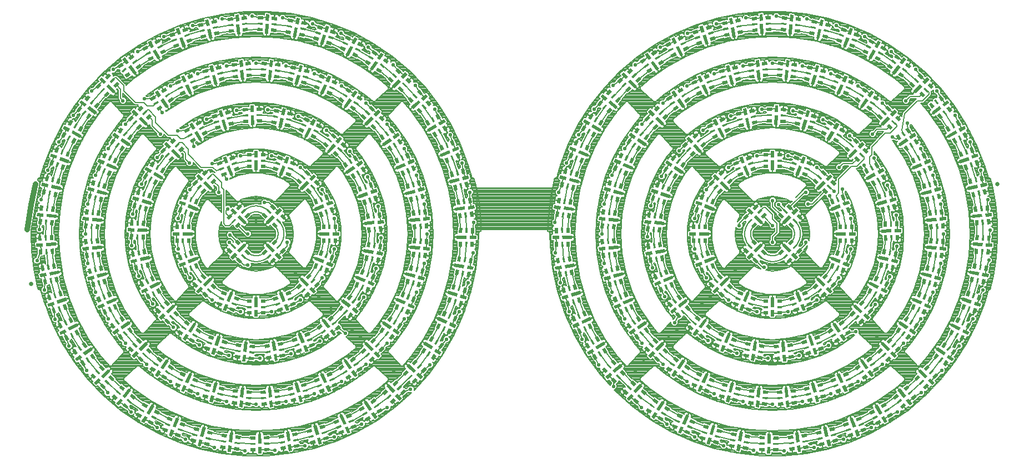
<source format=gtl>
G75*
%MOIN*%
%OFA0B0*%
%FSLAX25Y25*%
%IPPOS*%
%LPD*%
%AMOC8*
5,1,8,0,0,1.08239X$1,22.5*
%
%ADD10R,0.03150X0.01969*%
%ADD11R,0.03150X0.01181*%
%ADD12R,0.01969X0.03937*%
%ADD13R,0.01969X0.05906*%
%ADD14R,0.01969X0.03150*%
%ADD15R,0.01181X0.03150*%
%ADD16R,0.03937X0.01969*%
%ADD17R,0.05906X0.01969*%
%ADD18C,0.02500*%
%ADD19C,0.00800*%
%ADD20C,0.02200*%
%ADD21C,0.03200*%
D10*
G36*
X0149621Y0074363D02*
X0152520Y0073132D01*
X0151751Y0071321D01*
X0148852Y0072552D01*
X0149621Y0074363D01*
G37*
G36*
X0142011Y0077594D02*
X0144910Y0076363D01*
X0144141Y0074552D01*
X0141242Y0075783D01*
X0142011Y0077594D01*
G37*
G36*
X0133447Y0082203D02*
X0136146Y0080581D01*
X0135133Y0078895D01*
X0132434Y0080517D01*
X0133447Y0082203D01*
G37*
G36*
X0126360Y0086462D02*
X0129059Y0084840D01*
X0128046Y0083154D01*
X0125347Y0084776D01*
X0126360Y0086462D01*
G37*
G36*
X0130010Y0092536D02*
X0132709Y0090914D01*
X0131696Y0089228D01*
X0128997Y0090850D01*
X0130010Y0092536D01*
G37*
G36*
X0122982Y0097726D02*
X0125429Y0095745D01*
X0124190Y0094216D01*
X0121743Y0096197D01*
X0122982Y0097726D01*
G37*
G36*
X0116557Y0102929D02*
X0119004Y0100948D01*
X0117765Y0099419D01*
X0115318Y0101400D01*
X0116557Y0102929D01*
G37*
G36*
X0110318Y0109046D02*
X0112465Y0106744D01*
X0111026Y0105402D01*
X0108879Y0107704D01*
X0110318Y0109046D01*
G37*
G36*
X0104680Y0115093D02*
X0106827Y0112791D01*
X0105388Y0111449D01*
X0103241Y0113751D01*
X0104680Y0115093D01*
G37*
G36*
X0093549Y0117954D02*
X0095355Y0115375D01*
X0093743Y0114246D01*
X0091937Y0116825D01*
X0093549Y0117954D01*
G37*
G36*
X0099354Y0122019D02*
X0101160Y0119440D01*
X0099548Y0118311D01*
X0097742Y0120890D01*
X0099354Y0122019D01*
G37*
G36*
X0088807Y0124727D02*
X0090613Y0122148D01*
X0089001Y0121019D01*
X0087195Y0123598D01*
X0088807Y0124727D01*
G37*
G36*
X0094612Y0128792D02*
X0096418Y0126213D01*
X0094806Y0125084D01*
X0093000Y0127663D01*
X0094612Y0128792D01*
G37*
G36*
X0090300Y0136392D02*
X0091730Y0133586D01*
X0089978Y0132692D01*
X0088548Y0135498D01*
X0090300Y0136392D01*
G37*
G36*
X0086547Y0143759D02*
X0087977Y0140953D01*
X0086225Y0140059D01*
X0084795Y0142865D01*
X0086547Y0143759D01*
G37*
G36*
X0083337Y0151884D02*
X0084363Y0148907D01*
X0082503Y0148266D01*
X0081477Y0151243D01*
X0083337Y0151884D01*
G37*
G36*
X0076636Y0149577D02*
X0077662Y0146600D01*
X0075802Y0145959D01*
X0074776Y0148936D01*
X0076636Y0149577D01*
G37*
G36*
X0073944Y0157394D02*
X0074970Y0154417D01*
X0073110Y0153776D01*
X0072084Y0156753D01*
X0073944Y0157394D01*
G37*
G36*
X0080645Y0159701D02*
X0081671Y0156724D01*
X0079811Y0156083D01*
X0078785Y0159060D01*
X0080645Y0159701D01*
G37*
G36*
X0078597Y0168195D02*
X0079198Y0165104D01*
X0077267Y0164729D01*
X0076666Y0167820D01*
X0078597Y0168195D01*
G37*
G36*
X0071640Y0166842D02*
X0072241Y0163751D01*
X0070310Y0163376D01*
X0069709Y0166467D01*
X0071640Y0166842D01*
G37*
G36*
X0070063Y0174958D02*
X0070664Y0171867D01*
X0068733Y0171492D01*
X0068132Y0174583D01*
X0070063Y0174958D01*
G37*
G36*
X0077019Y0176310D02*
X0077620Y0173219D01*
X0075689Y0172844D01*
X0075088Y0175935D01*
X0077019Y0176310D01*
G37*
G36*
X0076173Y0185007D02*
X0076338Y0181862D01*
X0074373Y0181759D01*
X0074208Y0184904D01*
X0076173Y0185007D01*
G37*
G36*
X0069096Y0184636D02*
X0069261Y0181491D01*
X0067296Y0181388D01*
X0067131Y0184533D01*
X0069096Y0184636D01*
G37*
G36*
X0068663Y0192892D02*
X0068828Y0189747D01*
X0066863Y0189644D01*
X0066698Y0192789D01*
X0068663Y0192892D01*
G37*
G36*
X0075740Y0193263D02*
X0075905Y0190118D01*
X0073940Y0190015D01*
X0073775Y0193160D01*
X0075740Y0193263D01*
G37*
G36*
X0076112Y0201993D02*
X0075837Y0198856D01*
X0073878Y0199027D01*
X0074153Y0202164D01*
X0076112Y0201993D01*
G37*
G36*
X0069052Y0202610D02*
X0068777Y0199473D01*
X0066818Y0199644D01*
X0067093Y0202781D01*
X0069052Y0202610D01*
G37*
G36*
X0069773Y0210846D02*
X0069498Y0207709D01*
X0067539Y0207880D01*
X0067814Y0211017D01*
X0069773Y0210846D01*
G37*
G36*
X0076833Y0210229D02*
X0076558Y0207092D01*
X0074599Y0207263D01*
X0074874Y0210400D01*
X0076833Y0210229D01*
G37*
G36*
X0078416Y0218821D02*
X0077707Y0215753D01*
X0075790Y0216195D01*
X0076499Y0219263D01*
X0078416Y0218821D01*
G37*
G36*
X0071511Y0220415D02*
X0070802Y0217347D01*
X0068885Y0217789D01*
X0069594Y0220857D01*
X0071511Y0220415D01*
G37*
G36*
X0073371Y0228471D02*
X0072662Y0225403D01*
X0070745Y0225845D01*
X0071454Y0228913D01*
X0073371Y0228471D01*
G37*
G36*
X0080276Y0226877D02*
X0079567Y0223809D01*
X0077650Y0224251D01*
X0078359Y0227319D01*
X0080276Y0226877D01*
G37*
G36*
X0083040Y0235165D02*
X0081911Y0232225D01*
X0080074Y0232931D01*
X0081203Y0235871D01*
X0083040Y0235165D01*
G37*
G36*
X0076424Y0237705D02*
X0075295Y0234765D01*
X0073458Y0235471D01*
X0074587Y0238411D01*
X0076424Y0237705D01*
G37*
G36*
X0079387Y0245423D02*
X0078258Y0242483D01*
X0076421Y0243189D01*
X0077550Y0246129D01*
X0079387Y0245423D01*
G37*
G36*
X0086003Y0242884D02*
X0084874Y0239944D01*
X0083037Y0240650D01*
X0084166Y0243590D01*
X0086003Y0242884D01*
G37*
G36*
X0089893Y0250707D02*
X0088366Y0247953D01*
X0086645Y0248907D01*
X0088172Y0251661D01*
X0089893Y0250707D01*
G37*
G36*
X0083695Y0254143D02*
X0082168Y0251389D01*
X0080447Y0252343D01*
X0081974Y0255097D01*
X0083695Y0254143D01*
G37*
G36*
X0093902Y0257938D02*
X0092375Y0255184D01*
X0090654Y0256138D01*
X0092181Y0258892D01*
X0093902Y0257938D01*
G37*
G36*
X0098842Y0265143D02*
X0096947Y0262628D01*
X0095376Y0263813D01*
X0097271Y0266328D01*
X0098842Y0265143D01*
G37*
G36*
X0093183Y0269408D02*
X0091288Y0266893D01*
X0089717Y0268078D01*
X0091612Y0270593D01*
X0093183Y0269408D01*
G37*
G36*
X0103818Y0271746D02*
X0101923Y0269231D01*
X0100352Y0270416D01*
X0102247Y0272931D01*
X0103818Y0271746D01*
G37*
G36*
X0098158Y0276011D02*
X0096263Y0273496D01*
X0094692Y0274681D01*
X0096587Y0277196D01*
X0098158Y0276011D01*
G37*
G36*
X0104703Y0283205D02*
X0102477Y0280979D01*
X0101085Y0282371D01*
X0103311Y0284597D01*
X0104703Y0283205D01*
G37*
G36*
X0109714Y0278194D02*
X0107488Y0275968D01*
X0106096Y0277360D01*
X0108322Y0279586D01*
X0109714Y0278194D01*
G37*
G36*
X0115560Y0284040D02*
X0113334Y0281814D01*
X0111942Y0283206D01*
X0114168Y0285432D01*
X0115560Y0284040D01*
G37*
G36*
X0122297Y0289605D02*
X0119782Y0287710D01*
X0118597Y0289281D01*
X0121112Y0291176D01*
X0122297Y0289605D01*
G37*
G36*
X0128900Y0294581D02*
X0126385Y0292686D01*
X0125200Y0294257D01*
X0127715Y0296152D01*
X0128900Y0294581D01*
G37*
G36*
X0136344Y0299154D02*
X0133590Y0297627D01*
X0132636Y0299348D01*
X0135390Y0300875D01*
X0136344Y0299154D01*
G37*
G36*
X0143575Y0303162D02*
X0140821Y0301635D01*
X0139867Y0303356D01*
X0142621Y0304883D01*
X0143575Y0303162D01*
G37*
G36*
X0151585Y0306654D02*
X0148645Y0305525D01*
X0147939Y0307362D01*
X0150879Y0308491D01*
X0151585Y0306654D01*
G37*
G36*
X0159303Y0309617D02*
X0156363Y0308488D01*
X0155657Y0310325D01*
X0158597Y0311454D01*
X0159303Y0309617D01*
G37*
G36*
X0167719Y0311961D02*
X0164651Y0311252D01*
X0164209Y0313169D01*
X0167277Y0313878D01*
X0167719Y0311961D01*
G37*
G36*
X0175775Y0313821D02*
X0172707Y0313112D01*
X0172265Y0315029D01*
X0175333Y0315738D01*
X0175775Y0313821D01*
G37*
G36*
X0184436Y0314971D02*
X0181299Y0314696D01*
X0181128Y0316655D01*
X0184265Y0316930D01*
X0184436Y0314971D01*
G37*
G36*
X0192673Y0315691D02*
X0189536Y0315416D01*
X0189365Y0317375D01*
X0192502Y0317650D01*
X0192673Y0315691D01*
G37*
G36*
X0201410Y0315623D02*
X0198265Y0315788D01*
X0198368Y0317753D01*
X0201513Y0317588D01*
X0201410Y0315623D01*
G37*
G36*
X0209666Y0315190D02*
X0206521Y0315355D01*
X0206624Y0317320D01*
X0209769Y0317155D01*
X0209666Y0315190D01*
G37*
G36*
X0218309Y0313908D02*
X0215218Y0314509D01*
X0215593Y0316440D01*
X0218684Y0315839D01*
X0218309Y0313908D01*
G37*
G36*
X0226425Y0312331D02*
X0223334Y0312932D01*
X0223709Y0314863D01*
X0226800Y0314262D01*
X0226425Y0312331D01*
G37*
G36*
X0234804Y0309857D02*
X0231827Y0310883D01*
X0232468Y0312743D01*
X0235445Y0311717D01*
X0234804Y0309857D01*
G37*
G36*
X0242621Y0307166D02*
X0239644Y0308192D01*
X0240285Y0310052D01*
X0243262Y0309026D01*
X0242621Y0307166D01*
G37*
G36*
X0250576Y0303551D02*
X0247770Y0304981D01*
X0248664Y0306733D01*
X0251470Y0305303D01*
X0250576Y0303551D01*
G37*
G36*
X0257942Y0299798D02*
X0255136Y0301228D01*
X0256030Y0302980D01*
X0258836Y0301550D01*
X0257942Y0299798D01*
G37*
G36*
X0265316Y0295111D02*
X0262737Y0296917D01*
X0263866Y0298529D01*
X0266445Y0296723D01*
X0265316Y0295111D01*
G37*
G36*
X0272088Y0290368D02*
X0269509Y0292174D01*
X0270638Y0293786D01*
X0273217Y0291980D01*
X0272088Y0290368D01*
G37*
G36*
X0278738Y0284701D02*
X0276436Y0286848D01*
X0277778Y0288287D01*
X0280080Y0286140D01*
X0278738Y0284701D01*
G37*
G36*
X0284784Y0279063D02*
X0282482Y0281210D01*
X0283824Y0282649D01*
X0286126Y0280502D01*
X0284784Y0279063D01*
G37*
G36*
X0290581Y0272524D02*
X0288600Y0274971D01*
X0290129Y0276210D01*
X0292110Y0273763D01*
X0290581Y0272524D01*
G37*
G36*
X0295784Y0266099D02*
X0293803Y0268546D01*
X0295332Y0269785D01*
X0297313Y0267338D01*
X0295784Y0266099D01*
G37*
G36*
X0300614Y0258819D02*
X0298992Y0261518D01*
X0300678Y0262531D01*
X0302300Y0259832D01*
X0300614Y0258819D01*
G37*
G36*
X0310947Y0255382D02*
X0309325Y0258081D01*
X0311011Y0259094D01*
X0312633Y0256395D01*
X0310947Y0255382D01*
G37*
G36*
X0304872Y0251732D02*
X0303250Y0254431D01*
X0304936Y0255444D01*
X0306558Y0252745D01*
X0304872Y0251732D01*
G37*
G36*
X0308642Y0243850D02*
X0307411Y0246749D01*
X0309222Y0247518D01*
X0310453Y0244619D01*
X0308642Y0243850D01*
G37*
G36*
X0311872Y0236239D02*
X0310641Y0239138D01*
X0312452Y0239907D01*
X0313683Y0237008D01*
X0311872Y0236239D01*
G37*
G36*
X0318396Y0239008D02*
X0317165Y0241907D01*
X0318976Y0242676D01*
X0320207Y0239777D01*
X0318396Y0239008D01*
G37*
G36*
X0321354Y0229743D02*
X0320538Y0232785D01*
X0322438Y0233295D01*
X0323254Y0230253D01*
X0321354Y0229743D01*
G37*
G36*
X0314509Y0227909D02*
X0313693Y0230951D01*
X0315593Y0231461D01*
X0316409Y0228419D01*
X0314509Y0227909D01*
G37*
G36*
X0316649Y0219923D02*
X0315833Y0222965D01*
X0317733Y0223475D01*
X0318549Y0220433D01*
X0316649Y0219923D01*
G37*
G36*
X0323494Y0221757D02*
X0322678Y0224799D01*
X0324578Y0225309D01*
X0325394Y0222267D01*
X0323494Y0221757D01*
G37*
G36*
X0325133Y0212171D02*
X0324749Y0215297D01*
X0326701Y0215537D01*
X0327085Y0212411D01*
X0325133Y0212171D01*
G37*
G36*
X0318099Y0211307D02*
X0317715Y0214433D01*
X0319667Y0214673D01*
X0320051Y0211547D01*
X0318099Y0211307D01*
G37*
G36*
X0319107Y0203101D02*
X0318723Y0206227D01*
X0320675Y0206467D01*
X0321059Y0203341D01*
X0319107Y0203101D01*
G37*
G36*
X0319344Y0194368D02*
X0319399Y0197516D01*
X0321366Y0197482D01*
X0321311Y0194334D01*
X0319344Y0194368D01*
G37*
G36*
X0326430Y0194244D02*
X0326485Y0197392D01*
X0328452Y0197358D01*
X0328397Y0194210D01*
X0326430Y0194244D01*
G37*
G36*
X0326286Y0185978D02*
X0326341Y0189126D01*
X0328308Y0189092D01*
X0328253Y0185944D01*
X0326286Y0185978D01*
G37*
G36*
X0319200Y0186101D02*
X0319255Y0189249D01*
X0321222Y0189215D01*
X0321167Y0186067D01*
X0319200Y0186101D01*
G37*
G36*
X0318220Y0177419D02*
X0318713Y0180529D01*
X0320656Y0180221D01*
X0320163Y0177111D01*
X0318220Y0177419D01*
G37*
G36*
X0316926Y0169254D02*
X0317419Y0172364D01*
X0319362Y0172056D01*
X0318869Y0168946D01*
X0316926Y0169254D01*
G37*
G36*
X0323926Y0168145D02*
X0324419Y0171255D01*
X0326362Y0170947D01*
X0325869Y0167837D01*
X0323926Y0168145D01*
G37*
G36*
X0314748Y0160792D02*
X0315669Y0163803D01*
X0317550Y0163228D01*
X0316629Y0160217D01*
X0314748Y0160792D01*
G37*
G36*
X0321525Y0158720D02*
X0322446Y0161731D01*
X0324327Y0161156D01*
X0323406Y0158145D01*
X0321525Y0158720D01*
G37*
G36*
X0319107Y0150814D02*
X0320028Y0153825D01*
X0321909Y0153250D01*
X0320988Y0150239D01*
X0319107Y0150814D01*
G37*
G36*
X0312331Y0152886D02*
X0313252Y0155897D01*
X0315133Y0155322D01*
X0314212Y0152311D01*
X0312331Y0152886D01*
G37*
G36*
X0308995Y0144811D02*
X0310326Y0147665D01*
X0312109Y0146833D01*
X0310778Y0143979D01*
X0308995Y0144811D01*
G37*
G36*
X0315418Y0141816D02*
X0316749Y0144670D01*
X0318532Y0143838D01*
X0317201Y0140984D01*
X0315418Y0141816D01*
G37*
G36*
X0305501Y0137317D02*
X0306832Y0140171D01*
X0308615Y0139339D01*
X0307284Y0136485D01*
X0305501Y0137317D01*
G37*
G36*
X0301074Y0129785D02*
X0302789Y0132425D01*
X0304440Y0131353D01*
X0302725Y0128713D01*
X0301074Y0129785D01*
G37*
G36*
X0307017Y0125926D02*
X0308732Y0128566D01*
X0310383Y0127494D01*
X0308668Y0124854D01*
X0307017Y0125926D01*
G37*
G36*
X0302515Y0118992D02*
X0304230Y0121632D01*
X0305881Y0120560D01*
X0304166Y0117920D01*
X0302515Y0118992D01*
G37*
G36*
X0296571Y0122851D02*
X0298286Y0125491D01*
X0299937Y0124419D01*
X0298222Y0121779D01*
X0296571Y0122851D01*
G37*
G36*
X0291140Y0116007D02*
X0293205Y0118384D01*
X0294690Y0117093D01*
X0292625Y0114716D01*
X0291140Y0116007D01*
G37*
G36*
X0285716Y0109767D02*
X0287781Y0112144D01*
X0289266Y0110853D01*
X0287201Y0108476D01*
X0285716Y0109767D01*
G37*
G36*
X0279384Y0103747D02*
X0281761Y0105812D01*
X0283052Y0104327D01*
X0280675Y0102262D01*
X0279384Y0103747D01*
G37*
G36*
X0273144Y0098323D02*
X0275521Y0100388D01*
X0276812Y0098903D01*
X0274435Y0096838D01*
X0273144Y0098323D01*
G37*
G36*
X0266037Y0093242D02*
X0268677Y0094957D01*
X0269749Y0093306D01*
X0267109Y0091591D01*
X0266037Y0093242D01*
G37*
G36*
X0259103Y0088739D02*
X0261743Y0090454D01*
X0262815Y0088803D01*
X0260175Y0087088D01*
X0259103Y0088739D01*
G37*
G36*
X0251357Y0084696D02*
X0254211Y0086027D01*
X0255043Y0084244D01*
X0252189Y0082913D01*
X0251357Y0084696D01*
G37*
G36*
X0243864Y0081202D02*
X0246718Y0082533D01*
X0247550Y0080750D01*
X0244696Y0079419D01*
X0243864Y0081202D01*
G37*
G36*
X0235631Y0078277D02*
X0238642Y0079198D01*
X0239217Y0077317D01*
X0236206Y0076396D01*
X0235631Y0078277D01*
G37*
G36*
X0227725Y0075859D02*
X0230736Y0076780D01*
X0231311Y0074899D01*
X0228300Y0073978D01*
X0227725Y0075859D01*
G37*
G36*
X0219165Y0074109D02*
X0222275Y0074602D01*
X0222583Y0072659D01*
X0219473Y0072166D01*
X0219165Y0074109D01*
G37*
G36*
X0210999Y0072815D02*
X0214109Y0073308D01*
X0214417Y0071365D01*
X0211307Y0070872D01*
X0210999Y0072815D01*
G37*
G36*
X0202279Y0072273D02*
X0205427Y0072328D01*
X0205461Y0070361D01*
X0202313Y0070306D01*
X0202279Y0072273D01*
G37*
G36*
X0194012Y0072129D02*
X0197160Y0072184D01*
X0197194Y0070217D01*
X0194046Y0070162D01*
X0194012Y0072129D01*
G37*
G36*
X0185301Y0072805D02*
X0188427Y0072421D01*
X0188187Y0070469D01*
X0185061Y0070853D01*
X0185301Y0072805D01*
G37*
G36*
X0177095Y0073813D02*
X0180221Y0073429D01*
X0179981Y0071477D01*
X0176855Y0071861D01*
X0177095Y0073813D01*
G37*
G36*
X0168563Y0075696D02*
X0171605Y0074880D01*
X0171095Y0072980D01*
X0168053Y0073796D01*
X0168563Y0075696D01*
G37*
G36*
X0160577Y0077835D02*
X0163619Y0077019D01*
X0163109Y0075119D01*
X0160067Y0075935D01*
X0160577Y0077835D01*
G37*
G36*
X0152390Y0080887D02*
X0155289Y0079656D01*
X0154520Y0077845D01*
X0151621Y0079076D01*
X0152390Y0080887D01*
G37*
G36*
X0144780Y0084117D02*
X0147679Y0082886D01*
X0146910Y0081075D01*
X0144011Y0082306D01*
X0144780Y0084117D01*
G37*
G36*
X0137097Y0088278D02*
X0139796Y0086656D01*
X0138783Y0084970D01*
X0136084Y0086592D01*
X0137097Y0088278D01*
G37*
G36*
X0118522Y0092218D02*
X0120969Y0090237D01*
X0119730Y0088708D01*
X0117283Y0090689D01*
X0118522Y0092218D01*
G37*
G36*
X0112097Y0097421D02*
X0114544Y0095440D01*
X0113305Y0093911D01*
X0110858Y0095892D01*
X0112097Y0097421D01*
G37*
G36*
X0105136Y0104213D02*
X0107283Y0101911D01*
X0105844Y0100569D01*
X0103697Y0102871D01*
X0105136Y0104213D01*
G37*
G36*
X0099497Y0110260D02*
X0101644Y0107958D01*
X0100205Y0106616D01*
X0098058Y0108918D01*
X0099497Y0110260D01*
G37*
G36*
X0121923Y0126333D02*
X0124149Y0124107D01*
X0122757Y0122715D01*
X0120531Y0124941D01*
X0121923Y0126333D01*
G37*
G36*
X0126934Y0131344D02*
X0129160Y0129118D01*
X0127768Y0127726D01*
X0125542Y0129952D01*
X0126934Y0131344D01*
G37*
G36*
X0121880Y0137792D02*
X0123686Y0135213D01*
X0122074Y0134084D01*
X0120268Y0136663D01*
X0121880Y0137792D01*
G37*
G36*
X0117138Y0144565D02*
X0118944Y0141986D01*
X0117332Y0140857D01*
X0115526Y0143436D01*
X0117138Y0144565D01*
G37*
G36*
X0106859Y0148798D02*
X0108190Y0145944D01*
X0106407Y0145112D01*
X0105076Y0147966D01*
X0106859Y0148798D01*
G37*
G36*
X0113282Y0151793D02*
X0114613Y0148939D01*
X0112830Y0148107D01*
X0111499Y0150961D01*
X0113282Y0151793D01*
G37*
G36*
X0109788Y0159287D02*
X0111119Y0156433D01*
X0109336Y0155601D01*
X0108005Y0158455D01*
X0109788Y0159287D01*
G37*
G36*
X0100399Y0165241D02*
X0101215Y0162199D01*
X0099315Y0161689D01*
X0098499Y0164731D01*
X0100399Y0165241D01*
G37*
G36*
X0107244Y0167075D02*
X0108060Y0164033D01*
X0106160Y0163523D01*
X0105344Y0166565D01*
X0107244Y0167075D01*
G37*
G36*
X0105105Y0175061D02*
X0105921Y0172019D01*
X0104021Y0171509D01*
X0103205Y0174551D01*
X0105105Y0175061D01*
G37*
G36*
X0098259Y0173227D02*
X0099075Y0170185D01*
X0097175Y0169675D01*
X0096359Y0172717D01*
X0098259Y0173227D01*
G37*
G36*
X0096893Y0182553D02*
X0097168Y0179416D01*
X0095209Y0179245D01*
X0094934Y0182382D01*
X0096893Y0182553D01*
G37*
G36*
X0103953Y0183171D02*
X0104228Y0180034D01*
X0102269Y0179863D01*
X0101994Y0183000D01*
X0103953Y0183171D01*
G37*
G36*
X0103232Y0191407D02*
X0103507Y0188270D01*
X0101548Y0188099D01*
X0101273Y0191236D01*
X0103232Y0191407D01*
G37*
G36*
X0096173Y0190790D02*
X0096448Y0187653D01*
X0094489Y0187482D01*
X0094214Y0190619D01*
X0096173Y0190790D01*
G37*
G36*
X0103507Y0199596D02*
X0103232Y0196459D01*
X0101273Y0196630D01*
X0101548Y0199767D01*
X0103507Y0199596D01*
G37*
G36*
X0096448Y0200213D02*
X0096173Y0197076D01*
X0094214Y0197247D01*
X0094489Y0200384D01*
X0096448Y0200213D01*
G37*
G36*
X0097168Y0208450D02*
X0096893Y0205313D01*
X0094934Y0205484D01*
X0095209Y0208621D01*
X0097168Y0208450D01*
G37*
G36*
X0104228Y0207832D02*
X0103953Y0204695D01*
X0101994Y0204866D01*
X0102269Y0208003D01*
X0104228Y0207832D01*
G37*
G36*
X0105921Y0215847D02*
X0105105Y0212805D01*
X0103205Y0213315D01*
X0104021Y0216357D01*
X0105921Y0215847D01*
G37*
G36*
X0099075Y0217682D02*
X0098259Y0214640D01*
X0096359Y0215150D01*
X0097175Y0218192D01*
X0099075Y0217682D01*
G37*
G36*
X0101215Y0225668D02*
X0100399Y0222626D01*
X0098499Y0223136D01*
X0099315Y0226178D01*
X0101215Y0225668D01*
G37*
G36*
X0108060Y0223833D02*
X0107244Y0220791D01*
X0105344Y0221301D01*
X0106160Y0224343D01*
X0108060Y0223833D01*
G37*
G36*
X0111119Y0231434D02*
X0109788Y0228580D01*
X0108005Y0229412D01*
X0109336Y0232266D01*
X0111119Y0231434D01*
G37*
G36*
X0104696Y0234429D02*
X0103365Y0231575D01*
X0101582Y0232407D01*
X0102913Y0235261D01*
X0104696Y0234429D01*
G37*
G36*
X0108190Y0241922D02*
X0106859Y0239068D01*
X0105076Y0239900D01*
X0106407Y0242754D01*
X0108190Y0241922D01*
G37*
G36*
X0114613Y0238927D02*
X0113282Y0236073D01*
X0111499Y0236905D01*
X0112830Y0239759D01*
X0114613Y0238927D01*
G37*
G36*
X0118944Y0245880D02*
X0117138Y0243301D01*
X0115526Y0244430D01*
X0117332Y0247009D01*
X0118944Y0245880D01*
G37*
G36*
X0113139Y0249945D02*
X0111333Y0247366D01*
X0109721Y0248495D01*
X0111527Y0251074D01*
X0113139Y0249945D01*
G37*
G36*
X0123686Y0252653D02*
X0121880Y0250074D01*
X0120268Y0251203D01*
X0122074Y0253782D01*
X0123686Y0252653D01*
G37*
G36*
X0117881Y0256717D02*
X0116075Y0254138D01*
X0114463Y0255267D01*
X0116269Y0257846D01*
X0117881Y0256717D01*
G37*
G36*
X0124149Y0263759D02*
X0121923Y0261533D01*
X0120531Y0262925D01*
X0122757Y0265151D01*
X0124149Y0263759D01*
G37*
G36*
X0129160Y0258748D02*
X0126934Y0256522D01*
X0125542Y0257914D01*
X0127768Y0260140D01*
X0129160Y0258748D01*
G37*
G36*
X0135006Y0264594D02*
X0132780Y0262368D01*
X0131388Y0263760D01*
X0133614Y0265986D01*
X0135006Y0264594D01*
G37*
G36*
X0141455Y0269648D02*
X0138876Y0267842D01*
X0137747Y0269454D01*
X0140326Y0271260D01*
X0141455Y0269648D01*
G37*
G36*
X0148227Y0274390D02*
X0145648Y0272584D01*
X0144519Y0274196D01*
X0147098Y0276002D01*
X0148227Y0274390D01*
G37*
G36*
X0155456Y0278247D02*
X0152602Y0276916D01*
X0151770Y0278699D01*
X0154624Y0280030D01*
X0155456Y0278247D01*
G37*
G36*
X0162949Y0281741D02*
X0160095Y0280410D01*
X0159263Y0282193D01*
X0162117Y0283524D01*
X0162949Y0281741D01*
G37*
G36*
X0170737Y0284284D02*
X0167695Y0283468D01*
X0167185Y0285368D01*
X0170227Y0286184D01*
X0170737Y0284284D01*
G37*
G36*
X0178723Y0286424D02*
X0175681Y0285608D01*
X0175171Y0287508D01*
X0178213Y0288324D01*
X0178723Y0286424D01*
G37*
G36*
X0186833Y0287575D02*
X0183696Y0287300D01*
X0183525Y0289259D01*
X0186662Y0289534D01*
X0186833Y0287575D01*
G37*
G36*
X0195069Y0288296D02*
X0191932Y0288021D01*
X0191761Y0289980D01*
X0194898Y0290255D01*
X0195069Y0288296D01*
G37*
G36*
X0203258Y0288021D02*
X0200121Y0288296D01*
X0200292Y0290255D01*
X0203429Y0289980D01*
X0203258Y0288021D01*
G37*
G36*
X0211494Y0287300D02*
X0208357Y0287575D01*
X0208528Y0289534D01*
X0211665Y0289259D01*
X0211494Y0287300D01*
G37*
G36*
X0219509Y0285608D02*
X0216467Y0286424D01*
X0216977Y0288324D01*
X0220019Y0287508D01*
X0219509Y0285608D01*
G37*
G36*
X0227495Y0283468D02*
X0224453Y0284284D01*
X0224963Y0286184D01*
X0228005Y0285368D01*
X0227495Y0283468D01*
G37*
G36*
X0235096Y0280410D02*
X0232242Y0281741D01*
X0233074Y0283524D01*
X0235928Y0282193D01*
X0235096Y0280410D01*
G37*
G36*
X0242589Y0276916D02*
X0239735Y0278247D01*
X0240567Y0280030D01*
X0243421Y0278699D01*
X0242589Y0276916D01*
G37*
G36*
X0249542Y0272584D02*
X0246963Y0274390D01*
X0248092Y0276002D01*
X0250671Y0274196D01*
X0249542Y0272584D01*
G37*
G36*
X0256315Y0267842D02*
X0253736Y0269648D01*
X0254865Y0271260D01*
X0257444Y0269454D01*
X0256315Y0267842D01*
G37*
G36*
X0262410Y0262368D02*
X0260184Y0264594D01*
X0261576Y0265986D01*
X0263802Y0263760D01*
X0262410Y0262368D01*
G37*
G36*
X0268257Y0256522D02*
X0266031Y0258748D01*
X0267423Y0260140D01*
X0269649Y0257914D01*
X0268257Y0256522D01*
G37*
G36*
X0273310Y0250074D02*
X0271504Y0252653D01*
X0273116Y0253782D01*
X0274922Y0251203D01*
X0273310Y0250074D01*
G37*
G36*
X0278052Y0243301D02*
X0276246Y0245880D01*
X0277858Y0247009D01*
X0279664Y0244430D01*
X0278052Y0243301D01*
G37*
G36*
X0281909Y0236073D02*
X0280578Y0238927D01*
X0282361Y0239759D01*
X0283692Y0236905D01*
X0281909Y0236073D01*
G37*
G36*
X0288331Y0239068D02*
X0287000Y0241922D01*
X0288783Y0242754D01*
X0290114Y0239900D01*
X0288331Y0239068D01*
G37*
G36*
X0291825Y0231575D02*
X0290494Y0234429D01*
X0292277Y0235261D01*
X0293608Y0232407D01*
X0291825Y0231575D01*
G37*
G36*
X0285403Y0228580D02*
X0284072Y0231434D01*
X0285855Y0232266D01*
X0287186Y0229412D01*
X0285403Y0228580D01*
G37*
G36*
X0287946Y0220791D02*
X0287130Y0223833D01*
X0289030Y0224343D01*
X0289846Y0221301D01*
X0287946Y0220791D01*
G37*
G36*
X0294791Y0222626D02*
X0293975Y0225668D01*
X0295875Y0226178D01*
X0296691Y0223136D01*
X0294791Y0222626D01*
G37*
G36*
X0296931Y0214640D02*
X0296115Y0217682D01*
X0298015Y0218192D01*
X0298831Y0215150D01*
X0296931Y0214640D01*
G37*
G36*
X0290086Y0212805D02*
X0289270Y0215847D01*
X0291170Y0216357D01*
X0291986Y0213315D01*
X0290086Y0212805D01*
G37*
G36*
X0291237Y0204695D02*
X0290962Y0207832D01*
X0292921Y0208003D01*
X0293196Y0204866D01*
X0291237Y0204695D01*
G37*
G36*
X0298297Y0205313D02*
X0298022Y0208450D01*
X0299981Y0208621D01*
X0300256Y0205484D01*
X0298297Y0205313D01*
G37*
G36*
X0299017Y0197076D02*
X0298742Y0200213D01*
X0300701Y0200384D01*
X0300976Y0197247D01*
X0299017Y0197076D01*
G37*
G36*
X0291958Y0196459D02*
X0291683Y0199596D01*
X0293642Y0199767D01*
X0293917Y0196630D01*
X0291958Y0196459D01*
G37*
G36*
X0291683Y0188270D02*
X0291958Y0191407D01*
X0293917Y0191236D01*
X0293642Y0188099D01*
X0291683Y0188270D01*
G37*
G36*
X0290962Y0180034D02*
X0291237Y0183171D01*
X0293196Y0183000D01*
X0292921Y0179863D01*
X0290962Y0180034D01*
G37*
G36*
X0298022Y0179416D02*
X0298297Y0182553D01*
X0300256Y0182382D01*
X0299981Y0179245D01*
X0298022Y0179416D01*
G37*
G36*
X0289270Y0172019D02*
X0290086Y0175061D01*
X0291986Y0174551D01*
X0291170Y0171509D01*
X0289270Y0172019D01*
G37*
G36*
X0296115Y0170185D02*
X0296931Y0173227D01*
X0298831Y0172717D01*
X0298015Y0169675D01*
X0296115Y0170185D01*
G37*
G36*
X0287130Y0164033D02*
X0287946Y0167075D01*
X0289846Y0166565D01*
X0289030Y0163523D01*
X0287130Y0164033D01*
G37*
G36*
X0293975Y0162199D02*
X0294791Y0165241D01*
X0296691Y0164731D01*
X0295875Y0161689D01*
X0293975Y0162199D01*
G37*
G36*
X0284072Y0156433D02*
X0285403Y0159287D01*
X0287186Y0158455D01*
X0285855Y0155601D01*
X0284072Y0156433D01*
G37*
G36*
X0290494Y0153438D02*
X0291825Y0156292D01*
X0293608Y0155460D01*
X0292277Y0152606D01*
X0290494Y0153438D01*
G37*
G36*
X0280578Y0148939D02*
X0281909Y0151793D01*
X0283692Y0150961D01*
X0282361Y0148107D01*
X0280578Y0148939D01*
G37*
G36*
X0287000Y0145944D02*
X0288331Y0148798D01*
X0290114Y0147966D01*
X0288783Y0145112D01*
X0287000Y0145944D01*
G37*
G36*
X0276246Y0141986D02*
X0278052Y0144565D01*
X0279664Y0143436D01*
X0277858Y0140857D01*
X0276246Y0141986D01*
G37*
G36*
X0271504Y0135213D02*
X0273310Y0137792D01*
X0274922Y0136663D01*
X0273116Y0134084D01*
X0271504Y0135213D01*
G37*
G36*
X0266031Y0129118D02*
X0268257Y0131344D01*
X0269649Y0129952D01*
X0267423Y0127726D01*
X0266031Y0129118D01*
G37*
G36*
X0277309Y0131149D02*
X0279115Y0133728D01*
X0280727Y0132599D01*
X0278921Y0130020D01*
X0277309Y0131149D01*
G37*
G36*
X0271042Y0124107D02*
X0273268Y0126333D01*
X0274660Y0124941D01*
X0272434Y0122715D01*
X0271042Y0124107D01*
G37*
G36*
X0260184Y0123272D02*
X0262410Y0125498D01*
X0263802Y0124106D01*
X0261576Y0121880D01*
X0260184Y0123272D01*
G37*
G36*
X0253736Y0118218D02*
X0256315Y0120024D01*
X0257444Y0118412D01*
X0254865Y0116606D01*
X0253736Y0118218D01*
G37*
G36*
X0246963Y0113476D02*
X0249542Y0115282D01*
X0250671Y0113670D01*
X0248092Y0111864D01*
X0246963Y0113476D01*
G37*
G36*
X0239735Y0109620D02*
X0242589Y0110951D01*
X0243421Y0109168D01*
X0240567Y0107837D01*
X0239735Y0109620D01*
G37*
G36*
X0232242Y0106125D02*
X0235096Y0107456D01*
X0235928Y0105673D01*
X0233074Y0104342D01*
X0232242Y0106125D01*
G37*
G36*
X0224453Y0103582D02*
X0227495Y0104398D01*
X0228005Y0102498D01*
X0224963Y0101682D01*
X0224453Y0103582D01*
G37*
G36*
X0216467Y0101443D02*
X0219509Y0102259D01*
X0220019Y0100359D01*
X0216977Y0099543D01*
X0216467Y0101443D01*
G37*
G36*
X0208357Y0100291D02*
X0211494Y0100566D01*
X0211665Y0098607D01*
X0208528Y0098332D01*
X0208357Y0100291D01*
G37*
G36*
X0200121Y0099570D02*
X0203258Y0099845D01*
X0203429Y0097886D01*
X0200292Y0097611D01*
X0200121Y0099570D01*
G37*
G36*
X0191932Y0099845D02*
X0195069Y0099570D01*
X0194898Y0097611D01*
X0191761Y0097886D01*
X0191932Y0099845D01*
G37*
G36*
X0183696Y0100566D02*
X0186833Y0100291D01*
X0186662Y0098332D01*
X0183525Y0098607D01*
X0183696Y0100566D01*
G37*
G36*
X0175681Y0102259D02*
X0178723Y0101443D01*
X0178213Y0099543D01*
X0175171Y0100359D01*
X0175681Y0102259D01*
G37*
G36*
X0167695Y0104398D02*
X0170737Y0103582D01*
X0170227Y0101682D01*
X0167185Y0102498D01*
X0167695Y0104398D01*
G37*
G36*
X0160095Y0107456D02*
X0162949Y0106125D01*
X0162117Y0104342D01*
X0159263Y0105673D01*
X0160095Y0107456D01*
G37*
G36*
X0152602Y0110951D02*
X0155456Y0109620D01*
X0154624Y0107837D01*
X0151770Y0109168D01*
X0152602Y0110951D01*
G37*
G36*
X0145648Y0115282D02*
X0148227Y0113476D01*
X0147098Y0111864D01*
X0144519Y0113670D01*
X0145648Y0115282D01*
G37*
G36*
X0138876Y0120024D02*
X0141455Y0118218D01*
X0140326Y0116606D01*
X0137747Y0118412D01*
X0138876Y0120024D01*
G37*
G36*
X0132780Y0125498D02*
X0135006Y0123272D01*
X0133614Y0121880D01*
X0131388Y0124106D01*
X0132780Y0125498D01*
G37*
G36*
X0127769Y0120487D02*
X0129995Y0118261D01*
X0128603Y0116869D01*
X0126377Y0119095D01*
X0127769Y0120487D01*
G37*
G36*
X0134811Y0114219D02*
X0137390Y0112413D01*
X0136261Y0110801D01*
X0133682Y0112607D01*
X0134811Y0114219D01*
G37*
G36*
X0141583Y0109477D02*
X0144162Y0107671D01*
X0143033Y0106059D01*
X0140454Y0107865D01*
X0141583Y0109477D01*
G37*
G36*
X0149607Y0104528D02*
X0152461Y0103197D01*
X0151629Y0101414D01*
X0148775Y0102745D01*
X0149607Y0104528D01*
G37*
G36*
X0157100Y0101034D02*
X0159954Y0099703D01*
X0159122Y0097920D01*
X0156268Y0099251D01*
X0157100Y0101034D01*
G37*
G36*
X0165861Y0097553D02*
X0168903Y0096737D01*
X0168393Y0094837D01*
X0165351Y0095653D01*
X0165861Y0097553D01*
G37*
G36*
X0173847Y0095413D02*
X0176889Y0094597D01*
X0176379Y0092697D01*
X0173337Y0093513D01*
X0173847Y0095413D01*
G37*
G36*
X0183079Y0093506D02*
X0186216Y0093231D01*
X0186045Y0091272D01*
X0182908Y0091547D01*
X0183079Y0093506D01*
G37*
G36*
X0191315Y0092786D02*
X0194452Y0092511D01*
X0194281Y0090552D01*
X0191144Y0090827D01*
X0191315Y0092786D01*
G37*
G36*
X0200738Y0092511D02*
X0203875Y0092786D01*
X0204046Y0090827D01*
X0200909Y0090552D01*
X0200738Y0092511D01*
G37*
G36*
X0208975Y0093231D02*
X0212112Y0093506D01*
X0212283Y0091547D01*
X0209146Y0091272D01*
X0208975Y0093231D01*
G37*
G36*
X0218302Y0094597D02*
X0221344Y0095413D01*
X0221854Y0093513D01*
X0218812Y0092697D01*
X0218302Y0094597D01*
G37*
G36*
X0226288Y0096737D02*
X0229330Y0097553D01*
X0229840Y0095653D01*
X0226798Y0094837D01*
X0226288Y0096737D01*
G37*
G36*
X0235237Y0099703D02*
X0238091Y0101034D01*
X0238923Y0099251D01*
X0236069Y0097920D01*
X0235237Y0099703D01*
G37*
G36*
X0242730Y0103197D02*
X0245584Y0104528D01*
X0246416Y0102745D01*
X0243562Y0101414D01*
X0242730Y0103197D01*
G37*
G36*
X0251028Y0107671D02*
X0253607Y0109477D01*
X0254736Y0107865D01*
X0252157Y0106059D01*
X0251028Y0107671D01*
G37*
G36*
X0257800Y0112413D02*
X0260379Y0114219D01*
X0261508Y0112607D01*
X0258929Y0110801D01*
X0257800Y0112413D01*
G37*
G36*
X0265195Y0118261D02*
X0267421Y0120487D01*
X0268813Y0119095D01*
X0266587Y0116869D01*
X0265195Y0118261D01*
G37*
G36*
X0238323Y0132114D02*
X0240811Y0134043D01*
X0242017Y0132488D01*
X0239529Y0130559D01*
X0238323Y0132114D01*
G37*
G36*
X0229257Y0127210D02*
X0232147Y0128461D01*
X0232929Y0126656D01*
X0230039Y0125405D01*
X0229257Y0127210D01*
G37*
G36*
X0221669Y0123926D02*
X0224559Y0125177D01*
X0225341Y0123372D01*
X0222451Y0122121D01*
X0221669Y0123926D01*
G37*
G36*
X0211669Y0121432D02*
X0214779Y0121925D01*
X0215087Y0119982D01*
X0211977Y0119489D01*
X0211669Y0121432D01*
G37*
G36*
X0203503Y0120139D02*
X0206613Y0120632D01*
X0206921Y0118689D01*
X0203811Y0118196D01*
X0203503Y0120139D01*
G37*
G36*
X0193197Y0120210D02*
X0196332Y0119914D01*
X0196147Y0117956D01*
X0193012Y0118252D01*
X0193197Y0120210D01*
G37*
G36*
X0184966Y0120988D02*
X0188101Y0120692D01*
X0187916Y0118734D01*
X0184781Y0119030D01*
X0184966Y0120988D01*
G37*
G36*
X0175001Y0123620D02*
X0177964Y0122553D01*
X0177297Y0120702D01*
X0174334Y0121769D01*
X0175001Y0123620D01*
G37*
G36*
X0177402Y0130288D02*
X0180365Y0129221D01*
X0179698Y0127370D01*
X0176735Y0128437D01*
X0177402Y0130288D01*
G37*
G36*
X0169623Y0133088D02*
X0172586Y0132021D01*
X0171919Y0130170D01*
X0168956Y0131237D01*
X0169623Y0133088D01*
G37*
G36*
X0162208Y0137310D02*
X0164812Y0135540D01*
X0163706Y0133912D01*
X0161102Y0135682D01*
X0162208Y0137310D01*
G37*
G36*
X0155370Y0141957D02*
X0157974Y0140187D01*
X0156868Y0138559D01*
X0154264Y0140329D01*
X0155370Y0141957D01*
G37*
G36*
X0149238Y0147889D02*
X0151320Y0145527D01*
X0149844Y0144225D01*
X0147762Y0146587D01*
X0149238Y0147889D01*
G37*
G36*
X0143771Y0154091D02*
X0145853Y0151729D01*
X0144377Y0150427D01*
X0142295Y0152789D01*
X0143771Y0154091D01*
G37*
G36*
X0139306Y0161362D02*
X0140736Y0158556D01*
X0138984Y0157662D01*
X0137554Y0160468D01*
X0139306Y0161362D01*
G37*
G36*
X0132992Y0158144D02*
X0134422Y0155338D01*
X0132670Y0154444D01*
X0131240Y0157250D01*
X0132992Y0158144D01*
G37*
G36*
X0129238Y0165511D02*
X0130668Y0162705D01*
X0128916Y0161811D01*
X0127486Y0164617D01*
X0129238Y0165511D01*
G37*
G36*
X0135552Y0168728D02*
X0136982Y0165922D01*
X0135230Y0165028D01*
X0133800Y0167834D01*
X0135552Y0168728D01*
G37*
G36*
X0133037Y0176880D02*
X0133724Y0173807D01*
X0131805Y0173378D01*
X0131118Y0176451D01*
X0133037Y0176880D01*
G37*
G36*
X0131233Y0184949D02*
X0131920Y0181876D01*
X0130001Y0181447D01*
X0129314Y0184520D01*
X0131233Y0184949D01*
G37*
G36*
X0124317Y0183403D02*
X0125004Y0180330D01*
X0123085Y0179901D01*
X0122398Y0182974D01*
X0124317Y0183403D01*
G37*
G36*
X0123741Y0193694D02*
X0123643Y0190546D01*
X0121677Y0190608D01*
X0121775Y0193756D01*
X0123741Y0193694D01*
G37*
G36*
X0130824Y0193471D02*
X0130726Y0190323D01*
X0128760Y0190385D01*
X0128858Y0193533D01*
X0130824Y0193471D01*
G37*
G36*
X0131084Y0201735D02*
X0130986Y0198587D01*
X0129020Y0198649D01*
X0129118Y0201797D01*
X0131084Y0201735D01*
G37*
G36*
X0124001Y0201957D02*
X0123903Y0198809D01*
X0121937Y0198871D01*
X0122035Y0202019D01*
X0124001Y0201957D01*
G37*
G36*
X0126002Y0212067D02*
X0125123Y0209044D01*
X0123234Y0209593D01*
X0124113Y0212616D01*
X0126002Y0212067D01*
G37*
G36*
X0132808Y0210090D02*
X0131929Y0207067D01*
X0130040Y0207616D01*
X0130919Y0210639D01*
X0132808Y0210090D01*
G37*
G36*
X0135114Y0218029D02*
X0134235Y0215006D01*
X0132346Y0215555D01*
X0133225Y0218578D01*
X0135114Y0218029D01*
G37*
G36*
X0128309Y0220006D02*
X0127430Y0216983D01*
X0125541Y0217532D01*
X0126420Y0220555D01*
X0128309Y0220006D01*
G37*
G36*
X0138861Y0225694D02*
X0137258Y0222984D01*
X0135565Y0223986D01*
X0137168Y0226696D01*
X0138861Y0225694D01*
G37*
G36*
X0132761Y0229302D02*
X0131158Y0226592D01*
X0129465Y0227594D01*
X0131068Y0230304D01*
X0132761Y0229302D01*
G37*
G36*
X0136970Y0236418D02*
X0135367Y0233708D01*
X0133674Y0234710D01*
X0135277Y0237420D01*
X0136970Y0236418D01*
G37*
G36*
X0143069Y0232811D02*
X0141466Y0230101D01*
X0139773Y0231103D01*
X0141376Y0233813D01*
X0143069Y0232811D01*
G37*
G36*
X0148605Y0239303D02*
X0146379Y0237077D01*
X0144987Y0238469D01*
X0147213Y0240695D01*
X0148605Y0239303D01*
G37*
G36*
X0143594Y0244314D02*
X0141368Y0242088D01*
X0139976Y0243480D01*
X0142202Y0245706D01*
X0143594Y0244314D01*
G37*
G36*
X0154451Y0245149D02*
X0152225Y0242923D01*
X0150833Y0244315D01*
X0153059Y0246541D01*
X0154451Y0245149D01*
G37*
G36*
X0161427Y0250062D02*
X0158717Y0248459D01*
X0157715Y0250152D01*
X0160425Y0251755D01*
X0161427Y0250062D01*
G37*
G36*
X0168544Y0254270D02*
X0165834Y0252667D01*
X0164832Y0254360D01*
X0167542Y0255963D01*
X0168544Y0254270D01*
G37*
G36*
X0176522Y0257293D02*
X0173499Y0256414D01*
X0172950Y0258303D01*
X0175973Y0259182D01*
X0176522Y0257293D01*
G37*
G36*
X0184461Y0259600D02*
X0181438Y0258721D01*
X0180889Y0260610D01*
X0183912Y0261489D01*
X0184461Y0259600D01*
G37*
G36*
X0192942Y0260543D02*
X0189794Y0260445D01*
X0189732Y0262411D01*
X0192880Y0262509D01*
X0192942Y0260543D01*
G37*
G36*
X0201205Y0260802D02*
X0198057Y0260704D01*
X0197995Y0262670D01*
X0201143Y0262768D01*
X0201205Y0260802D01*
G37*
G36*
X0209653Y0259608D02*
X0206580Y0260295D01*
X0207009Y0262214D01*
X0210082Y0261527D01*
X0209653Y0259608D01*
G37*
G36*
X0217721Y0257804D02*
X0214648Y0258491D01*
X0215077Y0260410D01*
X0218150Y0259723D01*
X0217721Y0257804D01*
G37*
G36*
X0225606Y0254546D02*
X0222800Y0255976D01*
X0223694Y0257728D01*
X0226500Y0256298D01*
X0225606Y0254546D01*
G37*
G36*
X0232973Y0250792D02*
X0230167Y0252222D01*
X0231061Y0253974D01*
X0233867Y0252544D01*
X0232973Y0250792D01*
G37*
G36*
X0239800Y0245675D02*
X0237438Y0247757D01*
X0238740Y0249233D01*
X0241102Y0247151D01*
X0239800Y0245675D01*
G37*
G36*
X0246001Y0240208D02*
X0243639Y0242290D01*
X0244941Y0243766D01*
X0247303Y0241684D01*
X0246001Y0240208D01*
G37*
G36*
X0251341Y0233554D02*
X0249571Y0236158D01*
X0251199Y0237264D01*
X0252969Y0234660D01*
X0251341Y0233554D01*
G37*
G36*
X0255989Y0226716D02*
X0254219Y0229320D01*
X0255847Y0230426D01*
X0257617Y0227822D01*
X0255989Y0226716D01*
G37*
G36*
X0259507Y0218942D02*
X0258440Y0221905D01*
X0260291Y0222572D01*
X0261358Y0219609D01*
X0259507Y0218942D01*
G37*
G36*
X0266174Y0221343D02*
X0265107Y0224306D01*
X0266958Y0224973D01*
X0268025Y0222010D01*
X0266174Y0221343D01*
G37*
G36*
X0268975Y0213564D02*
X0267908Y0216527D01*
X0269759Y0217194D01*
X0270826Y0214231D01*
X0268975Y0213564D01*
G37*
G36*
X0262307Y0211163D02*
X0261240Y0214126D01*
X0263091Y0214793D01*
X0264158Y0211830D01*
X0262307Y0211163D01*
G37*
G36*
X0270836Y0203427D02*
X0270540Y0206562D01*
X0272498Y0206747D01*
X0272794Y0203612D01*
X0270836Y0203427D01*
G37*
G36*
X0263781Y0202760D02*
X0263485Y0205895D01*
X0265443Y0206080D01*
X0265739Y0202945D01*
X0263781Y0202760D01*
G37*
G36*
X0264559Y0194529D02*
X0264263Y0197664D01*
X0266221Y0197849D01*
X0266517Y0194714D01*
X0264559Y0194529D01*
G37*
G36*
X0271615Y0195196D02*
X0271319Y0198331D01*
X0273277Y0198516D01*
X0273573Y0195381D01*
X0271615Y0195196D01*
G37*
G36*
X0270896Y0184915D02*
X0271389Y0188025D01*
X0273332Y0187717D01*
X0272839Y0184607D01*
X0270896Y0184915D01*
G37*
G36*
X0263897Y0186023D02*
X0264390Y0189133D01*
X0266333Y0188825D01*
X0265840Y0185715D01*
X0263897Y0186023D01*
G37*
G36*
X0262604Y0177857D02*
X0263097Y0180967D01*
X0265040Y0180659D01*
X0264547Y0177549D01*
X0262604Y0177857D01*
G37*
G36*
X0269603Y0176749D02*
X0270096Y0179859D01*
X0272039Y0179551D01*
X0271546Y0176441D01*
X0269603Y0176749D01*
G37*
G36*
X0259847Y0169783D02*
X0261098Y0172673D01*
X0262903Y0171891D01*
X0261652Y0169001D01*
X0259847Y0169783D01*
G37*
G36*
X0266351Y0166969D02*
X0267602Y0169859D01*
X0269407Y0169077D01*
X0268156Y0166187D01*
X0266351Y0166969D01*
G37*
G36*
X0263067Y0159381D02*
X0264318Y0162271D01*
X0266123Y0161489D01*
X0264872Y0158599D01*
X0263067Y0159381D01*
G37*
G36*
X0256564Y0162196D02*
X0257815Y0165086D01*
X0259620Y0164304D01*
X0258369Y0161414D01*
X0256564Y0162196D01*
G37*
G36*
X0251886Y0155061D02*
X0253815Y0157549D01*
X0255370Y0156343D01*
X0253441Y0153855D01*
X0251886Y0155061D01*
G37*
G36*
X0246818Y0148528D02*
X0248747Y0151016D01*
X0250302Y0149810D01*
X0248373Y0147322D01*
X0246818Y0148528D01*
G37*
G36*
X0240512Y0142781D02*
X0243000Y0144710D01*
X0244206Y0143155D01*
X0241718Y0141226D01*
X0240512Y0142781D01*
G37*
G36*
X0233980Y0137714D02*
X0236468Y0139643D01*
X0237674Y0138088D01*
X0235186Y0136159D01*
X0233980Y0137714D01*
G37*
G36*
X0226443Y0133714D02*
X0229333Y0134965D01*
X0230115Y0133160D01*
X0227225Y0131909D01*
X0226443Y0133714D01*
G37*
G36*
X0218855Y0130430D02*
X0221745Y0131681D01*
X0222527Y0129876D01*
X0219637Y0128625D01*
X0218855Y0130430D01*
G37*
G36*
X0210561Y0128432D02*
X0213671Y0128925D01*
X0213979Y0126982D01*
X0210869Y0126489D01*
X0210561Y0128432D01*
G37*
G36*
X0202395Y0127138D02*
X0205505Y0127631D01*
X0205813Y0125688D01*
X0202703Y0125195D01*
X0202395Y0127138D01*
G37*
G36*
X0193864Y0127265D02*
X0196999Y0126969D01*
X0196814Y0125011D01*
X0193679Y0125307D01*
X0193864Y0127265D01*
G37*
G36*
X0185633Y0128043D02*
X0188768Y0127747D01*
X0188583Y0125789D01*
X0185448Y0126085D01*
X0185633Y0128043D01*
G37*
G36*
X0167222Y0126421D02*
X0170185Y0125354D01*
X0169518Y0123503D01*
X0166555Y0124570D01*
X0167222Y0126421D01*
G37*
G36*
X0158225Y0131448D02*
X0160829Y0129678D01*
X0159723Y0128050D01*
X0157119Y0129820D01*
X0158225Y0131448D01*
G37*
G36*
X0151387Y0136096D02*
X0153991Y0134326D01*
X0152885Y0132698D01*
X0150281Y0134468D01*
X0151387Y0136096D01*
G37*
G36*
X0143923Y0143203D02*
X0146005Y0140841D01*
X0144529Y0139539D01*
X0142447Y0141901D01*
X0143923Y0143203D01*
G37*
G36*
X0138455Y0149404D02*
X0140537Y0147042D01*
X0139061Y0145740D01*
X0136979Y0148102D01*
X0138455Y0149404D01*
G37*
G36*
X0160637Y0165047D02*
X0162863Y0162821D01*
X0161471Y0161429D01*
X0159245Y0163655D01*
X0160637Y0165047D01*
G37*
G36*
X0165648Y0170058D02*
X0167874Y0167832D01*
X0166482Y0166440D01*
X0164256Y0168666D01*
X0165648Y0170058D01*
G37*
G36*
X0162106Y0176463D02*
X0163311Y0173554D01*
X0161494Y0172801D01*
X0160289Y0175710D01*
X0162106Y0176463D01*
G37*
G36*
X0155559Y0173751D02*
X0156764Y0170842D01*
X0154947Y0170089D01*
X0153742Y0172998D01*
X0155559Y0173751D01*
G37*
G36*
X0152395Y0181389D02*
X0153600Y0178480D01*
X0151783Y0177727D01*
X0150578Y0180636D01*
X0152395Y0181389D01*
G37*
G36*
X0158942Y0184101D02*
X0160147Y0181192D01*
X0158330Y0180439D01*
X0157125Y0183348D01*
X0158942Y0184101D01*
G37*
G36*
X0181143Y0185553D02*
X0183369Y0183327D01*
X0181977Y0181935D01*
X0179751Y0184161D01*
X0181143Y0185553D01*
G37*
G36*
X0186154Y0190564D02*
X0188380Y0188338D01*
X0186988Y0186946D01*
X0184762Y0189172D01*
X0186154Y0190564D01*
G37*
G36*
X0192000Y0184718D02*
X0194226Y0182492D01*
X0192834Y0181100D01*
X0190608Y0183326D01*
X0192000Y0184718D01*
G37*
G36*
X0186989Y0179707D02*
X0189215Y0177481D01*
X0187823Y0176089D01*
X0185597Y0178315D01*
X0186989Y0179707D01*
G37*
G36*
X0200964Y0182492D02*
X0203190Y0184718D01*
X0204582Y0183326D01*
X0202356Y0181100D01*
X0200964Y0182492D01*
G37*
G36*
X0205975Y0177481D02*
X0208201Y0179707D01*
X0209593Y0178315D01*
X0207367Y0176089D01*
X0205975Y0177481D01*
G37*
G36*
X0211821Y0183327D02*
X0214047Y0185553D01*
X0215439Y0184161D01*
X0213213Y0181935D01*
X0211821Y0183327D01*
G37*
G36*
X0206810Y0188338D02*
X0209036Y0190564D01*
X0210428Y0189172D01*
X0208202Y0186946D01*
X0206810Y0188338D01*
G37*
G36*
X0209036Y0197302D02*
X0206810Y0199528D01*
X0208202Y0200920D01*
X0210428Y0198694D01*
X0209036Y0197302D01*
G37*
G36*
X0214047Y0202313D02*
X0211821Y0204539D01*
X0213213Y0205931D01*
X0215439Y0203705D01*
X0214047Y0202313D01*
G37*
G36*
X0208201Y0208159D02*
X0205975Y0210385D01*
X0207367Y0211777D01*
X0209593Y0209551D01*
X0208201Y0208159D01*
G37*
G36*
X0203190Y0203148D02*
X0200964Y0205374D01*
X0202356Y0206766D01*
X0204582Y0204540D01*
X0203190Y0203148D01*
G37*
G36*
X0194226Y0205374D02*
X0192000Y0203148D01*
X0190608Y0204540D01*
X0192834Y0206766D01*
X0194226Y0205374D01*
G37*
G36*
X0189215Y0210385D02*
X0186989Y0208159D01*
X0185597Y0209551D01*
X0187823Y0211777D01*
X0189215Y0210385D01*
G37*
G36*
X0183369Y0204539D02*
X0181143Y0202313D01*
X0179751Y0203705D01*
X0181977Y0205931D01*
X0183369Y0204539D01*
G37*
G36*
X0188380Y0199528D02*
X0186154Y0197302D01*
X0184762Y0198694D01*
X0186988Y0200920D01*
X0188380Y0199528D01*
G37*
G36*
X0163311Y0214312D02*
X0162106Y0211403D01*
X0160289Y0212156D01*
X0161494Y0215065D01*
X0163311Y0214312D01*
G37*
G36*
X0156764Y0217024D02*
X0155559Y0214115D01*
X0153742Y0214868D01*
X0154947Y0217777D01*
X0156764Y0217024D01*
G37*
G36*
X0167874Y0220034D02*
X0165648Y0217808D01*
X0164256Y0219200D01*
X0166482Y0221426D01*
X0167874Y0220034D01*
G37*
G36*
X0162863Y0225045D02*
X0160637Y0222819D01*
X0159245Y0224211D01*
X0161471Y0226437D01*
X0162863Y0225045D01*
G37*
G36*
X0168709Y0230891D02*
X0166483Y0228665D01*
X0165091Y0230057D01*
X0167317Y0232283D01*
X0168709Y0230891D01*
G37*
G36*
X0173720Y0225880D02*
X0171494Y0223654D01*
X0170102Y0225046D01*
X0172328Y0227272D01*
X0173720Y0225880D01*
G37*
G36*
X0180125Y0229422D02*
X0177216Y0228217D01*
X0176463Y0230034D01*
X0179372Y0231239D01*
X0180125Y0229422D01*
G37*
G36*
X0187763Y0232586D02*
X0184854Y0231381D01*
X0184101Y0233198D01*
X0187010Y0234403D01*
X0187763Y0232586D01*
G37*
X0193461Y0234390D03*
X0201729Y0234390D03*
G36*
X0210336Y0231381D02*
X0207427Y0232586D01*
X0208180Y0234403D01*
X0211089Y0233198D01*
X0210336Y0231381D01*
G37*
G36*
X0217974Y0228217D02*
X0215065Y0229422D01*
X0215818Y0231239D01*
X0218727Y0230034D01*
X0217974Y0228217D01*
G37*
G36*
X0223696Y0223654D02*
X0221470Y0225880D01*
X0222862Y0227272D01*
X0225088Y0225046D01*
X0223696Y0223654D01*
G37*
G36*
X0229542Y0217808D02*
X0227316Y0220034D01*
X0228708Y0221426D01*
X0230934Y0219200D01*
X0229542Y0217808D01*
G37*
G36*
X0233084Y0211403D02*
X0231879Y0214312D01*
X0233696Y0215065D01*
X0234901Y0212156D01*
X0233084Y0211403D01*
G37*
G36*
X0236248Y0203765D02*
X0235043Y0206674D01*
X0236860Y0207427D01*
X0238065Y0204518D01*
X0236248Y0203765D01*
G37*
G36*
X0242795Y0206477D02*
X0241590Y0209386D01*
X0243407Y0210139D01*
X0244612Y0207230D01*
X0242795Y0206477D01*
G37*
G36*
X0239631Y0214115D02*
X0238426Y0217024D01*
X0240243Y0217777D01*
X0241448Y0214868D01*
X0239631Y0214115D01*
G37*
G36*
X0234553Y0222819D02*
X0232327Y0225045D01*
X0233719Y0226437D01*
X0235945Y0224211D01*
X0234553Y0222819D01*
G37*
G36*
X0228707Y0228665D02*
X0226481Y0230891D01*
X0227873Y0232283D01*
X0230099Y0230057D01*
X0228707Y0228665D01*
G37*
G36*
X0220686Y0234764D02*
X0217777Y0235969D01*
X0218530Y0237786D01*
X0221439Y0236581D01*
X0220686Y0234764D01*
G37*
G36*
X0213048Y0237928D02*
X0210139Y0239133D01*
X0210892Y0240950D01*
X0213801Y0239745D01*
X0213048Y0237928D01*
G37*
X0201729Y0241476D03*
X0193461Y0241476D03*
G36*
X0185051Y0239133D02*
X0182142Y0237928D01*
X0181389Y0239745D01*
X0184298Y0240950D01*
X0185051Y0239133D01*
G37*
G36*
X0177413Y0235969D02*
X0174504Y0234764D01*
X0173751Y0236581D01*
X0176660Y0237786D01*
X0177413Y0235969D01*
G37*
G36*
X0149440Y0250160D02*
X0147214Y0247934D01*
X0145822Y0249326D01*
X0148048Y0251552D01*
X0149440Y0250160D01*
G37*
G36*
X0157820Y0256161D02*
X0155110Y0254558D01*
X0154108Y0256251D01*
X0156818Y0257854D01*
X0157820Y0256161D01*
G37*
G36*
X0164936Y0260370D02*
X0162226Y0258767D01*
X0161224Y0260460D01*
X0163934Y0262063D01*
X0164936Y0260370D01*
G37*
G36*
X0174545Y0264098D02*
X0171522Y0263219D01*
X0170973Y0265108D01*
X0173996Y0265987D01*
X0174545Y0264098D01*
G37*
G36*
X0182484Y0266405D02*
X0179461Y0265526D01*
X0178912Y0267415D01*
X0181935Y0268294D01*
X0182484Y0266405D01*
G37*
G36*
X0192719Y0267626D02*
X0189571Y0267528D01*
X0189509Y0269494D01*
X0192657Y0269592D01*
X0192719Y0267626D01*
G37*
G36*
X0200983Y0267885D02*
X0197835Y0267787D01*
X0197773Y0269753D01*
X0200921Y0269851D01*
X0200983Y0267885D01*
G37*
G36*
X0211198Y0266524D02*
X0208125Y0267211D01*
X0208554Y0269130D01*
X0211627Y0268443D01*
X0211198Y0266524D01*
G37*
G36*
X0219267Y0264720D02*
X0216194Y0265407D01*
X0216623Y0267326D01*
X0219696Y0266639D01*
X0219267Y0264720D01*
G37*
G36*
X0228823Y0260860D02*
X0226017Y0262290D01*
X0226911Y0264042D01*
X0229717Y0262612D01*
X0228823Y0260860D01*
G37*
G36*
X0236190Y0257107D02*
X0233384Y0258537D01*
X0234278Y0260289D01*
X0237084Y0258859D01*
X0236190Y0257107D01*
G37*
G36*
X0244486Y0250991D02*
X0242124Y0253073D01*
X0243426Y0254549D01*
X0245788Y0252467D01*
X0244486Y0250991D01*
G37*
G36*
X0250688Y0245524D02*
X0248326Y0247606D01*
X0249628Y0249082D01*
X0251990Y0247000D01*
X0250688Y0245524D01*
G37*
G36*
X0257203Y0237537D02*
X0255433Y0240141D01*
X0257061Y0241247D01*
X0258831Y0238643D01*
X0257203Y0237537D01*
G37*
G36*
X0261850Y0230699D02*
X0260080Y0233303D01*
X0261708Y0234409D01*
X0263478Y0231805D01*
X0261850Y0230699D01*
G37*
G36*
X0283857Y0247366D02*
X0282051Y0249945D01*
X0283663Y0251074D01*
X0285469Y0248495D01*
X0283857Y0247366D01*
G37*
G36*
X0279115Y0254138D02*
X0277309Y0256717D01*
X0278921Y0257846D01*
X0280727Y0255267D01*
X0279115Y0254138D01*
G37*
G36*
X0273268Y0261533D02*
X0271042Y0263759D01*
X0272434Y0265151D01*
X0274660Y0262925D01*
X0273268Y0261533D01*
G37*
G36*
X0267421Y0267379D02*
X0265195Y0269605D01*
X0266587Y0270997D01*
X0268813Y0268771D01*
X0267421Y0267379D01*
G37*
G36*
X0260379Y0273647D02*
X0257800Y0275453D01*
X0258929Y0277065D01*
X0261508Y0275259D01*
X0260379Y0273647D01*
G37*
G36*
X0253607Y0278389D02*
X0251028Y0280195D01*
X0252157Y0281807D01*
X0254736Y0280001D01*
X0253607Y0278389D01*
G37*
G36*
X0245584Y0283338D02*
X0242730Y0284669D01*
X0243562Y0286452D01*
X0246416Y0285121D01*
X0245584Y0283338D01*
G37*
G36*
X0238091Y0286832D02*
X0235237Y0288163D01*
X0236069Y0289946D01*
X0238923Y0288615D01*
X0238091Y0286832D01*
G37*
G36*
X0229330Y0290313D02*
X0226288Y0291129D01*
X0226798Y0293029D01*
X0229840Y0292213D01*
X0229330Y0290313D01*
G37*
G36*
X0221344Y0292453D02*
X0218302Y0293269D01*
X0218812Y0295169D01*
X0221854Y0294353D01*
X0221344Y0292453D01*
G37*
G36*
X0212112Y0294360D02*
X0208975Y0294635D01*
X0209146Y0296594D01*
X0212283Y0296319D01*
X0212112Y0294360D01*
G37*
G36*
X0203875Y0295080D02*
X0200738Y0295355D01*
X0200909Y0297314D01*
X0204046Y0297039D01*
X0203875Y0295080D01*
G37*
G36*
X0194452Y0295355D02*
X0191315Y0295080D01*
X0191144Y0297039D01*
X0194281Y0297314D01*
X0194452Y0295355D01*
G37*
G36*
X0186216Y0294635D02*
X0183079Y0294360D01*
X0182908Y0296319D01*
X0186045Y0296594D01*
X0186216Y0294635D01*
G37*
G36*
X0176889Y0293269D02*
X0173847Y0292453D01*
X0173337Y0294353D01*
X0176379Y0295169D01*
X0176889Y0293269D01*
G37*
G36*
X0168903Y0291129D02*
X0165861Y0290313D01*
X0165351Y0292213D01*
X0168393Y0293029D01*
X0168903Y0291129D01*
G37*
G36*
X0159954Y0288163D02*
X0157100Y0286832D01*
X0156268Y0288615D01*
X0159122Y0289946D01*
X0159954Y0288163D01*
G37*
G36*
X0152461Y0284669D02*
X0149607Y0283338D01*
X0148775Y0285121D01*
X0151629Y0286452D01*
X0152461Y0284669D01*
G37*
G36*
X0144162Y0280195D02*
X0141583Y0278389D01*
X0140454Y0280001D01*
X0143033Y0281807D01*
X0144162Y0280195D01*
G37*
G36*
X0137390Y0275453D02*
X0134811Y0273647D01*
X0133682Y0275259D01*
X0136261Y0277065D01*
X0137390Y0275453D01*
G37*
G36*
X0129995Y0269605D02*
X0127769Y0267379D01*
X0126377Y0268771D01*
X0128603Y0270997D01*
X0129995Y0269605D01*
G37*
G36*
X0110549Y0289051D02*
X0108323Y0286825D01*
X0106931Y0288217D01*
X0109157Y0290443D01*
X0110549Y0289051D01*
G37*
G36*
X0118032Y0295265D02*
X0115517Y0293370D01*
X0114332Y0294941D01*
X0116847Y0296836D01*
X0118032Y0295265D01*
G37*
G36*
X0124635Y0300240D02*
X0122120Y0298345D01*
X0120935Y0299916D01*
X0123450Y0301811D01*
X0124635Y0300240D01*
G37*
G36*
X0132909Y0305352D02*
X0130155Y0303825D01*
X0129201Y0305546D01*
X0131955Y0307073D01*
X0132909Y0305352D01*
G37*
G36*
X0140140Y0309360D02*
X0137386Y0307833D01*
X0136432Y0309554D01*
X0139186Y0311081D01*
X0140140Y0309360D01*
G37*
G36*
X0149045Y0313270D02*
X0146105Y0312141D01*
X0145399Y0313978D01*
X0148339Y0315107D01*
X0149045Y0313270D01*
G37*
G36*
X0156764Y0316233D02*
X0153824Y0315104D01*
X0153118Y0316941D01*
X0156058Y0318070D01*
X0156764Y0316233D01*
G37*
G36*
X0166125Y0318866D02*
X0163057Y0318157D01*
X0162615Y0320074D01*
X0165683Y0320783D01*
X0166125Y0318866D01*
G37*
G36*
X0174181Y0320726D02*
X0171113Y0320017D01*
X0170671Y0321934D01*
X0173739Y0322643D01*
X0174181Y0320726D01*
G37*
G36*
X0183819Y0322030D02*
X0180682Y0321755D01*
X0180511Y0323714D01*
X0183648Y0323989D01*
X0183819Y0322030D01*
G37*
G36*
X0192055Y0322751D02*
X0188918Y0322476D01*
X0188747Y0324435D01*
X0191884Y0324710D01*
X0192055Y0322751D01*
G37*
G36*
X0201781Y0322700D02*
X0198636Y0322865D01*
X0198739Y0324830D01*
X0201884Y0324665D01*
X0201781Y0322700D01*
G37*
G36*
X0210037Y0322267D02*
X0206892Y0322432D01*
X0206995Y0324397D01*
X0210140Y0324232D01*
X0210037Y0322267D01*
G37*
G36*
X0219661Y0320864D02*
X0216570Y0321465D01*
X0216945Y0323396D01*
X0220036Y0322795D01*
X0219661Y0320864D01*
G37*
G36*
X0227777Y0319287D02*
X0224686Y0319888D01*
X0225061Y0321819D01*
X0228152Y0321218D01*
X0227777Y0319287D01*
G37*
G36*
X0237111Y0316558D02*
X0234134Y0317584D01*
X0234775Y0319444D01*
X0237752Y0318418D01*
X0237111Y0316558D01*
G37*
G36*
X0244928Y0313866D02*
X0241951Y0314892D01*
X0242592Y0316752D01*
X0245569Y0315726D01*
X0244928Y0313866D01*
G37*
G36*
X0253793Y0309865D02*
X0250987Y0311295D01*
X0251881Y0313047D01*
X0254687Y0311617D01*
X0253793Y0309865D01*
G37*
G36*
X0261159Y0306112D02*
X0258353Y0307542D01*
X0259247Y0309294D01*
X0262053Y0307864D01*
X0261159Y0306112D01*
G37*
G36*
X0269380Y0300916D02*
X0266801Y0302722D01*
X0267930Y0304334D01*
X0270509Y0302528D01*
X0269380Y0300916D01*
G37*
G36*
X0276153Y0296173D02*
X0273574Y0297979D01*
X0274703Y0299591D01*
X0277282Y0297785D01*
X0276153Y0296173D01*
G37*
G36*
X0283571Y0289884D02*
X0281269Y0292031D01*
X0282611Y0293470D01*
X0284913Y0291323D01*
X0283571Y0289884D01*
G37*
G36*
X0289617Y0284246D02*
X0287315Y0286393D01*
X0288657Y0287832D01*
X0290959Y0285685D01*
X0289617Y0284246D01*
G37*
G36*
X0296088Y0276984D02*
X0294107Y0279431D01*
X0295636Y0280670D01*
X0297617Y0278223D01*
X0296088Y0276984D01*
G37*
G36*
X0301291Y0270559D02*
X0299310Y0273006D01*
X0300839Y0274245D01*
X0302820Y0271798D01*
X0301291Y0270559D01*
G37*
G36*
X0306689Y0262469D02*
X0305067Y0265168D01*
X0306753Y0266181D01*
X0308375Y0263482D01*
X0306689Y0262469D01*
G37*
G36*
X0315165Y0246619D02*
X0313934Y0249518D01*
X0315745Y0250287D01*
X0316976Y0247388D01*
X0315165Y0246619D01*
G37*
G36*
X0384652Y0232785D02*
X0383836Y0229743D01*
X0381936Y0230253D01*
X0382752Y0233295D01*
X0384652Y0232785D01*
G37*
G36*
X0391497Y0230951D02*
X0390681Y0227909D01*
X0388781Y0228419D01*
X0389597Y0231461D01*
X0391497Y0230951D01*
G37*
G36*
X0389358Y0222965D02*
X0388542Y0219923D01*
X0386642Y0220433D01*
X0387458Y0223475D01*
X0389358Y0222965D01*
G37*
G36*
X0382513Y0224799D02*
X0381697Y0221757D01*
X0379797Y0222267D01*
X0380613Y0225309D01*
X0382513Y0224799D01*
G37*
G36*
X0380441Y0215297D02*
X0380057Y0212171D01*
X0378105Y0212411D01*
X0378489Y0215537D01*
X0380441Y0215297D01*
G37*
G36*
X0387475Y0214433D02*
X0387091Y0211307D01*
X0385139Y0211547D01*
X0385523Y0214673D01*
X0387475Y0214433D01*
G37*
G36*
X0379433Y0207091D02*
X0379049Y0203965D01*
X0377097Y0204205D01*
X0377481Y0207331D01*
X0379433Y0207091D01*
G37*
G36*
X0386467Y0206227D02*
X0386083Y0203101D01*
X0384131Y0203341D01*
X0384515Y0206467D01*
X0386467Y0206227D01*
G37*
G36*
X0406448Y0200213D02*
X0406173Y0197076D01*
X0404214Y0197247D01*
X0404489Y0200384D01*
X0406448Y0200213D01*
G37*
G36*
X0413507Y0199596D02*
X0413232Y0196459D01*
X0411273Y0196630D01*
X0411548Y0199767D01*
X0413507Y0199596D01*
G37*
G36*
X0414228Y0207832D02*
X0413953Y0204695D01*
X0411994Y0204866D01*
X0412269Y0208003D01*
X0414228Y0207832D01*
G37*
G36*
X0407168Y0208450D02*
X0406893Y0205313D01*
X0404934Y0205484D01*
X0405209Y0208621D01*
X0407168Y0208450D01*
G37*
G36*
X0415921Y0215847D02*
X0415105Y0212805D01*
X0413205Y0213315D01*
X0414021Y0216357D01*
X0415921Y0215847D01*
G37*
G36*
X0409075Y0217682D02*
X0408259Y0214640D01*
X0406359Y0215150D01*
X0407175Y0218192D01*
X0409075Y0217682D01*
G37*
G36*
X0411215Y0225668D02*
X0410399Y0222626D01*
X0408499Y0223136D01*
X0409315Y0226178D01*
X0411215Y0225668D01*
G37*
G36*
X0418060Y0223833D02*
X0417244Y0220791D01*
X0415344Y0221301D01*
X0416160Y0224343D01*
X0418060Y0223833D01*
G37*
G36*
X0421119Y0231434D02*
X0419788Y0228580D01*
X0418005Y0229412D01*
X0419336Y0232266D01*
X0421119Y0231434D01*
G37*
G36*
X0414696Y0234429D02*
X0413365Y0231575D01*
X0411582Y0232407D01*
X0412913Y0235261D01*
X0414696Y0234429D01*
G37*
G36*
X0418190Y0241922D02*
X0416859Y0239068D01*
X0415076Y0239900D01*
X0416407Y0242754D01*
X0418190Y0241922D01*
G37*
G36*
X0424613Y0238927D02*
X0423282Y0236073D01*
X0421499Y0236905D01*
X0422830Y0239759D01*
X0424613Y0238927D01*
G37*
G36*
X0428944Y0245880D02*
X0427138Y0243301D01*
X0425526Y0244430D01*
X0427332Y0247009D01*
X0428944Y0245880D01*
G37*
G36*
X0423139Y0249945D02*
X0421333Y0247366D01*
X0419721Y0248495D01*
X0421527Y0251074D01*
X0423139Y0249945D01*
G37*
G36*
X0433686Y0252653D02*
X0431880Y0250074D01*
X0430268Y0251203D01*
X0432074Y0253782D01*
X0433686Y0252653D01*
G37*
G36*
X0427881Y0256717D02*
X0426075Y0254138D01*
X0424463Y0255267D01*
X0426269Y0257846D01*
X0427881Y0256717D01*
G37*
G36*
X0439160Y0258748D02*
X0436934Y0256522D01*
X0435542Y0257914D01*
X0437768Y0260140D01*
X0439160Y0258748D01*
G37*
G36*
X0445006Y0264594D02*
X0442780Y0262368D01*
X0441388Y0263760D01*
X0443614Y0265986D01*
X0445006Y0264594D01*
G37*
G36*
X0451455Y0269648D02*
X0448876Y0267842D01*
X0447747Y0269454D01*
X0450326Y0271260D01*
X0451455Y0269648D01*
G37*
G36*
X0458227Y0274390D02*
X0455648Y0272584D01*
X0454519Y0274196D01*
X0457098Y0276002D01*
X0458227Y0274390D01*
G37*
G36*
X0465455Y0278247D02*
X0462601Y0276916D01*
X0461769Y0278699D01*
X0464623Y0280030D01*
X0465455Y0278247D01*
G37*
G36*
X0472949Y0281741D02*
X0470095Y0280410D01*
X0469263Y0282193D01*
X0472117Y0283524D01*
X0472949Y0281741D01*
G37*
G36*
X0480737Y0284284D02*
X0477695Y0283468D01*
X0477185Y0285368D01*
X0480227Y0286184D01*
X0480737Y0284284D01*
G37*
G36*
X0488723Y0286424D02*
X0485681Y0285608D01*
X0485171Y0287508D01*
X0488213Y0288324D01*
X0488723Y0286424D01*
G37*
G36*
X0496833Y0287575D02*
X0493696Y0287300D01*
X0493525Y0289259D01*
X0496662Y0289534D01*
X0496833Y0287575D01*
G37*
G36*
X0505069Y0288296D02*
X0501932Y0288021D01*
X0501761Y0289980D01*
X0504898Y0290255D01*
X0505069Y0288296D01*
G37*
G36*
X0513258Y0288021D02*
X0510121Y0288296D01*
X0510292Y0290255D01*
X0513429Y0289980D01*
X0513258Y0288021D01*
G37*
G36*
X0521494Y0287300D02*
X0518357Y0287575D01*
X0518528Y0289534D01*
X0521665Y0289259D01*
X0521494Y0287300D01*
G37*
G36*
X0529509Y0285608D02*
X0526467Y0286424D01*
X0526977Y0288324D01*
X0530019Y0287508D01*
X0529509Y0285608D01*
G37*
G36*
X0537495Y0283468D02*
X0534453Y0284284D01*
X0534963Y0286184D01*
X0538005Y0285368D01*
X0537495Y0283468D01*
G37*
G36*
X0545096Y0280410D02*
X0542242Y0281741D01*
X0543074Y0283524D01*
X0545928Y0282193D01*
X0545096Y0280410D01*
G37*
G36*
X0552589Y0276916D02*
X0549735Y0278247D01*
X0550567Y0280030D01*
X0553421Y0278699D01*
X0552589Y0276916D01*
G37*
G36*
X0559542Y0272584D02*
X0556963Y0274390D01*
X0558092Y0276002D01*
X0560671Y0274196D01*
X0559542Y0272584D01*
G37*
G36*
X0566315Y0267842D02*
X0563736Y0269648D01*
X0564865Y0271260D01*
X0567444Y0269454D01*
X0566315Y0267842D01*
G37*
G36*
X0577421Y0267379D02*
X0575195Y0269605D01*
X0576587Y0270997D01*
X0578813Y0268771D01*
X0577421Y0267379D01*
G37*
G36*
X0572410Y0262368D02*
X0570184Y0264594D01*
X0571576Y0265986D01*
X0573802Y0263760D01*
X0572410Y0262368D01*
G37*
G36*
X0578257Y0256522D02*
X0576031Y0258748D01*
X0577423Y0260140D01*
X0579649Y0257914D01*
X0578257Y0256522D01*
G37*
G36*
X0583310Y0250074D02*
X0581504Y0252653D01*
X0583116Y0253782D01*
X0584922Y0251203D01*
X0583310Y0250074D01*
G37*
G36*
X0588052Y0243301D02*
X0586246Y0245880D01*
X0587858Y0247009D01*
X0589664Y0244430D01*
X0588052Y0243301D01*
G37*
G36*
X0591909Y0236073D02*
X0590578Y0238927D01*
X0592361Y0239759D01*
X0593692Y0236905D01*
X0591909Y0236073D01*
G37*
G36*
X0598331Y0239068D02*
X0597000Y0241922D01*
X0598783Y0242754D01*
X0600114Y0239900D01*
X0598331Y0239068D01*
G37*
G36*
X0601825Y0231575D02*
X0600494Y0234429D01*
X0602277Y0235261D01*
X0603608Y0232407D01*
X0601825Y0231575D01*
G37*
G36*
X0595403Y0228580D02*
X0594072Y0231434D01*
X0595855Y0232266D01*
X0597186Y0229412D01*
X0595403Y0228580D01*
G37*
G36*
X0597946Y0220791D02*
X0597130Y0223833D01*
X0599030Y0224343D01*
X0599846Y0221301D01*
X0597946Y0220791D01*
G37*
G36*
X0600086Y0212805D02*
X0599270Y0215847D01*
X0601170Y0216357D01*
X0601986Y0213315D01*
X0600086Y0212805D01*
G37*
G36*
X0606931Y0214640D02*
X0606115Y0217682D01*
X0608015Y0218192D01*
X0608831Y0215150D01*
X0606931Y0214640D01*
G37*
G36*
X0608297Y0205313D02*
X0608022Y0208450D01*
X0609981Y0208621D01*
X0610256Y0205484D01*
X0608297Y0205313D01*
G37*
G36*
X0601237Y0204695D02*
X0600962Y0207832D01*
X0602921Y0208003D01*
X0603196Y0204866D01*
X0601237Y0204695D01*
G37*
G36*
X0609017Y0197076D02*
X0608742Y0200213D01*
X0610701Y0200384D01*
X0610976Y0197247D01*
X0609017Y0197076D01*
G37*
G36*
X0601958Y0196459D02*
X0601683Y0199596D01*
X0603642Y0199767D01*
X0603917Y0196630D01*
X0601958Y0196459D01*
G37*
G36*
X0601683Y0188270D02*
X0601958Y0191407D01*
X0603917Y0191236D01*
X0603642Y0188099D01*
X0601683Y0188270D01*
G37*
G36*
X0608742Y0187653D02*
X0609017Y0190790D01*
X0610976Y0190619D01*
X0610701Y0187482D01*
X0608742Y0187653D01*
G37*
G36*
X0608022Y0179416D02*
X0608297Y0182553D01*
X0610256Y0182382D01*
X0609981Y0179245D01*
X0608022Y0179416D01*
G37*
G36*
X0600962Y0180034D02*
X0601237Y0183171D01*
X0603196Y0183000D01*
X0602921Y0179863D01*
X0600962Y0180034D01*
G37*
G36*
X0599270Y0172019D02*
X0600086Y0175061D01*
X0601986Y0174551D01*
X0601170Y0171509D01*
X0599270Y0172019D01*
G37*
G36*
X0606115Y0170185D02*
X0606931Y0173227D01*
X0608831Y0172717D01*
X0608015Y0169675D01*
X0606115Y0170185D01*
G37*
G36*
X0597130Y0164033D02*
X0597946Y0167075D01*
X0599846Y0166565D01*
X0599030Y0163523D01*
X0597130Y0164033D01*
G37*
G36*
X0594072Y0156433D02*
X0595403Y0159287D01*
X0597186Y0158455D01*
X0595855Y0155601D01*
X0594072Y0156433D01*
G37*
G36*
X0600494Y0153438D02*
X0601825Y0156292D01*
X0603608Y0155460D01*
X0602277Y0152606D01*
X0600494Y0153438D01*
G37*
G36*
X0590578Y0148939D02*
X0591909Y0151793D01*
X0593692Y0150961D01*
X0592361Y0148107D01*
X0590578Y0148939D01*
G37*
G36*
X0586246Y0141986D02*
X0588052Y0144565D01*
X0589664Y0143436D01*
X0587858Y0140857D01*
X0586246Y0141986D01*
G37*
G36*
X0581504Y0135213D02*
X0583310Y0137792D01*
X0584922Y0136663D01*
X0583116Y0134084D01*
X0581504Y0135213D01*
G37*
G36*
X0576031Y0129118D02*
X0578257Y0131344D01*
X0579649Y0129952D01*
X0577423Y0127726D01*
X0576031Y0129118D01*
G37*
G36*
X0570184Y0123272D02*
X0572410Y0125498D01*
X0573802Y0124106D01*
X0571576Y0121880D01*
X0570184Y0123272D01*
G37*
G36*
X0563736Y0118218D02*
X0566315Y0120024D01*
X0567444Y0118412D01*
X0564865Y0116606D01*
X0563736Y0118218D01*
G37*
G36*
X0556963Y0113476D02*
X0559542Y0115282D01*
X0560671Y0113670D01*
X0558092Y0111864D01*
X0556963Y0113476D01*
G37*
G36*
X0549735Y0109620D02*
X0552589Y0110951D01*
X0553421Y0109168D01*
X0550567Y0107837D01*
X0549735Y0109620D01*
G37*
G36*
X0542242Y0106125D02*
X0545096Y0107456D01*
X0545928Y0105673D01*
X0543074Y0104342D01*
X0542242Y0106125D01*
G37*
G36*
X0534453Y0103582D02*
X0537495Y0104398D01*
X0538005Y0102498D01*
X0534963Y0101682D01*
X0534453Y0103582D01*
G37*
G36*
X0526467Y0101443D02*
X0529509Y0102259D01*
X0530019Y0100359D01*
X0526977Y0099543D01*
X0526467Y0101443D01*
G37*
G36*
X0518357Y0100291D02*
X0521494Y0100566D01*
X0521665Y0098607D01*
X0518528Y0098332D01*
X0518357Y0100291D01*
G37*
G36*
X0510121Y0099570D02*
X0513258Y0099845D01*
X0513429Y0097886D01*
X0510292Y0097611D01*
X0510121Y0099570D01*
G37*
G36*
X0501932Y0099845D02*
X0505069Y0099570D01*
X0504898Y0097611D01*
X0501761Y0097886D01*
X0501932Y0099845D01*
G37*
G36*
X0493696Y0100566D02*
X0496833Y0100291D01*
X0496662Y0098332D01*
X0493525Y0098607D01*
X0493696Y0100566D01*
G37*
G36*
X0485681Y0102259D02*
X0488723Y0101443D01*
X0488213Y0099543D01*
X0485171Y0100359D01*
X0485681Y0102259D01*
G37*
G36*
X0477695Y0104398D02*
X0480737Y0103582D01*
X0480227Y0101682D01*
X0477185Y0102498D01*
X0477695Y0104398D01*
G37*
G36*
X0470095Y0107456D02*
X0472949Y0106125D01*
X0472117Y0104342D01*
X0469263Y0105673D01*
X0470095Y0107456D01*
G37*
G36*
X0462601Y0110951D02*
X0465455Y0109620D01*
X0464623Y0107837D01*
X0461769Y0109168D01*
X0462601Y0110951D01*
G37*
G36*
X0455648Y0115282D02*
X0458227Y0113476D01*
X0457098Y0111864D01*
X0454519Y0113670D01*
X0455648Y0115282D01*
G37*
G36*
X0448876Y0120024D02*
X0451455Y0118218D01*
X0450326Y0116606D01*
X0447747Y0118412D01*
X0448876Y0120024D01*
G37*
G36*
X0442780Y0125498D02*
X0445006Y0123272D01*
X0443614Y0121880D01*
X0441388Y0124106D01*
X0442780Y0125498D01*
G37*
G36*
X0431923Y0126333D02*
X0434149Y0124107D01*
X0432757Y0122715D01*
X0430531Y0124941D01*
X0431923Y0126333D01*
G37*
G36*
X0436934Y0131344D02*
X0439160Y0129118D01*
X0437768Y0127726D01*
X0435542Y0129952D01*
X0436934Y0131344D01*
G37*
G36*
X0426075Y0133728D02*
X0427881Y0131149D01*
X0426269Y0130020D01*
X0424463Y0132599D01*
X0426075Y0133728D01*
G37*
G36*
X0431880Y0137792D02*
X0433686Y0135213D01*
X0432074Y0134084D01*
X0430268Y0136663D01*
X0431880Y0137792D01*
G37*
G36*
X0421333Y0140500D02*
X0423139Y0137921D01*
X0421527Y0136792D01*
X0419721Y0139371D01*
X0421333Y0140500D01*
G37*
G36*
X0427138Y0144565D02*
X0428944Y0141986D01*
X0427332Y0140857D01*
X0425526Y0143436D01*
X0427138Y0144565D01*
G37*
G36*
X0423282Y0151793D02*
X0424613Y0148939D01*
X0422830Y0148107D01*
X0421499Y0150961D01*
X0423282Y0151793D01*
G37*
G36*
X0416859Y0148798D02*
X0418190Y0145944D01*
X0416407Y0145112D01*
X0415076Y0147966D01*
X0416859Y0148798D01*
G37*
G36*
X0413365Y0156292D02*
X0414696Y0153438D01*
X0412913Y0152606D01*
X0411582Y0155460D01*
X0413365Y0156292D01*
G37*
G36*
X0419788Y0159287D02*
X0421119Y0156433D01*
X0419336Y0155601D01*
X0418005Y0158455D01*
X0419788Y0159287D01*
G37*
G36*
X0417244Y0167075D02*
X0418060Y0164033D01*
X0416160Y0163523D01*
X0415344Y0166565D01*
X0417244Y0167075D01*
G37*
G36*
X0410399Y0165241D02*
X0411215Y0162199D01*
X0409315Y0161689D01*
X0408499Y0164731D01*
X0410399Y0165241D01*
G37*
G36*
X0408259Y0173227D02*
X0409075Y0170185D01*
X0407175Y0169675D01*
X0406359Y0172717D01*
X0408259Y0173227D01*
G37*
G36*
X0415105Y0175061D02*
X0415921Y0172019D01*
X0414021Y0171509D01*
X0413205Y0174551D01*
X0415105Y0175061D01*
G37*
G36*
X0413953Y0183171D02*
X0414228Y0180034D01*
X0412269Y0179863D01*
X0411994Y0183000D01*
X0413953Y0183171D01*
G37*
G36*
X0406893Y0182553D02*
X0407168Y0179416D01*
X0405209Y0179245D01*
X0404934Y0182382D01*
X0406893Y0182553D01*
G37*
G36*
X0406173Y0190790D02*
X0406448Y0187653D01*
X0404489Y0187482D01*
X0404214Y0190619D01*
X0406173Y0190790D01*
G37*
G36*
X0413232Y0191407D02*
X0413507Y0188270D01*
X0411548Y0188099D01*
X0411273Y0191236D01*
X0413232Y0191407D01*
G37*
G36*
X0433872Y0198331D02*
X0433576Y0195196D01*
X0431618Y0195381D01*
X0431914Y0198516D01*
X0433872Y0198331D01*
G37*
G36*
X0440927Y0197664D02*
X0440631Y0194529D01*
X0438673Y0194714D01*
X0438969Y0197849D01*
X0440927Y0197664D01*
G37*
G36*
X0441705Y0205895D02*
X0441409Y0202760D01*
X0439451Y0202945D01*
X0439747Y0206080D01*
X0441705Y0205895D01*
G37*
G36*
X0434650Y0206562D02*
X0434354Y0203427D01*
X0432396Y0203612D01*
X0432692Y0206747D01*
X0434650Y0206562D01*
G37*
G36*
X0443950Y0214126D02*
X0442883Y0211163D01*
X0441032Y0211830D01*
X0442099Y0214793D01*
X0443950Y0214126D01*
G37*
G36*
X0437282Y0216527D02*
X0436215Y0213564D01*
X0434364Y0214231D01*
X0435431Y0217194D01*
X0437282Y0216527D01*
G37*
G36*
X0446750Y0221905D02*
X0445683Y0218942D01*
X0443832Y0219609D01*
X0444899Y0222572D01*
X0446750Y0221905D01*
G37*
G36*
X0450972Y0229320D02*
X0449202Y0226716D01*
X0447574Y0227822D01*
X0449344Y0230426D01*
X0450972Y0229320D01*
G37*
G36*
X0445110Y0233303D02*
X0443340Y0230699D01*
X0441712Y0231805D01*
X0443482Y0234409D01*
X0445110Y0233303D01*
G37*
G36*
X0449758Y0240141D02*
X0447988Y0237537D01*
X0446360Y0238643D01*
X0448130Y0241247D01*
X0449758Y0240141D01*
G37*
G36*
X0455619Y0236158D02*
X0453849Y0233554D01*
X0452221Y0234660D01*
X0453991Y0237264D01*
X0455619Y0236158D01*
G37*
G36*
X0461551Y0242290D02*
X0459189Y0240208D01*
X0457887Y0241684D01*
X0460249Y0243766D01*
X0461551Y0242290D01*
G37*
G36*
X0467753Y0247757D02*
X0465391Y0245675D01*
X0464089Y0247151D01*
X0466451Y0249233D01*
X0467753Y0247757D01*
G37*
G36*
X0475024Y0252222D02*
X0472218Y0250792D01*
X0471324Y0252544D01*
X0474130Y0253974D01*
X0475024Y0252222D01*
G37*
G36*
X0482390Y0255976D02*
X0479584Y0254546D01*
X0478690Y0256298D01*
X0481496Y0257728D01*
X0482390Y0255976D01*
G37*
G36*
X0490542Y0258491D02*
X0487469Y0257804D01*
X0487040Y0259723D01*
X0490113Y0260410D01*
X0490542Y0258491D01*
G37*
G36*
X0498611Y0260295D02*
X0495538Y0259608D01*
X0495109Y0261527D01*
X0498182Y0262214D01*
X0498611Y0260295D01*
G37*
G36*
X0507133Y0260704D02*
X0503985Y0260802D01*
X0504047Y0262768D01*
X0507195Y0262670D01*
X0507133Y0260704D01*
G37*
G36*
X0515397Y0260445D02*
X0512249Y0260543D01*
X0512311Y0262509D01*
X0515459Y0262411D01*
X0515397Y0260445D01*
G37*
G36*
X0523752Y0258721D02*
X0520729Y0259600D01*
X0521278Y0261489D01*
X0524301Y0260610D01*
X0523752Y0258721D01*
G37*
G36*
X0531691Y0256414D02*
X0528668Y0257293D01*
X0529217Y0259182D01*
X0532240Y0258303D01*
X0531691Y0256414D01*
G37*
G36*
X0539356Y0252667D02*
X0536646Y0254270D01*
X0537648Y0255963D01*
X0540358Y0254360D01*
X0539356Y0252667D01*
G37*
G36*
X0546473Y0248459D02*
X0543763Y0250062D01*
X0544765Y0251755D01*
X0547475Y0250152D01*
X0546473Y0248459D01*
G37*
G36*
X0552965Y0242923D02*
X0550739Y0245149D01*
X0552131Y0246541D01*
X0554357Y0244315D01*
X0552965Y0242923D01*
G37*
G36*
X0558811Y0237077D02*
X0556585Y0239303D01*
X0557977Y0240695D01*
X0560203Y0238469D01*
X0558811Y0237077D01*
G37*
G36*
X0563975Y0229708D02*
X0562391Y0232430D01*
X0564091Y0233420D01*
X0565675Y0230698D01*
X0563975Y0229708D01*
G37*
G36*
X0568134Y0222562D02*
X0566550Y0225284D01*
X0568250Y0226274D01*
X0569834Y0223552D01*
X0568134Y0222562D01*
G37*
G36*
X0571101Y0214563D02*
X0570243Y0217593D01*
X0572135Y0218129D01*
X0572993Y0215099D01*
X0571101Y0214563D01*
G37*
G36*
X0573352Y0206608D02*
X0572494Y0209638D01*
X0574386Y0210174D01*
X0575244Y0207144D01*
X0573352Y0206608D01*
G37*
G36*
X0580171Y0208537D02*
X0579313Y0211567D01*
X0581205Y0212103D01*
X0582063Y0209073D01*
X0580171Y0208537D01*
G37*
G36*
X0581320Y0198295D02*
X0581243Y0201443D01*
X0583210Y0201491D01*
X0583287Y0198343D01*
X0581320Y0198295D01*
G37*
G36*
X0574236Y0198122D02*
X0574159Y0201270D01*
X0576126Y0201318D01*
X0576203Y0198170D01*
X0574236Y0198122D01*
G37*
G36*
X0581522Y0190030D02*
X0581445Y0193178D01*
X0583412Y0193226D01*
X0583489Y0190078D01*
X0581522Y0190030D01*
G37*
G36*
X0574438Y0189857D02*
X0574361Y0193005D01*
X0576328Y0193053D01*
X0576405Y0189905D01*
X0574438Y0189857D01*
G37*
G36*
X0573270Y0181876D02*
X0573957Y0184949D01*
X0575876Y0184520D01*
X0575189Y0181447D01*
X0573270Y0181876D01*
G37*
G36*
X0580186Y0180330D02*
X0580873Y0183403D01*
X0582792Y0182974D01*
X0582105Y0179901D01*
X0580186Y0180330D01*
G37*
G36*
X0571466Y0173807D02*
X0572153Y0176880D01*
X0574072Y0176451D01*
X0573385Y0173378D01*
X0571466Y0173807D01*
G37*
G36*
X0568208Y0165922D02*
X0569638Y0168728D01*
X0571390Y0167834D01*
X0569960Y0165028D01*
X0568208Y0165922D01*
G37*
G36*
X0574522Y0162705D02*
X0575952Y0165511D01*
X0577704Y0164617D01*
X0576274Y0161811D01*
X0574522Y0162705D01*
G37*
G36*
X0564455Y0158556D02*
X0565885Y0161362D01*
X0567637Y0160468D01*
X0566207Y0157662D01*
X0564455Y0158556D01*
G37*
G36*
X0559337Y0151729D02*
X0561419Y0154091D01*
X0562895Y0152789D01*
X0560813Y0150427D01*
X0559337Y0151729D01*
G37*
G36*
X0553870Y0145527D02*
X0555952Y0147889D01*
X0557428Y0146587D01*
X0555346Y0144225D01*
X0553870Y0145527D01*
G37*
G36*
X0547216Y0140187D02*
X0549820Y0141957D01*
X0550926Y0140329D01*
X0548322Y0138559D01*
X0547216Y0140187D01*
G37*
G36*
X0540378Y0135540D02*
X0542982Y0137310D01*
X0544088Y0135682D01*
X0541484Y0133912D01*
X0540378Y0135540D01*
G37*
G36*
X0532604Y0132021D02*
X0535567Y0133088D01*
X0536234Y0131237D01*
X0533271Y0130170D01*
X0532604Y0132021D01*
G37*
G36*
X0524825Y0129221D02*
X0527788Y0130288D01*
X0528455Y0128437D01*
X0525492Y0127370D01*
X0524825Y0129221D01*
G37*
G36*
X0516422Y0127747D02*
X0519557Y0128043D01*
X0519742Y0126085D01*
X0516607Y0125789D01*
X0516422Y0127747D01*
G37*
G36*
X0508191Y0126969D02*
X0511326Y0127265D01*
X0511511Y0125307D01*
X0508376Y0125011D01*
X0508191Y0126969D01*
G37*
G36*
X0499685Y0127631D02*
X0502795Y0127138D01*
X0502487Y0125195D01*
X0499377Y0125688D01*
X0499685Y0127631D01*
G37*
G36*
X0491520Y0128925D02*
X0494630Y0128432D01*
X0494322Y0126489D01*
X0491212Y0126982D01*
X0491520Y0128925D01*
G37*
G36*
X0483445Y0131681D02*
X0486335Y0130430D01*
X0485553Y0128625D01*
X0482663Y0129876D01*
X0483445Y0131681D01*
G37*
G36*
X0475858Y0134965D02*
X0478748Y0133714D01*
X0477966Y0131909D01*
X0475076Y0133160D01*
X0475858Y0134965D01*
G37*
G36*
X0468723Y0139643D02*
X0471211Y0137714D01*
X0470005Y0136159D01*
X0467517Y0138088D01*
X0468723Y0139643D01*
G37*
G36*
X0462190Y0144710D02*
X0464678Y0142781D01*
X0463472Y0141226D01*
X0460984Y0143155D01*
X0462190Y0144710D01*
G37*
G36*
X0456443Y0151016D02*
X0458372Y0148528D01*
X0456817Y0147322D01*
X0454888Y0149810D01*
X0456443Y0151016D01*
G37*
G36*
X0445776Y0153205D02*
X0447705Y0150717D01*
X0446150Y0149511D01*
X0444221Y0151999D01*
X0445776Y0153205D01*
G37*
G36*
X0451376Y0157549D02*
X0453305Y0155061D01*
X0451750Y0153855D01*
X0449821Y0156343D01*
X0451376Y0157549D01*
G37*
G36*
X0440872Y0162271D02*
X0442123Y0159381D01*
X0440318Y0158599D01*
X0439067Y0161489D01*
X0440872Y0162271D01*
G37*
G36*
X0447376Y0165086D02*
X0448627Y0162196D01*
X0446822Y0161414D01*
X0445571Y0164304D01*
X0447376Y0165086D01*
G37*
G36*
X0444092Y0172673D02*
X0445343Y0169783D01*
X0443538Y0169001D01*
X0442287Y0171891D01*
X0444092Y0172673D01*
G37*
G36*
X0435094Y0179859D02*
X0435587Y0176749D01*
X0433644Y0176441D01*
X0433151Y0179551D01*
X0435094Y0179859D01*
G37*
G36*
X0442094Y0180967D02*
X0442587Y0177857D01*
X0440644Y0177549D01*
X0440151Y0180659D01*
X0442094Y0180967D01*
G37*
G36*
X0440800Y0189133D02*
X0441293Y0186023D01*
X0439350Y0185715D01*
X0438857Y0188825D01*
X0440800Y0189133D01*
G37*
G36*
X0433801Y0188025D02*
X0434294Y0184915D01*
X0432351Y0184607D01*
X0431858Y0187717D01*
X0433801Y0188025D01*
G37*
G36*
X0462395Y0181389D02*
X0463600Y0178480D01*
X0461783Y0177727D01*
X0460578Y0180636D01*
X0462395Y0181389D01*
G37*
G36*
X0468942Y0184101D02*
X0470147Y0181192D01*
X0468330Y0180439D01*
X0467125Y0183348D01*
X0468942Y0184101D01*
G37*
G36*
X0472106Y0176463D02*
X0473311Y0173554D01*
X0471494Y0172801D01*
X0470289Y0175710D01*
X0472106Y0176463D01*
G37*
G36*
X0465559Y0173751D02*
X0466764Y0170842D01*
X0464947Y0170089D01*
X0463742Y0172998D01*
X0465559Y0173751D01*
G37*
G36*
X0475648Y0170058D02*
X0477874Y0167832D01*
X0476482Y0166440D01*
X0474256Y0168666D01*
X0475648Y0170058D01*
G37*
G36*
X0470637Y0165047D02*
X0472863Y0162821D01*
X0471471Y0161429D01*
X0469245Y0163655D01*
X0470637Y0165047D01*
G37*
G36*
X0476483Y0159201D02*
X0478709Y0156975D01*
X0477317Y0155583D01*
X0475091Y0157809D01*
X0476483Y0159201D01*
G37*
G36*
X0481494Y0164212D02*
X0483720Y0161986D01*
X0482328Y0160594D01*
X0480102Y0162820D01*
X0481494Y0164212D01*
G37*
G36*
X0487216Y0159649D02*
X0490125Y0158444D01*
X0489372Y0156627D01*
X0486463Y0157832D01*
X0487216Y0159649D01*
G37*
G36*
X0494854Y0156485D02*
X0497763Y0155280D01*
X0497010Y0153463D01*
X0494101Y0154668D01*
X0494854Y0156485D01*
G37*
X0503461Y0153476D03*
X0511729Y0153476D03*
X0511729Y0146390D03*
X0503461Y0146390D03*
G36*
X0492142Y0149938D02*
X0495051Y0148733D01*
X0494298Y0146916D01*
X0491389Y0148121D01*
X0492142Y0149938D01*
G37*
G36*
X0484504Y0153102D02*
X0487413Y0151897D01*
X0486660Y0150080D01*
X0483751Y0151285D01*
X0484504Y0153102D01*
G37*
G36*
X0457846Y0139110D02*
X0460334Y0137181D01*
X0459128Y0135626D01*
X0456640Y0137555D01*
X0457846Y0139110D01*
G37*
G36*
X0450843Y0146672D02*
X0452772Y0144184D01*
X0451217Y0142978D01*
X0449288Y0145466D01*
X0450843Y0146672D01*
G37*
G36*
X0464379Y0134043D02*
X0466867Y0132114D01*
X0465661Y0130559D01*
X0463173Y0132488D01*
X0464379Y0134043D01*
G37*
G36*
X0473043Y0128461D02*
X0475933Y0127210D01*
X0475151Y0125405D01*
X0472261Y0126656D01*
X0473043Y0128461D01*
G37*
G36*
X0480631Y0125177D02*
X0483521Y0123926D01*
X0482739Y0122121D01*
X0479849Y0123372D01*
X0480631Y0125177D01*
G37*
G36*
X0490411Y0121925D02*
X0493521Y0121432D01*
X0493213Y0119489D01*
X0490103Y0119982D01*
X0490411Y0121925D01*
G37*
G36*
X0498577Y0120632D02*
X0501687Y0120139D01*
X0501379Y0118196D01*
X0498269Y0118689D01*
X0498577Y0120632D01*
G37*
G36*
X0508858Y0119914D02*
X0511993Y0120210D01*
X0512178Y0118252D01*
X0509043Y0117956D01*
X0508858Y0119914D01*
G37*
G36*
X0517089Y0120692D02*
X0520224Y0120988D01*
X0520409Y0119030D01*
X0517274Y0118734D01*
X0517089Y0120692D01*
G37*
G36*
X0527226Y0122553D02*
X0530189Y0123620D01*
X0530856Y0121769D01*
X0527893Y0120702D01*
X0527226Y0122553D01*
G37*
G36*
X0535005Y0125354D02*
X0537968Y0126421D01*
X0538635Y0124570D01*
X0535672Y0123503D01*
X0535005Y0125354D01*
G37*
G36*
X0544361Y0129678D02*
X0546965Y0131448D01*
X0548071Y0129820D01*
X0545467Y0128050D01*
X0544361Y0129678D01*
G37*
G36*
X0551199Y0134326D02*
X0553803Y0136096D01*
X0554909Y0134468D01*
X0552305Y0132698D01*
X0551199Y0134326D01*
G37*
G36*
X0559186Y0140841D02*
X0561268Y0143203D01*
X0562744Y0141901D01*
X0560662Y0139539D01*
X0559186Y0140841D01*
G37*
G36*
X0564653Y0147042D02*
X0566735Y0149404D01*
X0568211Y0148102D01*
X0566129Y0145740D01*
X0564653Y0147042D01*
G37*
G36*
X0570769Y0155338D02*
X0572199Y0158144D01*
X0573951Y0157250D01*
X0572521Y0154444D01*
X0570769Y0155338D01*
G37*
G36*
X0542327Y0162821D02*
X0544553Y0165047D01*
X0545945Y0163655D01*
X0543719Y0161429D01*
X0542327Y0162821D01*
G37*
G36*
X0537316Y0167832D02*
X0539542Y0170058D01*
X0540934Y0168666D01*
X0538708Y0166440D01*
X0537316Y0167832D01*
G37*
G36*
X0531470Y0161986D02*
X0533696Y0164212D01*
X0535088Y0162820D01*
X0532862Y0160594D01*
X0531470Y0161986D01*
G37*
G36*
X0525065Y0158444D02*
X0527974Y0159649D01*
X0528727Y0157832D01*
X0525818Y0156627D01*
X0525065Y0158444D01*
G37*
G36*
X0517427Y0155280D02*
X0520336Y0156485D01*
X0521089Y0154668D01*
X0518180Y0153463D01*
X0517427Y0155280D01*
G37*
G36*
X0527777Y0151897D02*
X0530686Y0153102D01*
X0531439Y0151285D01*
X0528530Y0150080D01*
X0527777Y0151897D01*
G37*
G36*
X0520139Y0148733D02*
X0523048Y0149938D01*
X0523801Y0148121D01*
X0520892Y0146916D01*
X0520139Y0148733D01*
G37*
G36*
X0536481Y0156975D02*
X0538707Y0159201D01*
X0540099Y0157809D01*
X0537873Y0155583D01*
X0536481Y0156975D01*
G37*
G36*
X0541879Y0173554D02*
X0543084Y0176463D01*
X0544901Y0175710D01*
X0543696Y0172801D01*
X0541879Y0173554D01*
G37*
G36*
X0548426Y0170842D02*
X0549631Y0173751D01*
X0551448Y0172998D01*
X0550243Y0170089D01*
X0548426Y0170842D01*
G37*
G36*
X0551590Y0178480D02*
X0552795Y0181389D01*
X0554612Y0180636D01*
X0553407Y0177727D01*
X0551590Y0178480D01*
G37*
G36*
X0545043Y0181192D02*
X0546248Y0184101D01*
X0548065Y0183348D01*
X0546860Y0180439D01*
X0545043Y0181192D01*
G37*
G36*
X0521821Y0183327D02*
X0524047Y0185553D01*
X0525439Y0184161D01*
X0523213Y0181935D01*
X0521821Y0183327D01*
G37*
G36*
X0510964Y0182492D02*
X0513190Y0184718D01*
X0514582Y0183326D01*
X0512356Y0181100D01*
X0510964Y0182492D01*
G37*
G36*
X0502000Y0184718D02*
X0504226Y0182492D01*
X0502834Y0181100D01*
X0500608Y0183326D01*
X0502000Y0184718D01*
G37*
G36*
X0496154Y0190564D02*
X0498380Y0188338D01*
X0496988Y0186946D01*
X0494762Y0189172D01*
X0496154Y0190564D01*
G37*
G36*
X0491143Y0185553D02*
X0493369Y0183327D01*
X0491977Y0181935D01*
X0489751Y0184161D01*
X0491143Y0185553D01*
G37*
G36*
X0496989Y0179707D02*
X0499215Y0177481D01*
X0497823Y0176089D01*
X0495597Y0178315D01*
X0496989Y0179707D01*
G37*
G36*
X0515975Y0177481D02*
X0518201Y0179707D01*
X0519593Y0178315D01*
X0517367Y0176089D01*
X0515975Y0177481D01*
G37*
G36*
X0516810Y0188338D02*
X0519036Y0190564D01*
X0520428Y0189172D01*
X0518202Y0186946D01*
X0516810Y0188338D01*
G37*
G36*
X0519036Y0197302D02*
X0516810Y0199528D01*
X0518202Y0200920D01*
X0520428Y0198694D01*
X0519036Y0197302D01*
G37*
G36*
X0524047Y0202313D02*
X0521821Y0204539D01*
X0523213Y0205931D01*
X0525439Y0203705D01*
X0524047Y0202313D01*
G37*
G36*
X0513190Y0203148D02*
X0510964Y0205374D01*
X0512356Y0206766D01*
X0514582Y0204540D01*
X0513190Y0203148D01*
G37*
G36*
X0518201Y0208159D02*
X0515975Y0210385D01*
X0517367Y0211777D01*
X0519593Y0209551D01*
X0518201Y0208159D01*
G37*
G36*
X0504226Y0205374D02*
X0502000Y0203148D01*
X0500608Y0204540D01*
X0502834Y0206766D01*
X0504226Y0205374D01*
G37*
G36*
X0499215Y0210385D02*
X0496989Y0208159D01*
X0495597Y0209551D01*
X0497823Y0211777D01*
X0499215Y0210385D01*
G37*
G36*
X0493369Y0204539D02*
X0491143Y0202313D01*
X0489751Y0203705D01*
X0491977Y0205931D01*
X0493369Y0204539D01*
G37*
G36*
X0498380Y0199528D02*
X0496154Y0197302D01*
X0494762Y0198694D01*
X0496988Y0200920D01*
X0498380Y0199528D01*
G37*
G36*
X0473311Y0214312D02*
X0472106Y0211403D01*
X0470289Y0212156D01*
X0471494Y0215065D01*
X0473311Y0214312D01*
G37*
G36*
X0477874Y0220034D02*
X0475648Y0217808D01*
X0474256Y0219200D01*
X0476482Y0221426D01*
X0477874Y0220034D01*
G37*
G36*
X0472863Y0225045D02*
X0470637Y0222819D01*
X0469245Y0224211D01*
X0471471Y0226437D01*
X0472863Y0225045D01*
G37*
G36*
X0478709Y0230891D02*
X0476483Y0228665D01*
X0475091Y0230057D01*
X0477317Y0232283D01*
X0478709Y0230891D01*
G37*
G36*
X0483720Y0225880D02*
X0481494Y0223654D01*
X0480102Y0225046D01*
X0482328Y0227272D01*
X0483720Y0225880D01*
G37*
G36*
X0490125Y0229422D02*
X0487216Y0228217D01*
X0486463Y0230034D01*
X0489372Y0231239D01*
X0490125Y0229422D01*
G37*
G36*
X0497763Y0232586D02*
X0494854Y0231381D01*
X0494101Y0233198D01*
X0497010Y0234403D01*
X0497763Y0232586D01*
G37*
X0503461Y0234390D03*
X0511729Y0234390D03*
G36*
X0520336Y0231381D02*
X0517427Y0232586D01*
X0518180Y0234403D01*
X0521089Y0233198D01*
X0520336Y0231381D01*
G37*
G36*
X0527974Y0228217D02*
X0525065Y0229422D01*
X0525818Y0231239D01*
X0528727Y0230034D01*
X0527974Y0228217D01*
G37*
G36*
X0533696Y0223654D02*
X0531470Y0225880D01*
X0532862Y0227272D01*
X0535088Y0225046D01*
X0533696Y0223654D01*
G37*
G36*
X0539542Y0217808D02*
X0537316Y0220034D01*
X0538708Y0221426D01*
X0540934Y0219200D01*
X0539542Y0217808D01*
G37*
G36*
X0543084Y0211403D02*
X0541879Y0214312D01*
X0543696Y0215065D01*
X0544901Y0212156D01*
X0543084Y0211403D01*
G37*
G36*
X0546248Y0203765D02*
X0545043Y0206674D01*
X0546860Y0207427D01*
X0548065Y0204518D01*
X0546248Y0203765D01*
G37*
G36*
X0552795Y0206477D02*
X0551590Y0209386D01*
X0553407Y0210139D01*
X0554612Y0207230D01*
X0552795Y0206477D01*
G37*
G36*
X0549631Y0214115D02*
X0548426Y0217024D01*
X0550243Y0217777D01*
X0551448Y0214868D01*
X0549631Y0214115D01*
G37*
G36*
X0544553Y0222819D02*
X0542327Y0225045D01*
X0543719Y0226437D01*
X0545945Y0224211D01*
X0544553Y0222819D01*
G37*
G36*
X0538707Y0228665D02*
X0536481Y0230891D01*
X0537873Y0232283D01*
X0540099Y0230057D01*
X0538707Y0228665D01*
G37*
G36*
X0530686Y0234764D02*
X0527777Y0235969D01*
X0528530Y0237786D01*
X0531439Y0236581D01*
X0530686Y0234764D01*
G37*
G36*
X0523048Y0237928D02*
X0520139Y0239133D01*
X0520892Y0240950D01*
X0523801Y0239745D01*
X0523048Y0237928D01*
G37*
X0511729Y0241476D03*
X0503461Y0241476D03*
G36*
X0495051Y0239133D02*
X0492142Y0237928D01*
X0491389Y0239745D01*
X0494298Y0240950D01*
X0495051Y0239133D01*
G37*
G36*
X0487413Y0235969D02*
X0484504Y0234764D01*
X0483751Y0236581D01*
X0486660Y0237786D01*
X0487413Y0235969D01*
G37*
G36*
X0463066Y0253073D02*
X0460704Y0250991D01*
X0459402Y0252467D01*
X0461764Y0254549D01*
X0463066Y0253073D01*
G37*
G36*
X0471806Y0258537D02*
X0469000Y0257107D01*
X0468106Y0258859D01*
X0470912Y0260289D01*
X0471806Y0258537D01*
G37*
G36*
X0479173Y0262290D02*
X0476367Y0260860D01*
X0475473Y0262612D01*
X0478279Y0264042D01*
X0479173Y0262290D01*
G37*
G36*
X0488996Y0265407D02*
X0485923Y0264720D01*
X0485494Y0266639D01*
X0488567Y0267326D01*
X0488996Y0265407D01*
G37*
G36*
X0497065Y0267211D02*
X0493992Y0266524D01*
X0493563Y0268443D01*
X0496636Y0269130D01*
X0497065Y0267211D01*
G37*
G36*
X0507356Y0267787D02*
X0504208Y0267885D01*
X0504270Y0269851D01*
X0507418Y0269753D01*
X0507356Y0267787D01*
G37*
G36*
X0515619Y0267528D02*
X0512471Y0267626D01*
X0512533Y0269592D01*
X0515681Y0269494D01*
X0515619Y0267528D01*
G37*
G36*
X0525729Y0265526D02*
X0522706Y0266405D01*
X0523255Y0268294D01*
X0526278Y0267415D01*
X0525729Y0265526D01*
G37*
G36*
X0533669Y0263219D02*
X0530646Y0264098D01*
X0531195Y0265987D01*
X0534218Y0265108D01*
X0533669Y0263219D01*
G37*
G36*
X0542964Y0258767D02*
X0540254Y0260370D01*
X0541256Y0262063D01*
X0543966Y0260460D01*
X0542964Y0258767D01*
G37*
G36*
X0550080Y0254558D02*
X0547370Y0256161D01*
X0548372Y0257854D01*
X0551082Y0256251D01*
X0550080Y0254558D01*
G37*
G36*
X0557976Y0247934D02*
X0555750Y0250160D01*
X0557142Y0251552D01*
X0559368Y0249326D01*
X0557976Y0247934D01*
G37*
G36*
X0563822Y0242088D02*
X0561596Y0244314D01*
X0562988Y0245706D01*
X0565214Y0243480D01*
X0563822Y0242088D01*
G37*
G36*
X0570100Y0233272D02*
X0568516Y0235994D01*
X0570216Y0236984D01*
X0571800Y0234262D01*
X0570100Y0233272D01*
G37*
G36*
X0574259Y0226127D02*
X0572675Y0228849D01*
X0574375Y0229839D01*
X0575959Y0227117D01*
X0574259Y0226127D01*
G37*
G36*
X0577920Y0216492D02*
X0577062Y0219522D01*
X0578954Y0220058D01*
X0579812Y0217028D01*
X0577920Y0216492D01*
G37*
G36*
X0604791Y0222626D02*
X0603975Y0225668D01*
X0605875Y0226178D01*
X0606691Y0223136D01*
X0604791Y0222626D01*
G37*
G36*
X0623279Y0232225D02*
X0622150Y0235165D01*
X0623987Y0235871D01*
X0625116Y0232931D01*
X0623279Y0232225D01*
G37*
G36*
X0629895Y0234765D02*
X0628766Y0237705D01*
X0630603Y0238411D01*
X0631732Y0235471D01*
X0629895Y0234765D01*
G37*
G36*
X0626932Y0242483D02*
X0625803Y0245423D01*
X0627640Y0246129D01*
X0628769Y0243189D01*
X0626932Y0242483D01*
G37*
G36*
X0620316Y0239944D02*
X0619187Y0242884D01*
X0621024Y0243590D01*
X0622153Y0240650D01*
X0620316Y0239944D01*
G37*
G36*
X0616824Y0247953D02*
X0615297Y0250707D01*
X0617018Y0251661D01*
X0618545Y0248907D01*
X0616824Y0247953D01*
G37*
G36*
X0623022Y0251389D02*
X0621495Y0254143D01*
X0623216Y0255097D01*
X0624743Y0252343D01*
X0623022Y0251389D01*
G37*
G36*
X0612816Y0255184D02*
X0611289Y0257938D01*
X0613010Y0258892D01*
X0614537Y0256138D01*
X0612816Y0255184D01*
G37*
G36*
X0619014Y0258620D02*
X0617487Y0261374D01*
X0619208Y0262328D01*
X0620735Y0259574D01*
X0619014Y0258620D01*
G37*
G36*
X0608243Y0262628D02*
X0606348Y0265143D01*
X0607919Y0266328D01*
X0609814Y0263813D01*
X0608243Y0262628D01*
G37*
G36*
X0613902Y0266893D02*
X0612007Y0269408D01*
X0613578Y0270593D01*
X0615473Y0268078D01*
X0613902Y0266893D01*
G37*
G36*
X0603267Y0269231D02*
X0601372Y0271746D01*
X0602943Y0272931D01*
X0604838Y0270416D01*
X0603267Y0269231D01*
G37*
G36*
X0608927Y0273496D02*
X0607032Y0276011D01*
X0608603Y0277196D01*
X0610498Y0274681D01*
X0608927Y0273496D01*
G37*
G36*
X0597702Y0275968D02*
X0595476Y0278194D01*
X0596868Y0279586D01*
X0599094Y0277360D01*
X0597702Y0275968D01*
G37*
G36*
X0602713Y0280979D02*
X0600487Y0283205D01*
X0601879Y0284597D01*
X0604105Y0282371D01*
X0602713Y0280979D01*
G37*
G36*
X0596867Y0286825D02*
X0594641Y0289051D01*
X0596033Y0290443D01*
X0598259Y0288217D01*
X0596867Y0286825D01*
G37*
G36*
X0591856Y0281814D02*
X0589630Y0284040D01*
X0591022Y0285432D01*
X0593248Y0283206D01*
X0591856Y0281814D01*
G37*
G36*
X0585408Y0287710D02*
X0582893Y0289605D01*
X0584078Y0291176D01*
X0586593Y0289281D01*
X0585408Y0287710D01*
G37*
G36*
X0589673Y0293370D02*
X0587158Y0295265D01*
X0588343Y0296836D01*
X0590858Y0294941D01*
X0589673Y0293370D01*
G37*
G36*
X0583070Y0298345D02*
X0580555Y0300240D01*
X0581740Y0301811D01*
X0584255Y0299916D01*
X0583070Y0298345D01*
G37*
G36*
X0578805Y0292686D02*
X0576290Y0294581D01*
X0577475Y0296152D01*
X0579990Y0294257D01*
X0578805Y0292686D01*
G37*
G36*
X0571600Y0297627D02*
X0568846Y0299154D01*
X0569800Y0300875D01*
X0572554Y0299348D01*
X0571600Y0297627D01*
G37*
G36*
X0564369Y0301635D02*
X0561615Y0303162D01*
X0562569Y0304883D01*
X0565323Y0303356D01*
X0564369Y0301635D01*
G37*
G36*
X0556546Y0305525D02*
X0553606Y0306654D01*
X0554312Y0308491D01*
X0557252Y0307362D01*
X0556546Y0305525D01*
G37*
G36*
X0548827Y0308488D02*
X0545887Y0309617D01*
X0546593Y0311454D01*
X0549533Y0310325D01*
X0548827Y0308488D01*
G37*
G36*
X0540539Y0311252D02*
X0537471Y0311961D01*
X0537913Y0313878D01*
X0540981Y0313169D01*
X0540539Y0311252D01*
G37*
G36*
X0551367Y0315104D02*
X0548427Y0316233D01*
X0549133Y0318070D01*
X0552073Y0316941D01*
X0551367Y0315104D01*
G37*
G36*
X0559085Y0312141D02*
X0556145Y0313270D01*
X0556851Y0315107D01*
X0559791Y0313978D01*
X0559085Y0312141D01*
G37*
G36*
X0567805Y0307833D02*
X0565051Y0309360D01*
X0566005Y0311081D01*
X0568759Y0309554D01*
X0567805Y0307833D01*
G37*
G36*
X0575036Y0303825D02*
X0572282Y0305352D01*
X0573236Y0307073D01*
X0575990Y0305546D01*
X0575036Y0303825D01*
G37*
G36*
X0548091Y0286832D02*
X0545237Y0288163D01*
X0546069Y0289946D01*
X0548923Y0288615D01*
X0548091Y0286832D01*
G37*
G36*
X0555584Y0283338D02*
X0552730Y0284669D01*
X0553562Y0286452D01*
X0556416Y0285121D01*
X0555584Y0283338D01*
G37*
G36*
X0563607Y0278389D02*
X0561028Y0280195D01*
X0562157Y0281807D01*
X0564736Y0280001D01*
X0563607Y0278389D01*
G37*
G36*
X0570379Y0273647D02*
X0567800Y0275453D01*
X0568929Y0277065D01*
X0571508Y0275259D01*
X0570379Y0273647D01*
G37*
G36*
X0583268Y0261533D02*
X0581042Y0263759D01*
X0582434Y0265151D01*
X0584660Y0262925D01*
X0583268Y0261533D01*
G37*
G36*
X0589115Y0254138D02*
X0587309Y0256717D01*
X0588921Y0257846D01*
X0590727Y0255267D01*
X0589115Y0254138D01*
G37*
G36*
X0593857Y0247366D02*
X0592051Y0249945D01*
X0593663Y0251074D01*
X0595469Y0248495D01*
X0593857Y0247366D01*
G37*
G36*
X0625623Y0223809D02*
X0624914Y0226877D01*
X0626831Y0227319D01*
X0627540Y0224251D01*
X0625623Y0223809D01*
G37*
G36*
X0632528Y0225403D02*
X0631819Y0228471D01*
X0633736Y0228913D01*
X0634445Y0225845D01*
X0632528Y0225403D01*
G37*
G36*
X0634388Y0217347D02*
X0633679Y0220415D01*
X0635596Y0220857D01*
X0636305Y0217789D01*
X0634388Y0217347D01*
G37*
G36*
X0627483Y0215753D02*
X0626774Y0218821D01*
X0628691Y0219263D01*
X0629400Y0216195D01*
X0627483Y0215753D01*
G37*
G36*
X0628633Y0207092D02*
X0628358Y0210229D01*
X0630317Y0210400D01*
X0630592Y0207263D01*
X0628633Y0207092D01*
G37*
G36*
X0635692Y0207709D02*
X0635417Y0210846D01*
X0637376Y0211017D01*
X0637651Y0207880D01*
X0635692Y0207709D01*
G37*
G36*
X0636413Y0199473D02*
X0636138Y0202610D01*
X0638097Y0202781D01*
X0638372Y0199644D01*
X0636413Y0199473D01*
G37*
G36*
X0629353Y0198856D02*
X0629078Y0201993D01*
X0631037Y0202164D01*
X0631312Y0199027D01*
X0629353Y0198856D01*
G37*
G36*
X0629285Y0190118D02*
X0629450Y0193263D01*
X0631415Y0193160D01*
X0631250Y0190015D01*
X0629285Y0190118D01*
G37*
G36*
X0636362Y0189747D02*
X0636527Y0192892D01*
X0638492Y0192789D01*
X0638327Y0189644D01*
X0636362Y0189747D01*
G37*
G36*
X0635929Y0181491D02*
X0636094Y0184636D01*
X0638059Y0184533D01*
X0637894Y0181388D01*
X0635929Y0181491D01*
G37*
G36*
X0628852Y0181862D02*
X0629017Y0185007D01*
X0630982Y0184904D01*
X0630817Y0181759D01*
X0628852Y0181862D01*
G37*
G36*
X0627570Y0173219D02*
X0628171Y0176310D01*
X0630102Y0175935D01*
X0629501Y0172844D01*
X0627570Y0173219D01*
G37*
G36*
X0634527Y0171867D02*
X0635128Y0174958D01*
X0637059Y0174583D01*
X0636458Y0171492D01*
X0634527Y0171867D01*
G37*
G36*
X0625993Y0165104D02*
X0626594Y0168195D01*
X0628525Y0167820D01*
X0627924Y0164729D01*
X0625993Y0165104D01*
G37*
G36*
X0632949Y0163751D02*
X0633550Y0166842D01*
X0635481Y0166467D01*
X0634880Y0163376D01*
X0632949Y0163751D01*
G37*
G36*
X0630220Y0154417D02*
X0631246Y0157394D01*
X0633106Y0156753D01*
X0632080Y0153776D01*
X0630220Y0154417D01*
G37*
G36*
X0623519Y0156724D02*
X0624545Y0159701D01*
X0626405Y0159060D01*
X0625379Y0156083D01*
X0623519Y0156724D01*
G37*
G36*
X0620828Y0148907D02*
X0621854Y0151884D01*
X0623714Y0151243D01*
X0622688Y0148266D01*
X0620828Y0148907D01*
G37*
G36*
X0627528Y0146600D02*
X0628554Y0149577D01*
X0630414Y0148936D01*
X0629388Y0145959D01*
X0627528Y0146600D01*
G37*
G36*
X0617213Y0140953D02*
X0618643Y0143759D01*
X0620395Y0142865D01*
X0618965Y0140059D01*
X0617213Y0140953D01*
G37*
G36*
X0613460Y0133586D02*
X0614890Y0136392D01*
X0616642Y0135498D01*
X0615212Y0132692D01*
X0613460Y0133586D01*
G37*
G36*
X0619774Y0130369D02*
X0621204Y0133175D01*
X0622956Y0132281D01*
X0621526Y0129475D01*
X0619774Y0130369D01*
G37*
G36*
X0614578Y0122148D02*
X0616384Y0124727D01*
X0617996Y0123598D01*
X0616190Y0121019D01*
X0614578Y0122148D01*
G37*
G36*
X0609836Y0115375D02*
X0611642Y0117954D01*
X0613254Y0116825D01*
X0611448Y0114246D01*
X0609836Y0115375D01*
G37*
G36*
X0598363Y0112791D02*
X0600510Y0115093D01*
X0601949Y0113751D01*
X0599802Y0111449D01*
X0598363Y0112791D01*
G37*
G36*
X0592725Y0106744D02*
X0594872Y0109046D01*
X0596311Y0107704D01*
X0594164Y0105402D01*
X0592725Y0106744D01*
G37*
G36*
X0586187Y0100948D02*
X0588634Y0102929D01*
X0589873Y0101400D01*
X0587426Y0099419D01*
X0586187Y0100948D01*
G37*
G36*
X0579761Y0095745D02*
X0582208Y0097726D01*
X0583447Y0096197D01*
X0581000Y0094216D01*
X0579761Y0095745D01*
G37*
G36*
X0572481Y0090914D02*
X0575180Y0092536D01*
X0576193Y0090850D01*
X0573494Y0089228D01*
X0572481Y0090914D01*
G37*
G36*
X0565394Y0086656D02*
X0568093Y0088278D01*
X0569106Y0086592D01*
X0566407Y0084970D01*
X0565394Y0086656D01*
G37*
G36*
X0557512Y0082886D02*
X0560411Y0084117D01*
X0561180Y0082306D01*
X0558281Y0081075D01*
X0557512Y0082886D01*
G37*
G36*
X0549901Y0079656D02*
X0552800Y0080887D01*
X0553569Y0079076D01*
X0550670Y0077845D01*
X0549901Y0079656D01*
G37*
G36*
X0541571Y0077019D02*
X0544613Y0077835D01*
X0545123Y0075935D01*
X0542081Y0075119D01*
X0541571Y0077019D01*
G37*
G36*
X0533585Y0074880D02*
X0536627Y0075696D01*
X0537137Y0073796D01*
X0534095Y0072980D01*
X0533585Y0074880D01*
G37*
G36*
X0524969Y0073429D02*
X0528095Y0073813D01*
X0528335Y0071861D01*
X0525209Y0071477D01*
X0524969Y0073429D01*
G37*
G36*
X0516763Y0072421D02*
X0519889Y0072805D01*
X0520129Y0070853D01*
X0517003Y0070469D01*
X0516763Y0072421D01*
G37*
G36*
X0508030Y0072184D02*
X0511178Y0072129D01*
X0511144Y0070162D01*
X0507996Y0070217D01*
X0508030Y0072184D01*
G37*
G36*
X0499763Y0072328D02*
X0502911Y0072273D01*
X0502877Y0070306D01*
X0499729Y0070361D01*
X0499763Y0072328D01*
G37*
G36*
X0491082Y0073308D02*
X0494192Y0072815D01*
X0493884Y0070872D01*
X0490774Y0071365D01*
X0491082Y0073308D01*
G37*
G36*
X0482916Y0074602D02*
X0486026Y0074109D01*
X0485718Y0072166D01*
X0482608Y0072659D01*
X0482916Y0074602D01*
G37*
G36*
X0474454Y0076780D02*
X0477465Y0075859D01*
X0476890Y0073978D01*
X0473879Y0074899D01*
X0474454Y0076780D01*
G37*
G36*
X0466548Y0079198D02*
X0469559Y0078277D01*
X0468984Y0076396D01*
X0465973Y0077317D01*
X0466548Y0079198D01*
G37*
G36*
X0458473Y0082533D02*
X0461327Y0081202D01*
X0460495Y0079419D01*
X0457641Y0080750D01*
X0458473Y0082533D01*
G37*
G36*
X0450979Y0086027D02*
X0453833Y0084696D01*
X0453001Y0082913D01*
X0450147Y0084244D01*
X0450979Y0086027D01*
G37*
G36*
X0443447Y0090454D02*
X0446087Y0088739D01*
X0445015Y0087088D01*
X0442375Y0088803D01*
X0443447Y0090454D01*
G37*
G36*
X0436513Y0094957D02*
X0439153Y0093242D01*
X0438081Y0091591D01*
X0435441Y0093306D01*
X0436513Y0094957D01*
G37*
G36*
X0429669Y0100388D02*
X0432046Y0098323D01*
X0430755Y0096838D01*
X0428378Y0098903D01*
X0429669Y0100388D01*
G37*
G36*
X0423429Y0105812D02*
X0425806Y0103747D01*
X0424515Y0102262D01*
X0422138Y0104327D01*
X0423429Y0105812D01*
G37*
G36*
X0417409Y0112144D02*
X0419474Y0109767D01*
X0417989Y0108476D01*
X0415924Y0110853D01*
X0417409Y0112144D01*
G37*
G36*
X0406637Y0113735D02*
X0408702Y0111358D01*
X0407217Y0110067D01*
X0405152Y0112444D01*
X0406637Y0113735D01*
G37*
G36*
X0411985Y0118384D02*
X0414050Y0116007D01*
X0412565Y0114716D01*
X0410500Y0117093D01*
X0411985Y0118384D01*
G37*
G36*
X0400961Y0121632D02*
X0402676Y0118992D01*
X0401025Y0117920D01*
X0399310Y0120560D01*
X0400961Y0121632D01*
G37*
G36*
X0406904Y0125491D02*
X0408619Y0122851D01*
X0406968Y0121779D01*
X0405253Y0124419D01*
X0406904Y0125491D01*
G37*
G36*
X0402401Y0132425D02*
X0404116Y0129785D01*
X0402465Y0128713D01*
X0400750Y0131353D01*
X0402401Y0132425D01*
G37*
G36*
X0398358Y0140171D02*
X0399689Y0137317D01*
X0397906Y0136485D01*
X0396575Y0139339D01*
X0398358Y0140171D01*
G37*
G36*
X0388441Y0144670D02*
X0389772Y0141816D01*
X0387989Y0140984D01*
X0386658Y0143838D01*
X0388441Y0144670D01*
G37*
G36*
X0394864Y0147665D02*
X0396195Y0144811D01*
X0394412Y0143979D01*
X0393081Y0146833D01*
X0394864Y0147665D01*
G37*
G36*
X0391939Y0155897D02*
X0392860Y0152886D01*
X0390979Y0152311D01*
X0390058Y0155322D01*
X0391939Y0155897D01*
G37*
G36*
X0385162Y0153825D02*
X0386083Y0150814D01*
X0384202Y0150239D01*
X0383281Y0153250D01*
X0385162Y0153825D01*
G37*
G36*
X0382745Y0161731D02*
X0383666Y0158720D01*
X0381785Y0158145D01*
X0380864Y0161156D01*
X0382745Y0161731D01*
G37*
G36*
X0389522Y0163803D02*
X0390443Y0160792D01*
X0388562Y0160217D01*
X0387641Y0163228D01*
X0389522Y0163803D01*
G37*
G36*
X0387771Y0172364D02*
X0388264Y0169254D01*
X0386321Y0168946D01*
X0385828Y0172056D01*
X0387771Y0172364D01*
G37*
G36*
X0380771Y0171255D02*
X0381264Y0168145D01*
X0379321Y0167837D01*
X0378828Y0170947D01*
X0380771Y0171255D01*
G37*
G36*
X0379478Y0179421D02*
X0379971Y0176311D01*
X0378028Y0176003D01*
X0377535Y0179113D01*
X0379478Y0179421D01*
G37*
G36*
X0386477Y0180529D02*
X0386970Y0177419D01*
X0385027Y0177111D01*
X0384534Y0180221D01*
X0386477Y0180529D01*
G37*
G36*
X0385935Y0189249D02*
X0385990Y0186101D01*
X0384023Y0186067D01*
X0383968Y0189215D01*
X0385935Y0189249D01*
G37*
G36*
X0385791Y0197516D02*
X0385846Y0194368D01*
X0383879Y0194334D01*
X0383824Y0197482D01*
X0385791Y0197516D01*
G37*
G36*
X0378705Y0197392D02*
X0378760Y0194244D01*
X0376793Y0194210D01*
X0376738Y0197358D01*
X0378705Y0197392D01*
G37*
G36*
X0378850Y0189126D02*
X0378905Y0185978D01*
X0376938Y0185944D01*
X0376883Y0189092D01*
X0378850Y0189126D01*
G37*
G36*
X0325219Y0176311D02*
X0325712Y0179421D01*
X0327655Y0179113D01*
X0327162Y0176003D01*
X0325219Y0176311D01*
G37*
G36*
X0298742Y0187653D02*
X0299017Y0190790D01*
X0300976Y0190619D01*
X0300701Y0187482D01*
X0298742Y0187653D01*
G37*
G36*
X0326141Y0203965D02*
X0325757Y0207091D01*
X0327709Y0207331D01*
X0328093Y0204205D01*
X0326141Y0203965D01*
G37*
G36*
X0388026Y0241907D02*
X0386795Y0239008D01*
X0384984Y0239777D01*
X0386215Y0242676D01*
X0388026Y0241907D01*
G37*
G36*
X0394549Y0239138D02*
X0393318Y0236239D01*
X0391507Y0237008D01*
X0392738Y0239907D01*
X0394549Y0239138D01*
G37*
G36*
X0397779Y0246749D02*
X0396548Y0243850D01*
X0394737Y0244619D01*
X0395968Y0247518D01*
X0397779Y0246749D01*
G37*
G36*
X0391256Y0249518D02*
X0390025Y0246619D01*
X0388214Y0247388D01*
X0389445Y0250287D01*
X0391256Y0249518D01*
G37*
G36*
X0395865Y0258081D02*
X0394243Y0255382D01*
X0392557Y0256395D01*
X0394179Y0259094D01*
X0395865Y0258081D01*
G37*
G36*
X0406198Y0261518D02*
X0404576Y0258819D01*
X0402890Y0259832D01*
X0404512Y0262531D01*
X0406198Y0261518D01*
G37*
G36*
X0411388Y0268546D02*
X0409407Y0266099D01*
X0407878Y0267338D01*
X0409859Y0269785D01*
X0411388Y0268546D01*
G37*
G36*
X0405880Y0273006D02*
X0403899Y0270559D01*
X0402370Y0271798D01*
X0404351Y0274245D01*
X0405880Y0273006D01*
G37*
G36*
X0416591Y0274971D02*
X0414610Y0272524D01*
X0413081Y0273763D01*
X0415062Y0276210D01*
X0416591Y0274971D01*
G37*
G36*
X0411083Y0279431D02*
X0409102Y0276984D01*
X0407573Y0278223D01*
X0409554Y0280670D01*
X0411083Y0279431D01*
G37*
G36*
X0417875Y0286393D02*
X0415573Y0284246D01*
X0414231Y0285685D01*
X0416533Y0287832D01*
X0417875Y0286393D01*
G37*
G36*
X0422708Y0281210D02*
X0420406Y0279063D01*
X0419064Y0280502D01*
X0421366Y0282649D01*
X0422708Y0281210D01*
G37*
G36*
X0428755Y0286848D02*
X0426453Y0284701D01*
X0425111Y0286140D01*
X0427413Y0288287D01*
X0428755Y0286848D01*
G37*
G36*
X0435681Y0292174D02*
X0433102Y0290368D01*
X0431973Y0291980D01*
X0434552Y0293786D01*
X0435681Y0292174D01*
G37*
G36*
X0442454Y0296917D02*
X0439875Y0295111D01*
X0438746Y0296723D01*
X0441325Y0298529D01*
X0442454Y0296917D01*
G37*
G36*
X0450054Y0301228D02*
X0447248Y0299798D01*
X0446354Y0301550D01*
X0449160Y0302980D01*
X0450054Y0301228D01*
G37*
G36*
X0457421Y0304981D02*
X0454615Y0303551D01*
X0453721Y0305303D01*
X0456527Y0306733D01*
X0457421Y0304981D01*
G37*
G36*
X0465546Y0308192D02*
X0462569Y0307166D01*
X0461928Y0309026D01*
X0464905Y0310052D01*
X0465546Y0308192D01*
G37*
G36*
X0473363Y0310883D02*
X0470386Y0309857D01*
X0469745Y0311717D01*
X0472722Y0312743D01*
X0473363Y0310883D01*
G37*
G36*
X0481857Y0312932D02*
X0478766Y0312331D01*
X0478391Y0314262D01*
X0481482Y0314863D01*
X0481857Y0312932D01*
G37*
G36*
X0489972Y0314509D02*
X0486881Y0313908D01*
X0486506Y0315839D01*
X0489597Y0316440D01*
X0489972Y0314509D01*
G37*
G36*
X0498669Y0315355D02*
X0495524Y0315190D01*
X0495421Y0317155D01*
X0498566Y0317320D01*
X0498669Y0315355D01*
G37*
G36*
X0506925Y0315788D02*
X0503780Y0315623D01*
X0503677Y0317588D01*
X0506822Y0317753D01*
X0506925Y0315788D01*
G37*
G36*
X0515655Y0315416D02*
X0512518Y0315691D01*
X0512689Y0317650D01*
X0515826Y0317375D01*
X0515655Y0315416D01*
G37*
G36*
X0523891Y0314696D02*
X0520754Y0314971D01*
X0520925Y0316930D01*
X0524062Y0316655D01*
X0523891Y0314696D01*
G37*
G36*
X0532483Y0313112D02*
X0529415Y0313821D01*
X0529857Y0315738D01*
X0532925Y0315029D01*
X0532483Y0313112D01*
G37*
G36*
X0542133Y0318157D02*
X0539065Y0318866D01*
X0539507Y0320783D01*
X0542575Y0320074D01*
X0542133Y0318157D01*
G37*
G36*
X0534077Y0320017D02*
X0531009Y0320726D01*
X0531451Y0322643D01*
X0534519Y0321934D01*
X0534077Y0320017D01*
G37*
G36*
X0524508Y0321755D02*
X0521371Y0322030D01*
X0521542Y0323989D01*
X0524679Y0323714D01*
X0524508Y0321755D01*
G37*
G36*
X0516272Y0322476D02*
X0513135Y0322751D01*
X0513306Y0324710D01*
X0516443Y0324435D01*
X0516272Y0322476D01*
G37*
G36*
X0506554Y0322865D02*
X0503409Y0322700D01*
X0503306Y0324665D01*
X0506451Y0324830D01*
X0506554Y0322865D01*
G37*
G36*
X0498298Y0322432D02*
X0495153Y0322267D01*
X0495050Y0324232D01*
X0498195Y0324397D01*
X0498298Y0322432D01*
G37*
G36*
X0488620Y0321465D02*
X0485529Y0320864D01*
X0485154Y0322795D01*
X0488245Y0323396D01*
X0488620Y0321465D01*
G37*
G36*
X0480504Y0319888D02*
X0477413Y0319287D01*
X0477038Y0321218D01*
X0480129Y0321819D01*
X0480504Y0319888D01*
G37*
G36*
X0471056Y0317584D02*
X0468079Y0316558D01*
X0467438Y0318418D01*
X0470415Y0319444D01*
X0471056Y0317584D01*
G37*
G36*
X0463239Y0314892D02*
X0460262Y0313866D01*
X0459621Y0315726D01*
X0462598Y0316752D01*
X0463239Y0314892D01*
G37*
G36*
X0454203Y0311295D02*
X0451397Y0309865D01*
X0450503Y0311617D01*
X0453309Y0313047D01*
X0454203Y0311295D01*
G37*
G36*
X0446837Y0307542D02*
X0444031Y0306112D01*
X0443137Y0307864D01*
X0445943Y0309294D01*
X0446837Y0307542D01*
G37*
G36*
X0438389Y0302722D02*
X0435810Y0300916D01*
X0434681Y0302528D01*
X0437260Y0304334D01*
X0438389Y0302722D01*
G37*
G36*
X0431616Y0297979D02*
X0429037Y0296173D01*
X0427908Y0297785D01*
X0430487Y0299591D01*
X0431616Y0297979D01*
G37*
G36*
X0423922Y0292031D02*
X0421620Y0289884D01*
X0420278Y0291323D01*
X0422580Y0293470D01*
X0423922Y0292031D01*
G37*
G36*
X0447390Y0275453D02*
X0444811Y0273647D01*
X0443682Y0275259D01*
X0446261Y0277065D01*
X0447390Y0275453D01*
G37*
G36*
X0454162Y0280195D02*
X0451583Y0278389D01*
X0450454Y0280001D01*
X0453033Y0281807D01*
X0454162Y0280195D01*
G37*
G36*
X0462461Y0284669D02*
X0459607Y0283338D01*
X0458775Y0285121D01*
X0461629Y0286452D01*
X0462461Y0284669D01*
G37*
G36*
X0469954Y0288163D02*
X0467100Y0286832D01*
X0466268Y0288615D01*
X0469122Y0289946D01*
X0469954Y0288163D01*
G37*
G36*
X0478903Y0291129D02*
X0475861Y0290313D01*
X0475351Y0292213D01*
X0478393Y0293029D01*
X0478903Y0291129D01*
G37*
G36*
X0486889Y0293269D02*
X0483847Y0292453D01*
X0483337Y0294353D01*
X0486379Y0295169D01*
X0486889Y0293269D01*
G37*
G36*
X0496216Y0294635D02*
X0493079Y0294360D01*
X0492908Y0296319D01*
X0496045Y0296594D01*
X0496216Y0294635D01*
G37*
G36*
X0504452Y0295355D02*
X0501315Y0295080D01*
X0501144Y0297039D01*
X0504281Y0297314D01*
X0504452Y0295355D01*
G37*
G36*
X0513875Y0295080D02*
X0510738Y0295355D01*
X0510909Y0297314D01*
X0514046Y0297039D01*
X0513875Y0295080D01*
G37*
G36*
X0522112Y0294360D02*
X0518975Y0294635D01*
X0519146Y0296594D01*
X0522283Y0296319D01*
X0522112Y0294360D01*
G37*
G36*
X0531344Y0292453D02*
X0528302Y0293269D01*
X0528812Y0295169D01*
X0531854Y0294353D01*
X0531344Y0292453D01*
G37*
G36*
X0539330Y0290313D02*
X0536288Y0291129D01*
X0536798Y0293029D01*
X0539840Y0292213D01*
X0539330Y0290313D01*
G37*
G36*
X0456865Y0247606D02*
X0454503Y0245524D01*
X0453201Y0247000D01*
X0455563Y0249082D01*
X0456865Y0247606D01*
G37*
G36*
X0434149Y0263759D02*
X0431923Y0261533D01*
X0430531Y0262925D01*
X0432757Y0265151D01*
X0434149Y0263759D01*
G37*
G36*
X0439995Y0269605D02*
X0437769Y0267379D01*
X0436377Y0268771D01*
X0438603Y0270997D01*
X0439995Y0269605D01*
G37*
G36*
X0401940Y0254431D02*
X0400318Y0251732D01*
X0398632Y0252745D01*
X0400254Y0255444D01*
X0401940Y0254431D01*
G37*
G36*
X0400124Y0265168D02*
X0398502Y0262469D01*
X0396816Y0263482D01*
X0398438Y0266181D01*
X0400124Y0265168D01*
G37*
G36*
X0440083Y0224306D02*
X0439016Y0221343D01*
X0437165Y0222010D01*
X0438232Y0224973D01*
X0440083Y0224306D01*
G37*
G36*
X0466764Y0217024D02*
X0465559Y0214115D01*
X0463742Y0214868D01*
X0464947Y0217777D01*
X0466764Y0217024D01*
G37*
G36*
X0463600Y0209386D02*
X0462395Y0206477D01*
X0460578Y0207230D01*
X0461783Y0210139D01*
X0463600Y0209386D01*
G37*
G36*
X0470147Y0206674D02*
X0468942Y0203765D01*
X0467125Y0204518D01*
X0468330Y0207427D01*
X0470147Y0206674D01*
G37*
G36*
X0437588Y0169859D02*
X0438839Y0166969D01*
X0437034Y0166187D01*
X0435783Y0169077D01*
X0437588Y0169859D01*
G37*
G36*
X0391935Y0137176D02*
X0393266Y0134322D01*
X0391483Y0133490D01*
X0390152Y0136344D01*
X0391935Y0137176D01*
G37*
G36*
X0396458Y0128566D02*
X0398173Y0125926D01*
X0396522Y0124854D01*
X0394807Y0127494D01*
X0396458Y0128566D01*
G37*
G36*
X0437769Y0120487D02*
X0439995Y0118261D01*
X0438603Y0116869D01*
X0436377Y0119095D01*
X0437769Y0120487D01*
G37*
G36*
X0444811Y0114219D02*
X0447390Y0112413D01*
X0446261Y0110801D01*
X0443682Y0112607D01*
X0444811Y0114219D01*
G37*
G36*
X0451583Y0109477D02*
X0454162Y0107671D01*
X0453033Y0106059D01*
X0450454Y0107865D01*
X0451583Y0109477D01*
G37*
G36*
X0459607Y0104528D02*
X0462461Y0103197D01*
X0461629Y0101414D01*
X0458775Y0102745D01*
X0459607Y0104528D01*
G37*
G36*
X0467100Y0101034D02*
X0469954Y0099703D01*
X0469122Y0097920D01*
X0466268Y0099251D01*
X0467100Y0101034D01*
G37*
G36*
X0475861Y0097553D02*
X0478903Y0096737D01*
X0478393Y0094837D01*
X0475351Y0095653D01*
X0475861Y0097553D01*
G37*
G36*
X0483847Y0095413D02*
X0486889Y0094597D01*
X0486379Y0092697D01*
X0483337Y0093513D01*
X0483847Y0095413D01*
G37*
G36*
X0493079Y0093506D02*
X0496216Y0093231D01*
X0496045Y0091272D01*
X0492908Y0091547D01*
X0493079Y0093506D01*
G37*
G36*
X0501315Y0092786D02*
X0504452Y0092511D01*
X0504281Y0090552D01*
X0501144Y0090827D01*
X0501315Y0092786D01*
G37*
G36*
X0510738Y0092511D02*
X0513875Y0092786D01*
X0514046Y0090827D01*
X0510909Y0090552D01*
X0510738Y0092511D01*
G37*
G36*
X0518975Y0093231D02*
X0522112Y0093506D01*
X0522283Y0091547D01*
X0519146Y0091272D01*
X0518975Y0093231D01*
G37*
G36*
X0528302Y0094597D02*
X0531344Y0095413D01*
X0531854Y0093513D01*
X0528812Y0092697D01*
X0528302Y0094597D01*
G37*
G36*
X0536288Y0096737D02*
X0539330Y0097553D01*
X0539840Y0095653D01*
X0536798Y0094837D01*
X0536288Y0096737D01*
G37*
G36*
X0545237Y0099703D02*
X0548091Y0101034D01*
X0548923Y0099251D01*
X0546069Y0097920D01*
X0545237Y0099703D01*
G37*
G36*
X0552730Y0103197D02*
X0555584Y0104528D01*
X0556416Y0102745D01*
X0553562Y0101414D01*
X0552730Y0103197D01*
G37*
G36*
X0561028Y0107671D02*
X0563607Y0109477D01*
X0564736Y0107865D01*
X0562157Y0106059D01*
X0561028Y0107671D01*
G37*
G36*
X0567800Y0112413D02*
X0570379Y0114219D01*
X0571508Y0112607D01*
X0568929Y0110801D01*
X0567800Y0112413D01*
G37*
G36*
X0575195Y0118261D02*
X0577421Y0120487D01*
X0578813Y0119095D01*
X0576587Y0116869D01*
X0575195Y0118261D01*
G37*
G36*
X0581042Y0124107D02*
X0583268Y0126333D01*
X0584660Y0124941D01*
X0582434Y0122715D01*
X0581042Y0124107D01*
G37*
G36*
X0587309Y0131149D02*
X0589115Y0133728D01*
X0590727Y0132599D01*
X0588921Y0130020D01*
X0587309Y0131149D01*
G37*
G36*
X0592051Y0137921D02*
X0593857Y0140500D01*
X0595469Y0139371D01*
X0593663Y0136792D01*
X0592051Y0137921D01*
G37*
G36*
X0597000Y0145944D02*
X0598331Y0148798D01*
X0600114Y0147966D01*
X0598783Y0145112D01*
X0597000Y0145944D01*
G37*
G36*
X0603975Y0162199D02*
X0604791Y0165241D01*
X0606691Y0164731D01*
X0605875Y0161689D01*
X0603975Y0162199D01*
G37*
G36*
X0578382Y0172261D02*
X0579069Y0175334D01*
X0580988Y0174905D01*
X0580301Y0171832D01*
X0578382Y0172261D01*
G37*
G36*
X0623528Y0137735D02*
X0624958Y0140541D01*
X0626710Y0139647D01*
X0625280Y0136841D01*
X0623528Y0137735D01*
G37*
G36*
X0608773Y0126213D02*
X0610579Y0128792D01*
X0612191Y0127663D01*
X0610385Y0125084D01*
X0608773Y0126213D01*
G37*
G36*
X0604030Y0119440D02*
X0605836Y0122019D01*
X0607448Y0120890D01*
X0605642Y0118311D01*
X0604030Y0119440D01*
G37*
G36*
X0603546Y0107958D02*
X0605693Y0110260D01*
X0607132Y0108918D01*
X0604985Y0106616D01*
X0603546Y0107958D01*
G37*
G36*
X0597908Y0101911D02*
X0600055Y0104213D01*
X0601494Y0102871D01*
X0599347Y0100569D01*
X0597908Y0101911D01*
G37*
G36*
X0590646Y0095440D02*
X0593093Y0097421D01*
X0594332Y0095892D01*
X0591885Y0093911D01*
X0590646Y0095440D01*
G37*
G36*
X0584221Y0090237D02*
X0586668Y0092218D01*
X0587907Y0090689D01*
X0585460Y0088708D01*
X0584221Y0090237D01*
G37*
G36*
X0576131Y0084840D02*
X0578830Y0086462D01*
X0579843Y0084776D01*
X0577144Y0083154D01*
X0576131Y0084840D01*
G37*
G36*
X0569044Y0080581D02*
X0571743Y0082203D01*
X0572756Y0080517D01*
X0570057Y0078895D01*
X0569044Y0080581D01*
G37*
G36*
X0560281Y0076363D02*
X0563180Y0077594D01*
X0563949Y0075783D01*
X0561050Y0074552D01*
X0560281Y0076363D01*
G37*
G36*
X0552670Y0073132D02*
X0555569Y0074363D01*
X0556338Y0072552D01*
X0553439Y0071321D01*
X0552670Y0073132D01*
G37*
G36*
X0543405Y0070174D02*
X0546447Y0070990D01*
X0546957Y0069090D01*
X0543915Y0068274D01*
X0543405Y0070174D01*
G37*
G36*
X0535419Y0068034D02*
X0538461Y0068850D01*
X0538971Y0066950D01*
X0535929Y0066134D01*
X0535419Y0068034D01*
G37*
G36*
X0525833Y0066395D02*
X0528959Y0066779D01*
X0529199Y0064827D01*
X0526073Y0064443D01*
X0525833Y0066395D01*
G37*
G36*
X0517627Y0065387D02*
X0520753Y0065771D01*
X0520993Y0063819D01*
X0517867Y0063435D01*
X0517627Y0065387D01*
G37*
G36*
X0507906Y0065098D02*
X0511054Y0065043D01*
X0511020Y0063076D01*
X0507872Y0063131D01*
X0507906Y0065098D01*
G37*
G36*
X0499640Y0065243D02*
X0502788Y0065188D01*
X0502754Y0063221D01*
X0499606Y0063276D01*
X0499640Y0065243D01*
G37*
G36*
X0489973Y0066309D02*
X0493083Y0065816D01*
X0492775Y0063873D01*
X0489665Y0064366D01*
X0489973Y0066309D01*
G37*
G36*
X0481807Y0067602D02*
X0484917Y0067109D01*
X0484609Y0065166D01*
X0481499Y0065659D01*
X0481807Y0067602D01*
G37*
G36*
X0472382Y0070003D02*
X0475393Y0069082D01*
X0474818Y0067201D01*
X0471807Y0068122D01*
X0472382Y0070003D01*
G37*
G36*
X0464476Y0072421D02*
X0467487Y0071500D01*
X0466912Y0069619D01*
X0463901Y0070540D01*
X0464476Y0072421D01*
G37*
G36*
X0455478Y0076110D02*
X0458332Y0074779D01*
X0457500Y0072996D01*
X0454646Y0074327D01*
X0455478Y0076110D01*
G37*
G36*
X0447985Y0079604D02*
X0450839Y0078273D01*
X0450007Y0076490D01*
X0447153Y0077821D01*
X0447985Y0079604D01*
G37*
G36*
X0439588Y0084511D02*
X0442228Y0082796D01*
X0441156Y0081145D01*
X0438516Y0082860D01*
X0439588Y0084511D01*
G37*
G36*
X0432654Y0089014D02*
X0435294Y0087299D01*
X0434222Y0085648D01*
X0431582Y0087363D01*
X0432654Y0089014D01*
G37*
G36*
X0425020Y0095040D02*
X0427397Y0092975D01*
X0426106Y0091490D01*
X0423729Y0093555D01*
X0425020Y0095040D01*
G37*
G36*
X0418780Y0100464D02*
X0421157Y0098399D01*
X0419866Y0096914D01*
X0417489Y0098979D01*
X0418780Y0100464D01*
G37*
G36*
X0412061Y0107495D02*
X0414126Y0105118D01*
X0412641Y0103827D01*
X0410576Y0106204D01*
X0412061Y0107495D01*
G37*
G36*
X0311924Y0134322D02*
X0313255Y0137176D01*
X0315038Y0136344D01*
X0313707Y0133490D01*
X0311924Y0134322D01*
G37*
G36*
X0282051Y0137921D02*
X0283857Y0140500D01*
X0285469Y0139371D01*
X0283663Y0136792D01*
X0282051Y0137921D01*
G37*
G36*
X0257485Y0150717D02*
X0259414Y0153205D01*
X0260969Y0151999D01*
X0259040Y0149511D01*
X0257485Y0150717D01*
G37*
G36*
X0252418Y0144184D02*
X0254347Y0146672D01*
X0255902Y0145466D01*
X0253973Y0142978D01*
X0252418Y0144184D01*
G37*
G36*
X0244856Y0137181D02*
X0247344Y0139110D01*
X0248550Y0137555D01*
X0246062Y0135626D01*
X0244856Y0137181D01*
G37*
G36*
X0217777Y0151897D02*
X0220686Y0153102D01*
X0221439Y0151285D01*
X0218530Y0150080D01*
X0217777Y0151897D01*
G37*
G36*
X0210139Y0148733D02*
X0213048Y0149938D01*
X0213801Y0148121D01*
X0210892Y0146916D01*
X0210139Y0148733D01*
G37*
G36*
X0207427Y0155280D02*
X0210336Y0156485D01*
X0211089Y0154668D01*
X0208180Y0153463D01*
X0207427Y0155280D01*
G37*
X0201729Y0153476D03*
X0193461Y0153476D03*
X0193461Y0146390D03*
X0201729Y0146390D03*
G36*
X0184854Y0156485D02*
X0187763Y0155280D01*
X0187010Y0153463D01*
X0184101Y0154668D01*
X0184854Y0156485D01*
G37*
G36*
X0177216Y0159649D02*
X0180125Y0158444D01*
X0179372Y0156627D01*
X0176463Y0157832D01*
X0177216Y0159649D01*
G37*
G36*
X0171494Y0164212D02*
X0173720Y0161986D01*
X0172328Y0160594D01*
X0170102Y0162820D01*
X0171494Y0164212D01*
G37*
G36*
X0166483Y0159201D02*
X0168709Y0156975D01*
X0167317Y0155583D01*
X0165091Y0157809D01*
X0166483Y0159201D01*
G37*
G36*
X0174504Y0153102D02*
X0177413Y0151897D01*
X0176660Y0150080D01*
X0173751Y0151285D01*
X0174504Y0153102D01*
G37*
G36*
X0182142Y0149938D02*
X0185051Y0148733D01*
X0184298Y0146916D01*
X0181389Y0148121D01*
X0182142Y0149938D01*
G37*
G36*
X0215065Y0158444D02*
X0217974Y0159649D01*
X0218727Y0157832D01*
X0215818Y0156627D01*
X0215065Y0158444D01*
G37*
G36*
X0221470Y0161986D02*
X0223696Y0164212D01*
X0225088Y0162820D01*
X0222862Y0160594D01*
X0221470Y0161986D01*
G37*
G36*
X0227316Y0167832D02*
X0229542Y0170058D01*
X0230934Y0168666D01*
X0228708Y0166440D01*
X0227316Y0167832D01*
G37*
G36*
X0232327Y0162821D02*
X0234553Y0165047D01*
X0235945Y0163655D01*
X0233719Y0161429D01*
X0232327Y0162821D01*
G37*
G36*
X0226481Y0156975D02*
X0228707Y0159201D01*
X0230099Y0157809D01*
X0227873Y0155583D01*
X0226481Y0156975D01*
G37*
G36*
X0231879Y0173554D02*
X0233084Y0176463D01*
X0234901Y0175710D01*
X0233696Y0172801D01*
X0231879Y0173554D01*
G37*
G36*
X0238426Y0170842D02*
X0239631Y0173751D01*
X0241448Y0172998D01*
X0240243Y0170089D01*
X0238426Y0170842D01*
G37*
G36*
X0241590Y0178480D02*
X0242795Y0181389D01*
X0244612Y0180636D01*
X0243407Y0177727D01*
X0241590Y0178480D01*
G37*
G36*
X0235043Y0181192D02*
X0236248Y0184101D01*
X0238065Y0183348D01*
X0236860Y0180439D01*
X0235043Y0181192D01*
G37*
G36*
X0160147Y0206674D02*
X0158942Y0203765D01*
X0157125Y0204518D01*
X0158330Y0207427D01*
X0160147Y0206674D01*
G37*
G36*
X0153600Y0209386D02*
X0152395Y0206477D01*
X0150578Y0207230D01*
X0151783Y0210139D01*
X0153600Y0209386D01*
G37*
G36*
X0126121Y0175334D02*
X0126808Y0172261D01*
X0124889Y0171832D01*
X0124202Y0174905D01*
X0126121Y0175334D01*
G37*
G36*
X0103365Y0156292D02*
X0104696Y0153438D01*
X0102913Y0152606D01*
X0101582Y0155460D01*
X0103365Y0156292D01*
G37*
G36*
X0111333Y0140500D02*
X0113139Y0137921D01*
X0111527Y0136792D01*
X0109721Y0139371D01*
X0111333Y0140500D01*
G37*
G36*
X0116075Y0133728D02*
X0117881Y0131149D01*
X0116269Y0130020D01*
X0114463Y0132599D01*
X0116075Y0133728D01*
G37*
G36*
X0083986Y0133175D02*
X0085416Y0130369D01*
X0083664Y0129475D01*
X0082234Y0132281D01*
X0083986Y0133175D01*
G37*
G36*
X0080233Y0140541D02*
X0081663Y0137735D01*
X0079911Y0136841D01*
X0078481Y0139647D01*
X0080233Y0140541D01*
G37*
G36*
X0158743Y0070990D02*
X0161785Y0070174D01*
X0161275Y0068274D01*
X0158233Y0069090D01*
X0158743Y0070990D01*
G37*
G36*
X0166729Y0068850D02*
X0169771Y0068034D01*
X0169261Y0066134D01*
X0166219Y0066950D01*
X0166729Y0068850D01*
G37*
G36*
X0176231Y0066779D02*
X0179357Y0066395D01*
X0179117Y0064443D01*
X0175991Y0064827D01*
X0176231Y0066779D01*
G37*
G36*
X0184437Y0065771D02*
X0187563Y0065387D01*
X0187323Y0063435D01*
X0184197Y0063819D01*
X0184437Y0065771D01*
G37*
G36*
X0194136Y0065043D02*
X0197284Y0065098D01*
X0197318Y0063131D01*
X0194170Y0063076D01*
X0194136Y0065043D01*
G37*
G36*
X0202403Y0065188D02*
X0205551Y0065243D01*
X0205585Y0063276D01*
X0202437Y0063221D01*
X0202403Y0065188D01*
G37*
G36*
X0212107Y0065816D02*
X0215217Y0066309D01*
X0215525Y0064366D01*
X0212415Y0063873D01*
X0212107Y0065816D01*
G37*
G36*
X0220273Y0067109D02*
X0223383Y0067602D01*
X0223691Y0065659D01*
X0220581Y0065166D01*
X0220273Y0067109D01*
G37*
G36*
X0229797Y0069082D02*
X0232808Y0070003D01*
X0233383Y0068122D01*
X0230372Y0067201D01*
X0229797Y0069082D01*
G37*
G36*
X0237703Y0071500D02*
X0240714Y0072421D01*
X0241289Y0070540D01*
X0238278Y0069619D01*
X0237703Y0071500D01*
G37*
G36*
X0246859Y0074779D02*
X0249713Y0076110D01*
X0250545Y0074327D01*
X0247691Y0072996D01*
X0246859Y0074779D01*
G37*
G36*
X0254352Y0078273D02*
X0257206Y0079604D01*
X0258038Y0077821D01*
X0255184Y0076490D01*
X0254352Y0078273D01*
G37*
G36*
X0262963Y0082796D02*
X0265603Y0084511D01*
X0266675Y0082860D01*
X0264035Y0081145D01*
X0262963Y0082796D01*
G37*
G36*
X0269897Y0087299D02*
X0272537Y0089014D01*
X0273609Y0087363D01*
X0270969Y0085648D01*
X0269897Y0087299D01*
G37*
G36*
X0277793Y0092975D02*
X0280170Y0095040D01*
X0281461Y0093555D01*
X0279084Y0091490D01*
X0277793Y0092975D01*
G37*
G36*
X0284033Y0098399D02*
X0286410Y0100464D01*
X0287701Y0098979D01*
X0285324Y0096914D01*
X0284033Y0098399D01*
G37*
G36*
X0291064Y0105118D02*
X0293129Y0107495D01*
X0294614Y0106204D01*
X0292549Y0103827D01*
X0291064Y0105118D01*
G37*
G36*
X0296488Y0111358D02*
X0298553Y0113735D01*
X0300038Y0112444D01*
X0297973Y0110067D01*
X0296488Y0111358D01*
G37*
G36*
X0087703Y0261374D02*
X0086176Y0258620D01*
X0084455Y0259574D01*
X0085982Y0262328D01*
X0087703Y0261374D01*
G37*
D11*
G36*
X0090458Y0259847D02*
X0088932Y0257093D01*
X0087900Y0257665D01*
X0089426Y0260419D01*
X0090458Y0259847D01*
G37*
G36*
X0095699Y0267513D02*
X0093804Y0264999D01*
X0092861Y0265709D01*
X0094756Y0268223D01*
X0095699Y0267513D01*
G37*
G36*
X0100674Y0274116D02*
X0098779Y0271602D01*
X0097836Y0272312D01*
X0099731Y0274826D01*
X0100674Y0274116D01*
G37*
G36*
X0106930Y0280978D02*
X0104704Y0278752D01*
X0103870Y0279586D01*
X0106096Y0281812D01*
X0106930Y0280978D01*
G37*
G36*
X0112776Y0286824D02*
X0110550Y0284598D01*
X0109716Y0285432D01*
X0111942Y0287658D01*
X0112776Y0286824D01*
G37*
G36*
X0119927Y0292749D02*
X0117413Y0290854D01*
X0116703Y0291797D01*
X0119217Y0293692D01*
X0119927Y0292749D01*
G37*
G36*
X0126529Y0297725D02*
X0124015Y0295830D01*
X0123305Y0296773D01*
X0125819Y0298668D01*
X0126529Y0297725D01*
G37*
G36*
X0134435Y0302597D02*
X0131681Y0301071D01*
X0131109Y0302103D01*
X0133863Y0303629D01*
X0134435Y0302597D01*
G37*
G36*
X0141666Y0306605D02*
X0138912Y0305079D01*
X0138340Y0306111D01*
X0141094Y0307637D01*
X0141666Y0306605D01*
G37*
G36*
X0150173Y0310329D02*
X0147234Y0309201D01*
X0146811Y0310303D01*
X0149750Y0311431D01*
X0150173Y0310329D01*
G37*
G36*
X0157891Y0313292D02*
X0154952Y0312164D01*
X0154529Y0313266D01*
X0157468Y0314394D01*
X0157891Y0313292D01*
G37*
G36*
X0166834Y0315797D02*
X0163766Y0315088D01*
X0163500Y0316237D01*
X0166568Y0316946D01*
X0166834Y0315797D01*
G37*
G36*
X0174890Y0317657D02*
X0171822Y0316948D01*
X0171556Y0318097D01*
X0174624Y0318806D01*
X0174890Y0317657D01*
G37*
G36*
X0184094Y0318892D02*
X0180957Y0318617D01*
X0180854Y0319792D01*
X0183991Y0320067D01*
X0184094Y0318892D01*
G37*
G36*
X0192330Y0319613D02*
X0189193Y0319338D01*
X0189090Y0320513D01*
X0192227Y0320788D01*
X0192330Y0319613D01*
G37*
G36*
X0201615Y0319555D02*
X0198471Y0319720D01*
X0198533Y0320897D01*
X0201677Y0320732D01*
X0201615Y0319555D01*
G37*
G36*
X0209872Y0319123D02*
X0206728Y0319288D01*
X0206790Y0320465D01*
X0209934Y0320300D01*
X0209872Y0319123D01*
G37*
G36*
X0219060Y0317773D02*
X0215969Y0318374D01*
X0216194Y0319531D01*
X0219285Y0318930D01*
X0219060Y0317773D01*
G37*
G36*
X0227176Y0316196D02*
X0224085Y0316797D01*
X0224310Y0317954D01*
X0227401Y0317353D01*
X0227176Y0316196D01*
G37*
G36*
X0236086Y0313581D02*
X0233108Y0314606D01*
X0233492Y0315721D01*
X0236470Y0314696D01*
X0236086Y0313581D01*
G37*
G36*
X0243904Y0310889D02*
X0240926Y0311914D01*
X0241310Y0313029D01*
X0244288Y0312004D01*
X0243904Y0310889D01*
G37*
G36*
X0252363Y0307059D02*
X0249557Y0308488D01*
X0250093Y0309539D01*
X0252899Y0308110D01*
X0252363Y0307059D01*
G37*
G36*
X0259730Y0303306D02*
X0256924Y0304735D01*
X0257460Y0305786D01*
X0260266Y0304357D01*
X0259730Y0303306D01*
G37*
G36*
X0267574Y0298336D02*
X0264995Y0300142D01*
X0265672Y0301108D01*
X0268251Y0299302D01*
X0267574Y0298336D01*
G37*
G36*
X0274346Y0293594D02*
X0271767Y0295400D01*
X0272444Y0296366D01*
X0275023Y0294560D01*
X0274346Y0293594D01*
G37*
G36*
X0281423Y0287581D02*
X0279120Y0289728D01*
X0279925Y0290591D01*
X0282228Y0288444D01*
X0281423Y0287581D01*
G37*
G36*
X0287470Y0281942D02*
X0285167Y0284089D01*
X0285972Y0284952D01*
X0288275Y0282805D01*
X0287470Y0281942D01*
G37*
G36*
X0293640Y0275002D02*
X0291659Y0277449D01*
X0292576Y0278192D01*
X0294557Y0275745D01*
X0293640Y0275002D01*
G37*
G36*
X0298843Y0268577D02*
X0296862Y0271024D01*
X0297779Y0271767D01*
X0299760Y0269320D01*
X0298843Y0268577D01*
G37*
G36*
X0303988Y0260847D02*
X0302367Y0263546D01*
X0303378Y0264153D01*
X0304999Y0261454D01*
X0303988Y0260847D01*
G37*
G36*
X0308247Y0253760D02*
X0306626Y0256459D01*
X0307637Y0257066D01*
X0309258Y0254367D01*
X0308247Y0253760D01*
G37*
G36*
X0312266Y0245388D02*
X0311036Y0248287D01*
X0312122Y0248748D01*
X0313352Y0245849D01*
X0312266Y0245388D01*
G37*
G36*
X0315496Y0237778D02*
X0314266Y0240677D01*
X0315352Y0241138D01*
X0316582Y0238239D01*
X0315496Y0237778D01*
G37*
G36*
X0318311Y0228928D02*
X0317496Y0231970D01*
X0318635Y0232276D01*
X0319450Y0229234D01*
X0318311Y0228928D01*
G37*
G36*
X0320451Y0220942D02*
X0319636Y0223984D01*
X0320775Y0224290D01*
X0321590Y0221248D01*
X0320451Y0220942D01*
G37*
G36*
X0322007Y0211787D02*
X0321623Y0214913D01*
X0322793Y0215057D01*
X0323177Y0211931D01*
X0322007Y0211787D01*
G37*
G36*
X0323015Y0203581D02*
X0322631Y0206707D01*
X0323801Y0206851D01*
X0324185Y0203725D01*
X0323015Y0203581D01*
G37*
G36*
X0323281Y0194299D02*
X0323336Y0197448D01*
X0324515Y0197427D01*
X0324460Y0194278D01*
X0323281Y0194299D01*
G37*
G36*
X0323137Y0186032D02*
X0323192Y0189181D01*
X0324371Y0189160D01*
X0324316Y0186011D01*
X0323137Y0186032D01*
G37*
G36*
X0322108Y0176803D02*
X0322601Y0179913D01*
X0323766Y0179729D01*
X0323273Y0176619D01*
X0322108Y0176803D01*
G37*
G36*
X0320815Y0168637D02*
X0321308Y0171747D01*
X0322473Y0171563D01*
X0321980Y0168453D01*
X0320815Y0168637D01*
G37*
G36*
X0318513Y0159641D02*
X0319434Y0162652D01*
X0320561Y0162307D01*
X0319640Y0159296D01*
X0318513Y0159641D01*
G37*
G36*
X0316096Y0151735D02*
X0317017Y0154746D01*
X0318144Y0154401D01*
X0317223Y0151390D01*
X0316096Y0151735D01*
G37*
G36*
X0312564Y0143146D02*
X0313894Y0146000D01*
X0314964Y0145502D01*
X0313634Y0142648D01*
X0312564Y0143146D01*
G37*
G36*
X0309069Y0135653D02*
X0310399Y0138507D01*
X0311469Y0138009D01*
X0310139Y0135155D01*
X0309069Y0135653D01*
G37*
G36*
X0304377Y0127640D02*
X0306091Y0130281D01*
X0307081Y0129638D01*
X0305367Y0126997D01*
X0304377Y0127640D01*
G37*
G36*
X0299874Y0120706D02*
X0301588Y0123347D01*
X0302578Y0122704D01*
X0300864Y0120063D01*
X0299874Y0120706D01*
G37*
G36*
X0294111Y0113424D02*
X0296177Y0115800D01*
X0297067Y0115026D01*
X0295001Y0112650D01*
X0294111Y0113424D01*
G37*
G36*
X0288687Y0107185D02*
X0290753Y0109561D01*
X0291643Y0108787D01*
X0289577Y0106411D01*
X0288687Y0107185D01*
G37*
G36*
X0281967Y0100775D02*
X0284343Y0102841D01*
X0285117Y0101951D01*
X0282741Y0099885D01*
X0281967Y0100775D01*
G37*
G36*
X0275728Y0095351D02*
X0278104Y0097417D01*
X0278878Y0096527D01*
X0276502Y0094461D01*
X0275728Y0095351D01*
G37*
G36*
X0268181Y0089940D02*
X0270822Y0091654D01*
X0271465Y0090664D01*
X0268824Y0088950D01*
X0268181Y0089940D01*
G37*
G36*
X0261247Y0085437D02*
X0263888Y0087151D01*
X0264531Y0086161D01*
X0261890Y0084447D01*
X0261247Y0085437D01*
G37*
G36*
X0253021Y0081129D02*
X0255875Y0082459D01*
X0256373Y0081389D01*
X0253519Y0080059D01*
X0253021Y0081129D01*
G37*
G36*
X0245528Y0077635D02*
X0248382Y0078965D01*
X0248880Y0077895D01*
X0246026Y0076565D01*
X0245528Y0077635D01*
G37*
G36*
X0236782Y0074511D02*
X0239793Y0075432D01*
X0240138Y0074305D01*
X0237127Y0073384D01*
X0236782Y0074511D01*
G37*
G36*
X0228876Y0072094D02*
X0231887Y0073015D01*
X0232232Y0071888D01*
X0229221Y0070967D01*
X0228876Y0072094D01*
G37*
G36*
X0219781Y0070220D02*
X0222891Y0070713D01*
X0223075Y0069548D01*
X0219965Y0069055D01*
X0219781Y0070220D01*
G37*
G36*
X0211615Y0068927D02*
X0214725Y0069420D01*
X0214909Y0068255D01*
X0211799Y0067762D01*
X0211615Y0068927D01*
G37*
G36*
X0202347Y0068336D02*
X0205496Y0068391D01*
X0205517Y0067212D01*
X0202368Y0067157D01*
X0202347Y0068336D01*
G37*
G36*
X0194080Y0068192D02*
X0197229Y0068247D01*
X0197250Y0067068D01*
X0194101Y0067013D01*
X0194080Y0068192D01*
G37*
G36*
X0184821Y0068897D02*
X0187947Y0068513D01*
X0187803Y0067343D01*
X0184677Y0067727D01*
X0184821Y0068897D01*
G37*
G36*
X0176615Y0069905D02*
X0179741Y0069521D01*
X0179597Y0068351D01*
X0176471Y0068735D01*
X0176615Y0069905D01*
G37*
G36*
X0167544Y0071892D02*
X0170586Y0071077D01*
X0170280Y0069938D01*
X0167238Y0070753D01*
X0167544Y0071892D01*
G37*
G36*
X0159558Y0074032D02*
X0162600Y0073217D01*
X0162294Y0072078D01*
X0159252Y0072893D01*
X0159558Y0074032D01*
G37*
G36*
X0150852Y0077262D02*
X0153751Y0076032D01*
X0153290Y0074946D01*
X0150391Y0076176D01*
X0150852Y0077262D01*
G37*
G36*
X0143241Y0080493D02*
X0146140Y0079263D01*
X0145679Y0078177D01*
X0142780Y0079407D01*
X0143241Y0080493D01*
G37*
G36*
X0135069Y0084903D02*
X0137768Y0083282D01*
X0137161Y0082271D01*
X0134462Y0083892D01*
X0135069Y0084903D01*
G37*
G36*
X0127982Y0089161D02*
X0130681Y0087540D01*
X0130074Y0086529D01*
X0127375Y0088150D01*
X0127982Y0089161D01*
G37*
G36*
X0120504Y0094666D02*
X0122951Y0092685D01*
X0122208Y0091768D01*
X0119761Y0093749D01*
X0120504Y0094666D01*
G37*
G36*
X0114079Y0099869D02*
X0116526Y0097888D01*
X0115783Y0096971D01*
X0113336Y0098952D01*
X0114079Y0099869D01*
G37*
G36*
X0107439Y0106361D02*
X0109586Y0104058D01*
X0108723Y0103253D01*
X0106576Y0105556D01*
X0107439Y0106361D01*
G37*
G36*
X0101800Y0112408D02*
X0103947Y0110105D01*
X0103084Y0109300D01*
X0100937Y0111603D01*
X0101800Y0112408D01*
G37*
G36*
X0096128Y0119761D02*
X0097934Y0117182D01*
X0096968Y0116505D01*
X0095162Y0119084D01*
X0096128Y0119761D01*
G37*
G36*
X0091386Y0126533D02*
X0093192Y0123954D01*
X0092226Y0123277D01*
X0090420Y0125856D01*
X0091386Y0126533D01*
G37*
G36*
X0086793Y0134604D02*
X0088222Y0131798D01*
X0087171Y0131262D01*
X0085742Y0134068D01*
X0086793Y0134604D01*
G37*
G36*
X0083040Y0141971D02*
X0084469Y0139165D01*
X0083418Y0138629D01*
X0081989Y0141435D01*
X0083040Y0141971D01*
G37*
G36*
X0079614Y0150602D02*
X0080639Y0147624D01*
X0079524Y0147240D01*
X0078499Y0150218D01*
X0079614Y0150602D01*
G37*
G36*
X0076923Y0158420D02*
X0077948Y0155442D01*
X0076833Y0155058D01*
X0075808Y0158036D01*
X0076923Y0158420D01*
G37*
G36*
X0074731Y0167444D02*
X0075332Y0164353D01*
X0074175Y0164128D01*
X0073574Y0167219D01*
X0074731Y0167444D01*
G37*
G36*
X0073154Y0175559D02*
X0073755Y0172468D01*
X0072598Y0172243D01*
X0071997Y0175334D01*
X0073154Y0175559D01*
G37*
G36*
X0072240Y0184800D02*
X0072405Y0181656D01*
X0071228Y0181594D01*
X0071063Y0184738D01*
X0072240Y0184800D01*
G37*
G36*
X0071808Y0193057D02*
X0071973Y0189913D01*
X0070796Y0189851D01*
X0070631Y0192995D01*
X0071808Y0193057D01*
G37*
G36*
X0072190Y0202335D02*
X0071915Y0199198D01*
X0070740Y0199301D01*
X0071015Y0202438D01*
X0072190Y0202335D01*
G37*
G36*
X0072911Y0210572D02*
X0072636Y0207435D01*
X0071461Y0207538D01*
X0071736Y0210675D01*
X0072911Y0210572D01*
G37*
G36*
X0074580Y0219706D02*
X0073871Y0216638D01*
X0072722Y0216904D01*
X0073431Y0219972D01*
X0074580Y0219706D01*
G37*
G36*
X0076440Y0227762D02*
X0075731Y0224694D01*
X0074582Y0224960D01*
X0075291Y0228028D01*
X0076440Y0227762D01*
G37*
G36*
X0079364Y0236576D02*
X0078236Y0233637D01*
X0077134Y0234060D01*
X0078262Y0236999D01*
X0079364Y0236576D01*
G37*
G36*
X0082327Y0244294D02*
X0081199Y0241355D01*
X0080097Y0241778D01*
X0081225Y0244717D01*
X0082327Y0244294D01*
G37*
G36*
X0086449Y0252616D02*
X0084923Y0249862D01*
X0083891Y0250434D01*
X0085417Y0253188D01*
X0086449Y0252616D01*
G37*
G36*
X0111044Y0240591D02*
X0109714Y0237737D01*
X0108644Y0238235D01*
X0109974Y0241089D01*
X0111044Y0240591D01*
G37*
G36*
X0115719Y0248138D02*
X0113913Y0245559D01*
X0112947Y0246236D01*
X0114753Y0248815D01*
X0115719Y0248138D01*
G37*
G36*
X0120461Y0254911D02*
X0118655Y0252332D01*
X0117689Y0253009D01*
X0119495Y0255588D01*
X0120461Y0254911D01*
G37*
G36*
X0126375Y0261533D02*
X0124149Y0259307D01*
X0123315Y0260141D01*
X0125541Y0262367D01*
X0126375Y0261533D01*
G37*
G36*
X0132221Y0267379D02*
X0129995Y0265153D01*
X0129161Y0265987D01*
X0131387Y0268213D01*
X0132221Y0267379D01*
G37*
G36*
X0139196Y0272873D02*
X0136617Y0271067D01*
X0135940Y0272033D01*
X0138519Y0273839D01*
X0139196Y0272873D01*
G37*
G36*
X0145969Y0277615D02*
X0143390Y0275809D01*
X0142713Y0276775D01*
X0145292Y0278581D01*
X0145969Y0277615D01*
G37*
G36*
X0153791Y0281814D02*
X0150937Y0280484D01*
X0150439Y0281554D01*
X0153293Y0282884D01*
X0153791Y0281814D01*
G37*
G36*
X0161284Y0285308D02*
X0158430Y0283978D01*
X0157932Y0285048D01*
X0160786Y0286378D01*
X0161284Y0285308D01*
G37*
G36*
X0169718Y0288086D02*
X0166676Y0287271D01*
X0166370Y0288410D01*
X0169412Y0289225D01*
X0169718Y0288086D01*
G37*
G36*
X0177704Y0290226D02*
X0174662Y0289411D01*
X0174356Y0290550D01*
X0177398Y0291365D01*
X0177704Y0290226D01*
G37*
G36*
X0186490Y0291497D02*
X0183353Y0291222D01*
X0183250Y0292397D01*
X0186387Y0292672D01*
X0186490Y0291497D01*
G37*
G36*
X0194727Y0292218D02*
X0191590Y0291943D01*
X0191487Y0293118D01*
X0194624Y0293393D01*
X0194727Y0292218D01*
G37*
G36*
X0203601Y0291943D02*
X0200464Y0292218D01*
X0200567Y0293393D01*
X0203704Y0293118D01*
X0203601Y0291943D01*
G37*
G36*
X0211837Y0291222D02*
X0208700Y0291497D01*
X0208803Y0292672D01*
X0211940Y0292397D01*
X0211837Y0291222D01*
G37*
G36*
X0220529Y0289411D02*
X0217487Y0290226D01*
X0217793Y0291365D01*
X0220835Y0290550D01*
X0220529Y0289411D01*
G37*
G36*
X0228515Y0287271D02*
X0225473Y0288086D01*
X0225779Y0289225D01*
X0228821Y0288410D01*
X0228515Y0287271D01*
G37*
G36*
X0236760Y0283978D02*
X0233906Y0285308D01*
X0234404Y0286378D01*
X0237258Y0285048D01*
X0236760Y0283978D01*
G37*
G36*
X0244253Y0280484D02*
X0241399Y0281814D01*
X0241897Y0282884D01*
X0244751Y0281554D01*
X0244253Y0280484D01*
G37*
G36*
X0251801Y0275809D02*
X0249222Y0277615D01*
X0249899Y0278581D01*
X0252478Y0276775D01*
X0251801Y0275809D01*
G37*
G36*
X0258573Y0271067D02*
X0255994Y0272873D01*
X0256671Y0273839D01*
X0259250Y0272033D01*
X0258573Y0271067D01*
G37*
G36*
X0265195Y0265153D02*
X0262969Y0267379D01*
X0263803Y0268213D01*
X0266029Y0265987D01*
X0265195Y0265153D01*
G37*
G36*
X0271041Y0259307D02*
X0268815Y0261533D01*
X0269649Y0262367D01*
X0271875Y0260141D01*
X0271041Y0259307D01*
G37*
G36*
X0276535Y0252332D02*
X0274729Y0254911D01*
X0275695Y0255588D01*
X0277501Y0253009D01*
X0276535Y0252332D01*
G37*
G36*
X0281277Y0245559D02*
X0279471Y0248138D01*
X0280437Y0248815D01*
X0282243Y0246236D01*
X0281277Y0245559D01*
G37*
G36*
X0285476Y0237737D02*
X0284146Y0240591D01*
X0285216Y0241089D01*
X0286546Y0238235D01*
X0285476Y0237737D01*
G37*
G36*
X0288970Y0230244D02*
X0287640Y0233098D01*
X0288710Y0233596D01*
X0290040Y0230742D01*
X0288970Y0230244D01*
G37*
G36*
X0291748Y0221810D02*
X0290933Y0224852D01*
X0292072Y0225158D01*
X0292887Y0222116D01*
X0291748Y0221810D01*
G37*
G36*
X0293888Y0213824D02*
X0293073Y0216866D01*
X0294212Y0217172D01*
X0295027Y0214130D01*
X0293888Y0213824D01*
G37*
G36*
X0295159Y0205038D02*
X0294884Y0208175D01*
X0296059Y0208278D01*
X0296334Y0205141D01*
X0295159Y0205038D01*
G37*
G36*
X0295880Y0196802D02*
X0295605Y0199939D01*
X0296780Y0200042D01*
X0297055Y0196905D01*
X0295880Y0196802D01*
G37*
G36*
X0295605Y0187928D02*
X0295880Y0191065D01*
X0297055Y0190962D01*
X0296780Y0187825D01*
X0295605Y0187928D01*
G37*
G36*
X0294884Y0179691D02*
X0295159Y0182828D01*
X0296334Y0182725D01*
X0296059Y0179588D01*
X0294884Y0179691D01*
G37*
G36*
X0293073Y0171000D02*
X0293888Y0174042D01*
X0295027Y0173736D01*
X0294212Y0170694D01*
X0293073Y0171000D01*
G37*
G36*
X0290933Y0163014D02*
X0291748Y0166056D01*
X0292887Y0165750D01*
X0292072Y0162708D01*
X0290933Y0163014D01*
G37*
G36*
X0287640Y0154768D02*
X0288970Y0157622D01*
X0290040Y0157124D01*
X0288710Y0154270D01*
X0287640Y0154768D01*
G37*
G36*
X0284146Y0147275D02*
X0285476Y0150129D01*
X0286546Y0149631D01*
X0285216Y0146777D01*
X0284146Y0147275D01*
G37*
G36*
X0279471Y0139728D02*
X0281277Y0142307D01*
X0282243Y0141630D01*
X0280437Y0139051D01*
X0279471Y0139728D01*
G37*
G36*
X0274729Y0132955D02*
X0276535Y0135534D01*
X0277501Y0134857D01*
X0275695Y0132278D01*
X0274729Y0132955D01*
G37*
G36*
X0268815Y0126333D02*
X0271041Y0128559D01*
X0271875Y0127725D01*
X0269649Y0125499D01*
X0268815Y0126333D01*
G37*
G36*
X0262969Y0120487D02*
X0265195Y0122713D01*
X0266029Y0121879D01*
X0263803Y0119653D01*
X0262969Y0120487D01*
G37*
G36*
X0255994Y0114993D02*
X0258573Y0116799D01*
X0259250Y0115833D01*
X0256671Y0114027D01*
X0255994Y0114993D01*
G37*
G36*
X0249222Y0110251D02*
X0251801Y0112057D01*
X0252478Y0111091D01*
X0249899Y0109285D01*
X0249222Y0110251D01*
G37*
G36*
X0241399Y0106052D02*
X0244253Y0107382D01*
X0244751Y0106312D01*
X0241897Y0104982D01*
X0241399Y0106052D01*
G37*
G36*
X0233906Y0102558D02*
X0236760Y0103888D01*
X0237258Y0102818D01*
X0234404Y0101488D01*
X0233906Y0102558D01*
G37*
G36*
X0225473Y0099780D02*
X0228515Y0100595D01*
X0228821Y0099456D01*
X0225779Y0098641D01*
X0225473Y0099780D01*
G37*
G36*
X0217487Y0097640D02*
X0220529Y0098455D01*
X0220835Y0097316D01*
X0217793Y0096501D01*
X0217487Y0097640D01*
G37*
G36*
X0208700Y0096369D02*
X0211837Y0096644D01*
X0211940Y0095469D01*
X0208803Y0095194D01*
X0208700Y0096369D01*
G37*
G36*
X0200464Y0095649D02*
X0203601Y0095924D01*
X0203704Y0094749D01*
X0200567Y0094474D01*
X0200464Y0095649D01*
G37*
G36*
X0191590Y0095924D02*
X0194727Y0095649D01*
X0194624Y0094474D01*
X0191487Y0094749D01*
X0191590Y0095924D01*
G37*
G36*
X0183353Y0096644D02*
X0186490Y0096369D01*
X0186387Y0095194D01*
X0183250Y0095469D01*
X0183353Y0096644D01*
G37*
G36*
X0174662Y0098455D02*
X0177704Y0097640D01*
X0177398Y0096501D01*
X0174356Y0097316D01*
X0174662Y0098455D01*
G37*
G36*
X0166676Y0100595D02*
X0169718Y0099780D01*
X0169412Y0098641D01*
X0166370Y0099456D01*
X0166676Y0100595D01*
G37*
G36*
X0158430Y0103888D02*
X0161284Y0102558D01*
X0160786Y0101488D01*
X0157932Y0102818D01*
X0158430Y0103888D01*
G37*
G36*
X0150937Y0107382D02*
X0153791Y0106052D01*
X0153293Y0104982D01*
X0150439Y0106312D01*
X0150937Y0107382D01*
G37*
G36*
X0143390Y0112057D02*
X0145969Y0110251D01*
X0145292Y0109285D01*
X0142713Y0111091D01*
X0143390Y0112057D01*
G37*
G36*
X0136617Y0116799D02*
X0139196Y0114993D01*
X0138519Y0114027D01*
X0135940Y0115833D01*
X0136617Y0116799D01*
G37*
G36*
X0129995Y0122713D02*
X0132221Y0120487D01*
X0131387Y0119653D01*
X0129161Y0121879D01*
X0129995Y0122713D01*
G37*
G36*
X0124149Y0128559D02*
X0126375Y0126333D01*
X0125541Y0125499D01*
X0123315Y0127725D01*
X0124149Y0128559D01*
G37*
G36*
X0118655Y0135534D02*
X0120461Y0132955D01*
X0119495Y0132278D01*
X0117689Y0134857D01*
X0118655Y0135534D01*
G37*
G36*
X0113913Y0142307D02*
X0115719Y0139728D01*
X0114753Y0139051D01*
X0112947Y0141630D01*
X0113913Y0142307D01*
G37*
G36*
X0109714Y0150129D02*
X0111044Y0147275D01*
X0109974Y0146777D01*
X0108644Y0149631D01*
X0109714Y0150129D01*
G37*
G36*
X0106220Y0157622D02*
X0107550Y0154768D01*
X0106480Y0154270D01*
X0105150Y0157124D01*
X0106220Y0157622D01*
G37*
G36*
X0103442Y0166056D02*
X0104257Y0163014D01*
X0103118Y0162708D01*
X0102303Y0165750D01*
X0103442Y0166056D01*
G37*
G36*
X0101302Y0174042D02*
X0102117Y0171000D01*
X0100978Y0170694D01*
X0100163Y0173736D01*
X0101302Y0174042D01*
G37*
G36*
X0100031Y0182828D02*
X0100306Y0179691D01*
X0099131Y0179588D01*
X0098856Y0182725D01*
X0100031Y0182828D01*
G37*
G36*
X0099311Y0191065D02*
X0099586Y0187928D01*
X0098411Y0187825D01*
X0098136Y0190962D01*
X0099311Y0191065D01*
G37*
G36*
X0099586Y0199939D02*
X0099311Y0196802D01*
X0098136Y0196905D01*
X0098411Y0200042D01*
X0099586Y0199939D01*
G37*
G36*
X0100306Y0208175D02*
X0100031Y0205038D01*
X0098856Y0205141D01*
X0099131Y0208278D01*
X0100306Y0208175D01*
G37*
G36*
X0102117Y0216866D02*
X0101302Y0213824D01*
X0100163Y0214130D01*
X0100978Y0217172D01*
X0102117Y0216866D01*
G37*
G36*
X0104257Y0224852D02*
X0103442Y0221810D01*
X0102303Y0222116D01*
X0103118Y0225158D01*
X0104257Y0224852D01*
G37*
G36*
X0107550Y0233098D02*
X0106220Y0230244D01*
X0105150Y0230742D01*
X0106480Y0233596D01*
X0107550Y0233098D01*
G37*
G36*
X0135472Y0227699D02*
X0133870Y0224988D01*
X0132854Y0225589D01*
X0134456Y0228300D01*
X0135472Y0227699D01*
G37*
G36*
X0139681Y0234815D02*
X0138079Y0232104D01*
X0137063Y0232705D01*
X0138665Y0235416D01*
X0139681Y0234815D01*
G37*
G36*
X0145821Y0242087D02*
X0143595Y0239861D01*
X0142761Y0240695D01*
X0144987Y0242921D01*
X0145821Y0242087D01*
G37*
G36*
X0151667Y0247933D02*
X0149441Y0245707D01*
X0148607Y0246541D01*
X0150833Y0248767D01*
X0151667Y0247933D01*
G37*
G36*
X0159424Y0253450D02*
X0156713Y0251848D01*
X0156112Y0252864D01*
X0158823Y0254466D01*
X0159424Y0253450D01*
G37*
G36*
X0166540Y0257658D02*
X0163829Y0256056D01*
X0163228Y0257072D01*
X0165939Y0258674D01*
X0166540Y0257658D01*
G37*
G36*
X0175424Y0261074D02*
X0172400Y0260196D01*
X0172070Y0261328D01*
X0175094Y0262206D01*
X0175424Y0261074D01*
G37*
G36*
X0183364Y0263380D02*
X0180340Y0262502D01*
X0180010Y0263634D01*
X0183034Y0264512D01*
X0183364Y0263380D01*
G37*
G36*
X0192817Y0264478D02*
X0189670Y0264379D01*
X0189633Y0265558D01*
X0192780Y0265657D01*
X0192817Y0264478D01*
G37*
G36*
X0201081Y0264738D02*
X0197934Y0264639D01*
X0197897Y0265818D01*
X0201044Y0265917D01*
X0201081Y0264738D01*
G37*
G36*
X0210512Y0263450D02*
X0207439Y0264137D01*
X0207696Y0265288D01*
X0210769Y0264601D01*
X0210512Y0263450D01*
G37*
G36*
X0218580Y0261646D02*
X0215507Y0262333D01*
X0215764Y0263484D01*
X0218837Y0262797D01*
X0218580Y0261646D01*
G37*
G36*
X0227394Y0258054D02*
X0224588Y0259483D01*
X0225124Y0260534D01*
X0227930Y0259105D01*
X0227394Y0258054D01*
G37*
G36*
X0234760Y0254301D02*
X0231954Y0255730D01*
X0232490Y0256781D01*
X0235296Y0255352D01*
X0234760Y0254301D01*
G37*
G36*
X0242404Y0248628D02*
X0240042Y0250711D01*
X0240822Y0251596D01*
X0243184Y0249513D01*
X0242404Y0248628D01*
G37*
G36*
X0248605Y0243161D02*
X0246243Y0245244D01*
X0247023Y0246129D01*
X0249385Y0244046D01*
X0248605Y0243161D01*
G37*
G36*
X0254598Y0235767D02*
X0252828Y0238372D01*
X0253804Y0239035D01*
X0255574Y0236430D01*
X0254598Y0235767D01*
G37*
G36*
X0259245Y0228928D02*
X0257475Y0231533D01*
X0258451Y0232196D01*
X0260221Y0229591D01*
X0259245Y0228928D01*
G37*
G36*
X0263212Y0220277D02*
X0262145Y0223240D01*
X0263254Y0223639D01*
X0264321Y0220676D01*
X0263212Y0220277D01*
G37*
G36*
X0266012Y0212498D02*
X0264945Y0215461D01*
X0266054Y0215860D01*
X0267121Y0212897D01*
X0266012Y0212498D01*
G37*
G36*
X0267701Y0203131D02*
X0267405Y0206266D01*
X0268579Y0206377D01*
X0268875Y0203242D01*
X0267701Y0203131D01*
G37*
G36*
X0268479Y0194900D02*
X0268183Y0198035D01*
X0269357Y0198146D01*
X0269653Y0195011D01*
X0268479Y0194900D01*
G37*
G36*
X0267786Y0185407D02*
X0268279Y0188517D01*
X0269444Y0188333D01*
X0268951Y0185223D01*
X0267786Y0185407D01*
G37*
G36*
X0266492Y0177241D02*
X0266985Y0180351D01*
X0268150Y0180167D01*
X0267657Y0177057D01*
X0266492Y0177241D01*
G37*
G36*
X0263461Y0168219D02*
X0264711Y0171109D01*
X0265793Y0170641D01*
X0264543Y0167751D01*
X0263461Y0168219D01*
G37*
G36*
X0260177Y0160631D02*
X0261427Y0163521D01*
X0262509Y0163053D01*
X0261259Y0160163D01*
X0260177Y0160631D01*
G37*
G36*
X0254996Y0152648D02*
X0256926Y0155136D01*
X0257858Y0154412D01*
X0255928Y0151924D01*
X0254996Y0152648D01*
G37*
G36*
X0249929Y0146115D02*
X0251859Y0148603D01*
X0252791Y0147879D01*
X0250861Y0145391D01*
X0249929Y0146115D01*
G37*
G36*
X0242925Y0139669D02*
X0245413Y0141599D01*
X0246137Y0140667D01*
X0243649Y0138737D01*
X0242925Y0139669D01*
G37*
G36*
X0236392Y0134602D02*
X0238880Y0136532D01*
X0239604Y0135600D01*
X0237116Y0133670D01*
X0236392Y0134602D01*
G37*
G36*
X0228007Y0130101D02*
X0230897Y0131351D01*
X0231365Y0130269D01*
X0228475Y0129019D01*
X0228007Y0130101D01*
G37*
G36*
X0220419Y0126817D02*
X0223309Y0128067D01*
X0223777Y0126985D01*
X0220887Y0125735D01*
X0220419Y0126817D01*
G37*
G36*
X0211177Y0124543D02*
X0214287Y0125036D01*
X0214471Y0123871D01*
X0211361Y0123378D01*
X0211177Y0124543D01*
G37*
G36*
X0203011Y0123250D02*
X0206121Y0123743D01*
X0206305Y0122578D01*
X0203195Y0122085D01*
X0203011Y0123250D01*
G37*
G36*
X0193493Y0123345D02*
X0196628Y0123049D01*
X0196517Y0121875D01*
X0193382Y0122171D01*
X0193493Y0123345D01*
G37*
G36*
X0185262Y0124123D02*
X0188397Y0123827D01*
X0188286Y0122653D01*
X0185151Y0122949D01*
X0185262Y0124123D01*
G37*
G36*
X0176068Y0126583D02*
X0179031Y0125516D01*
X0178632Y0124407D01*
X0175669Y0125474D01*
X0176068Y0126583D01*
G37*
G36*
X0168289Y0129384D02*
X0171252Y0128317D01*
X0170853Y0127208D01*
X0167890Y0128275D01*
X0168289Y0129384D01*
G37*
G36*
X0159995Y0134053D02*
X0162600Y0132283D01*
X0161937Y0131307D01*
X0159332Y0133077D01*
X0159995Y0134053D01*
G37*
G36*
X0153157Y0138700D02*
X0155762Y0136930D01*
X0155099Y0135954D01*
X0152494Y0137724D01*
X0153157Y0138700D01*
G37*
G36*
X0146284Y0145285D02*
X0148367Y0142923D01*
X0147482Y0142143D01*
X0145399Y0144505D01*
X0146284Y0145285D01*
G37*
G36*
X0140817Y0151486D02*
X0142900Y0149124D01*
X0142015Y0148344D01*
X0139932Y0150706D01*
X0140817Y0151486D01*
G37*
G36*
X0135799Y0159574D02*
X0137228Y0156768D01*
X0136177Y0156232D01*
X0134748Y0159038D01*
X0135799Y0159574D01*
G37*
G36*
X0132045Y0166941D02*
X0133474Y0164135D01*
X0132423Y0163599D01*
X0130994Y0166405D01*
X0132045Y0166941D01*
G37*
G36*
X0129195Y0176021D02*
X0129882Y0172948D01*
X0128731Y0172691D01*
X0128044Y0175764D01*
X0129195Y0176021D01*
G37*
G36*
X0127391Y0184090D02*
X0128078Y0181017D01*
X0126927Y0180760D01*
X0126240Y0183833D01*
X0127391Y0184090D01*
G37*
G36*
X0126889Y0193594D02*
X0126790Y0190447D01*
X0125611Y0190484D01*
X0125710Y0193631D01*
X0126889Y0193594D01*
G37*
G36*
X0127149Y0201858D02*
X0127050Y0198711D01*
X0125871Y0198748D01*
X0125970Y0201895D01*
X0127149Y0201858D01*
G37*
G36*
X0129026Y0211188D02*
X0128148Y0208164D01*
X0127016Y0208494D01*
X0127894Y0211518D01*
X0129026Y0211188D01*
G37*
G36*
X0131333Y0219128D02*
X0130455Y0216104D01*
X0129323Y0216434D01*
X0130201Y0219458D01*
X0131333Y0219128D01*
G37*
G36*
X0156509Y0208181D02*
X0155305Y0205272D01*
X0154215Y0205723D01*
X0155419Y0208632D01*
X0156509Y0208181D01*
G37*
G36*
X0159673Y0215819D02*
X0158469Y0212910D01*
X0157379Y0213361D01*
X0158583Y0216270D01*
X0159673Y0215819D01*
G37*
G36*
X0165089Y0222819D02*
X0162863Y0220593D01*
X0162029Y0221427D01*
X0164255Y0223653D01*
X0165089Y0222819D01*
G37*
G36*
X0170936Y0228665D02*
X0168710Y0226439D01*
X0167876Y0227273D01*
X0170102Y0229499D01*
X0170936Y0228665D01*
G37*
G36*
X0178618Y0233059D02*
X0175709Y0231855D01*
X0175258Y0232945D01*
X0178167Y0234149D01*
X0178618Y0233059D01*
G37*
G36*
X0186256Y0236223D02*
X0183347Y0235019D01*
X0182896Y0236109D01*
X0185805Y0237313D01*
X0186256Y0236223D01*
G37*
X0193461Y0237933D03*
X0201729Y0237933D03*
G36*
X0211843Y0235019D02*
X0208934Y0236223D01*
X0209385Y0237313D01*
X0212294Y0236109D01*
X0211843Y0235019D01*
G37*
G36*
X0219481Y0231855D02*
X0216572Y0233059D01*
X0217023Y0234149D01*
X0219932Y0232945D01*
X0219481Y0231855D01*
G37*
G36*
X0226481Y0226439D02*
X0224255Y0228665D01*
X0225089Y0229499D01*
X0227315Y0227273D01*
X0226481Y0226439D01*
G37*
G36*
X0232327Y0220593D02*
X0230101Y0222819D01*
X0230935Y0223653D01*
X0233161Y0221427D01*
X0232327Y0220593D01*
G37*
G36*
X0236721Y0212910D02*
X0235517Y0215819D01*
X0236607Y0216270D01*
X0237811Y0213361D01*
X0236721Y0212910D01*
G37*
G36*
X0239885Y0205272D02*
X0238681Y0208181D01*
X0239771Y0208632D01*
X0240975Y0205723D01*
X0239885Y0205272D01*
G37*
G36*
X0211821Y0200087D02*
X0209595Y0202313D01*
X0210429Y0203147D01*
X0212655Y0200921D01*
X0211821Y0200087D01*
G37*
G36*
X0205975Y0205933D02*
X0203749Y0208159D01*
X0204583Y0208993D01*
X0206809Y0206767D01*
X0205975Y0205933D01*
G37*
G36*
X0191442Y0208159D02*
X0189216Y0205933D01*
X0188382Y0206767D01*
X0190608Y0208993D01*
X0191442Y0208159D01*
G37*
G36*
X0185595Y0202313D02*
X0183369Y0200087D01*
X0182535Y0200921D01*
X0184761Y0203147D01*
X0185595Y0202313D01*
G37*
G36*
X0183369Y0187780D02*
X0185595Y0185554D01*
X0184761Y0184720D01*
X0182535Y0186946D01*
X0183369Y0187780D01*
G37*
G36*
X0189216Y0181933D02*
X0191442Y0179707D01*
X0190608Y0178873D01*
X0188382Y0181099D01*
X0189216Y0181933D01*
G37*
G36*
X0203749Y0179707D02*
X0205975Y0181933D01*
X0206809Y0181099D01*
X0204583Y0178873D01*
X0203749Y0179707D01*
G37*
G36*
X0209595Y0185554D02*
X0211821Y0187780D01*
X0212655Y0186946D01*
X0210429Y0184720D01*
X0209595Y0185554D01*
G37*
G36*
X0235517Y0172047D02*
X0236721Y0174956D01*
X0237811Y0174505D01*
X0236607Y0171596D01*
X0235517Y0172047D01*
G37*
G36*
X0230101Y0165047D02*
X0232327Y0167273D01*
X0233161Y0166439D01*
X0230935Y0164213D01*
X0230101Y0165047D01*
G37*
G36*
X0224255Y0159201D02*
X0226481Y0161427D01*
X0227315Y0160593D01*
X0225089Y0158367D01*
X0224255Y0159201D01*
G37*
G36*
X0216572Y0154807D02*
X0219481Y0156011D01*
X0219932Y0154921D01*
X0217023Y0153717D01*
X0216572Y0154807D01*
G37*
G36*
X0208934Y0151643D02*
X0211843Y0152847D01*
X0212294Y0151757D01*
X0209385Y0150553D01*
X0208934Y0151643D01*
G37*
X0201729Y0149933D03*
X0193461Y0149933D03*
G36*
X0183347Y0152847D02*
X0186256Y0151643D01*
X0185805Y0150553D01*
X0182896Y0151757D01*
X0183347Y0152847D01*
G37*
G36*
X0175709Y0156011D02*
X0178618Y0154807D01*
X0178167Y0153717D01*
X0175258Y0154921D01*
X0175709Y0156011D01*
G37*
G36*
X0168710Y0161427D02*
X0170936Y0159201D01*
X0170102Y0158367D01*
X0167876Y0160593D01*
X0168710Y0161427D01*
G37*
G36*
X0162863Y0167273D02*
X0165089Y0165047D01*
X0164255Y0164213D01*
X0162029Y0166439D01*
X0162863Y0167273D01*
G37*
G36*
X0158469Y0174956D02*
X0159673Y0172047D01*
X0158583Y0171596D01*
X0157379Y0174505D01*
X0158469Y0174956D01*
G37*
G36*
X0155305Y0182594D02*
X0156509Y0179685D01*
X0155419Y0179234D01*
X0154215Y0182143D01*
X0155305Y0182594D01*
G37*
G36*
X0238681Y0179685D02*
X0239885Y0182594D01*
X0240975Y0182143D01*
X0239771Y0179234D01*
X0238681Y0179685D01*
G37*
G36*
X0381999Y0189181D02*
X0382054Y0186032D01*
X0380875Y0186011D01*
X0380820Y0189160D01*
X0381999Y0189181D01*
G37*
G36*
X0381854Y0197448D02*
X0381909Y0194299D01*
X0380730Y0194278D01*
X0380675Y0197427D01*
X0381854Y0197448D01*
G37*
G36*
X0382559Y0206707D02*
X0382175Y0203581D01*
X0381005Y0203725D01*
X0381389Y0206851D01*
X0382559Y0206707D01*
G37*
G36*
X0383567Y0214913D02*
X0383183Y0211787D01*
X0382013Y0211931D01*
X0382397Y0215057D01*
X0383567Y0214913D01*
G37*
G36*
X0385554Y0223984D02*
X0384739Y0220942D01*
X0383600Y0221248D01*
X0384415Y0224290D01*
X0385554Y0223984D01*
G37*
G36*
X0387694Y0231970D02*
X0386879Y0228928D01*
X0385740Y0229234D01*
X0386555Y0232276D01*
X0387694Y0231970D01*
G37*
G36*
X0390924Y0240677D02*
X0389694Y0237778D01*
X0388608Y0238239D01*
X0389838Y0241138D01*
X0390924Y0240677D01*
G37*
G36*
X0394155Y0248287D02*
X0392925Y0245388D01*
X0391839Y0245849D01*
X0393069Y0248748D01*
X0394155Y0248287D01*
G37*
G36*
X0398565Y0256459D02*
X0396944Y0253760D01*
X0395933Y0254367D01*
X0397554Y0257066D01*
X0398565Y0256459D01*
G37*
G36*
X0402823Y0263546D02*
X0401202Y0260847D01*
X0400191Y0261454D01*
X0401812Y0264153D01*
X0402823Y0263546D01*
G37*
G36*
X0408328Y0271024D02*
X0406347Y0268577D01*
X0405430Y0269320D01*
X0407411Y0271767D01*
X0408328Y0271024D01*
G37*
G36*
X0413531Y0277449D02*
X0411550Y0275002D01*
X0410633Y0275745D01*
X0412614Y0278192D01*
X0413531Y0277449D01*
G37*
G36*
X0420024Y0284089D02*
X0417721Y0281942D01*
X0416916Y0282805D01*
X0419219Y0284952D01*
X0420024Y0284089D01*
G37*
G36*
X0426070Y0289728D02*
X0423767Y0287581D01*
X0422962Y0288444D01*
X0425265Y0290591D01*
X0426070Y0289728D01*
G37*
G36*
X0433423Y0295400D02*
X0430844Y0293594D01*
X0430167Y0294560D01*
X0432746Y0296366D01*
X0433423Y0295400D01*
G37*
G36*
X0440195Y0300142D02*
X0437616Y0298336D01*
X0436939Y0299302D01*
X0439518Y0301108D01*
X0440195Y0300142D01*
G37*
G36*
X0448267Y0304735D02*
X0445461Y0303306D01*
X0444925Y0304357D01*
X0447731Y0305786D01*
X0448267Y0304735D01*
G37*
G36*
X0455633Y0308488D02*
X0452827Y0307059D01*
X0452291Y0308110D01*
X0455097Y0309539D01*
X0455633Y0308488D01*
G37*
G36*
X0464265Y0311914D02*
X0461287Y0310889D01*
X0460903Y0312004D01*
X0463881Y0313029D01*
X0464265Y0311914D01*
G37*
G36*
X0472082Y0314606D02*
X0469104Y0313581D01*
X0468720Y0314696D01*
X0471698Y0315721D01*
X0472082Y0314606D01*
G37*
G36*
X0481106Y0316797D02*
X0478015Y0316196D01*
X0477790Y0317353D01*
X0480881Y0317954D01*
X0481106Y0316797D01*
G37*
G36*
X0489221Y0318374D02*
X0486130Y0317773D01*
X0485905Y0318930D01*
X0488996Y0319531D01*
X0489221Y0318374D01*
G37*
G36*
X0498463Y0319288D02*
X0495319Y0319123D01*
X0495257Y0320300D01*
X0498401Y0320465D01*
X0498463Y0319288D01*
G37*
G36*
X0506719Y0319720D02*
X0503575Y0319555D01*
X0503513Y0320732D01*
X0506657Y0320897D01*
X0506719Y0319720D01*
G37*
G36*
X0515997Y0319338D02*
X0512860Y0319613D01*
X0512963Y0320788D01*
X0516100Y0320513D01*
X0515997Y0319338D01*
G37*
G36*
X0524234Y0318617D02*
X0521097Y0318892D01*
X0521200Y0320067D01*
X0524337Y0319792D01*
X0524234Y0318617D01*
G37*
G36*
X0533368Y0316948D02*
X0530300Y0317657D01*
X0530566Y0318806D01*
X0533634Y0318097D01*
X0533368Y0316948D01*
G37*
G36*
X0541424Y0315088D02*
X0538356Y0315797D01*
X0538622Y0316946D01*
X0541690Y0316237D01*
X0541424Y0315088D01*
G37*
G36*
X0550238Y0312164D02*
X0547299Y0313292D01*
X0547722Y0314394D01*
X0550661Y0313266D01*
X0550238Y0312164D01*
G37*
G36*
X0557956Y0309201D02*
X0555017Y0310329D01*
X0555440Y0311431D01*
X0558379Y0310303D01*
X0557956Y0309201D01*
G37*
G36*
X0566278Y0305079D02*
X0563524Y0306605D01*
X0564096Y0307637D01*
X0566850Y0306111D01*
X0566278Y0305079D01*
G37*
G36*
X0573509Y0301071D02*
X0570755Y0302597D01*
X0571327Y0303629D01*
X0574081Y0302103D01*
X0573509Y0301071D01*
G37*
G36*
X0581175Y0295830D02*
X0578661Y0297725D01*
X0579371Y0298668D01*
X0581885Y0296773D01*
X0581175Y0295830D01*
G37*
G36*
X0587778Y0290854D02*
X0585264Y0292749D01*
X0585974Y0293692D01*
X0588488Y0291797D01*
X0587778Y0290854D01*
G37*
G36*
X0594640Y0284598D02*
X0592414Y0286824D01*
X0593248Y0287658D01*
X0595474Y0285432D01*
X0594640Y0284598D01*
G37*
G36*
X0600486Y0278752D02*
X0598260Y0280978D01*
X0599094Y0281812D01*
X0601320Y0279586D01*
X0600486Y0278752D01*
G37*
G36*
X0606411Y0271602D02*
X0604516Y0274116D01*
X0605459Y0274826D01*
X0607354Y0272312D01*
X0606411Y0271602D01*
G37*
G36*
X0611387Y0264999D02*
X0609492Y0267513D01*
X0610435Y0268223D01*
X0612330Y0265709D01*
X0611387Y0264999D01*
G37*
G36*
X0616259Y0257093D02*
X0614733Y0259847D01*
X0615765Y0260419D01*
X0617291Y0257665D01*
X0616259Y0257093D01*
G37*
G36*
X0620267Y0249862D02*
X0618741Y0252616D01*
X0619773Y0253188D01*
X0621299Y0250434D01*
X0620267Y0249862D01*
G37*
G36*
X0623991Y0241355D02*
X0622863Y0244294D01*
X0623965Y0244717D01*
X0625093Y0241778D01*
X0623991Y0241355D01*
G37*
G36*
X0626954Y0233637D02*
X0625826Y0236576D01*
X0626928Y0236999D01*
X0628056Y0234060D01*
X0626954Y0233637D01*
G37*
G36*
X0629459Y0224694D02*
X0628750Y0227762D01*
X0629899Y0228028D01*
X0630608Y0224960D01*
X0629459Y0224694D01*
G37*
G36*
X0631319Y0216638D02*
X0630610Y0219706D01*
X0631759Y0219972D01*
X0632468Y0216904D01*
X0631319Y0216638D01*
G37*
G36*
X0632554Y0207435D02*
X0632279Y0210572D01*
X0633454Y0210675D01*
X0633729Y0207538D01*
X0632554Y0207435D01*
G37*
G36*
X0633275Y0199198D02*
X0633000Y0202335D01*
X0634175Y0202438D01*
X0634450Y0199301D01*
X0633275Y0199198D01*
G37*
G36*
X0633217Y0189913D02*
X0633382Y0193057D01*
X0634559Y0192995D01*
X0634394Y0189851D01*
X0633217Y0189913D01*
G37*
G36*
X0632785Y0181656D02*
X0632950Y0184800D01*
X0634127Y0184738D01*
X0633962Y0181594D01*
X0632785Y0181656D01*
G37*
G36*
X0631435Y0172468D02*
X0632036Y0175559D01*
X0633193Y0175334D01*
X0632592Y0172243D01*
X0631435Y0172468D01*
G37*
G36*
X0629858Y0164353D02*
X0630459Y0167444D01*
X0631616Y0167219D01*
X0631015Y0164128D01*
X0629858Y0164353D01*
G37*
G36*
X0627243Y0155442D02*
X0628268Y0158420D01*
X0629383Y0158036D01*
X0628358Y0155058D01*
X0627243Y0155442D01*
G37*
G36*
X0624551Y0147624D02*
X0625576Y0150602D01*
X0626691Y0150218D01*
X0625666Y0147240D01*
X0624551Y0147624D01*
G37*
G36*
X0620721Y0139165D02*
X0622150Y0141971D01*
X0623201Y0141435D01*
X0621772Y0138629D01*
X0620721Y0139165D01*
G37*
G36*
X0616968Y0131798D02*
X0618397Y0134604D01*
X0619448Y0134068D01*
X0618019Y0131262D01*
X0616968Y0131798D01*
G37*
G36*
X0611998Y0123954D02*
X0613804Y0126533D01*
X0614770Y0125856D01*
X0612964Y0123277D01*
X0611998Y0123954D01*
G37*
G36*
X0607256Y0117182D02*
X0609062Y0119761D01*
X0610028Y0119084D01*
X0608222Y0116505D01*
X0607256Y0117182D01*
G37*
G36*
X0601243Y0110105D02*
X0603390Y0112408D01*
X0604253Y0111603D01*
X0602106Y0109300D01*
X0601243Y0110105D01*
G37*
G36*
X0595604Y0104058D02*
X0597751Y0106361D01*
X0598614Y0105556D01*
X0596467Y0103253D01*
X0595604Y0104058D01*
G37*
G36*
X0588664Y0097888D02*
X0591111Y0099869D01*
X0591854Y0098952D01*
X0589407Y0096971D01*
X0588664Y0097888D01*
G37*
G36*
X0582239Y0092685D02*
X0584686Y0094666D01*
X0585429Y0093749D01*
X0582982Y0091768D01*
X0582239Y0092685D01*
G37*
G36*
X0574509Y0087540D02*
X0577208Y0089161D01*
X0577815Y0088150D01*
X0575116Y0086529D01*
X0574509Y0087540D01*
G37*
G36*
X0567422Y0083282D02*
X0570121Y0084903D01*
X0570728Y0083892D01*
X0568029Y0082271D01*
X0567422Y0083282D01*
G37*
G36*
X0559050Y0079263D02*
X0561949Y0080493D01*
X0562410Y0079407D01*
X0559511Y0078177D01*
X0559050Y0079263D01*
G37*
G36*
X0551440Y0076032D02*
X0554339Y0077262D01*
X0554800Y0076176D01*
X0551901Y0074946D01*
X0551440Y0076032D01*
G37*
G36*
X0542590Y0073217D02*
X0545632Y0074032D01*
X0545938Y0072893D01*
X0542896Y0072078D01*
X0542590Y0073217D01*
G37*
G36*
X0534604Y0071077D02*
X0537646Y0071892D01*
X0537952Y0070753D01*
X0534910Y0069938D01*
X0534604Y0071077D01*
G37*
G36*
X0525449Y0069521D02*
X0528575Y0069905D01*
X0528719Y0068735D01*
X0525593Y0068351D01*
X0525449Y0069521D01*
G37*
G36*
X0517243Y0068513D02*
X0520369Y0068897D01*
X0520513Y0067727D01*
X0517387Y0067343D01*
X0517243Y0068513D01*
G37*
G36*
X0507961Y0068247D02*
X0511110Y0068192D01*
X0511089Y0067013D01*
X0507940Y0067068D01*
X0507961Y0068247D01*
G37*
G36*
X0499695Y0068391D02*
X0502844Y0068336D01*
X0502823Y0067157D01*
X0499674Y0067212D01*
X0499695Y0068391D01*
G37*
G36*
X0490465Y0069420D02*
X0493575Y0068927D01*
X0493391Y0067762D01*
X0490281Y0068255D01*
X0490465Y0069420D01*
G37*
G36*
X0482299Y0070713D02*
X0485409Y0070220D01*
X0485225Y0069055D01*
X0482115Y0069548D01*
X0482299Y0070713D01*
G37*
G36*
X0473303Y0073015D02*
X0476314Y0072094D01*
X0475969Y0070967D01*
X0472958Y0071888D01*
X0473303Y0073015D01*
G37*
G36*
X0465397Y0075432D02*
X0468408Y0074511D01*
X0468063Y0073384D01*
X0465052Y0074305D01*
X0465397Y0075432D01*
G37*
G36*
X0456808Y0078965D02*
X0459662Y0077635D01*
X0459164Y0076565D01*
X0456310Y0077895D01*
X0456808Y0078965D01*
G37*
G36*
X0449315Y0082459D02*
X0452169Y0081129D01*
X0451671Y0080059D01*
X0448817Y0081389D01*
X0449315Y0082459D01*
G37*
G36*
X0441302Y0087151D02*
X0443943Y0085437D01*
X0443300Y0084447D01*
X0440659Y0086161D01*
X0441302Y0087151D01*
G37*
G36*
X0434369Y0091654D02*
X0437010Y0089940D01*
X0436367Y0088950D01*
X0433726Y0090664D01*
X0434369Y0091654D01*
G37*
G36*
X0427087Y0097417D02*
X0429463Y0095351D01*
X0428689Y0094461D01*
X0426313Y0096527D01*
X0427087Y0097417D01*
G37*
G36*
X0420847Y0102841D02*
X0423223Y0100775D01*
X0422449Y0099885D01*
X0420073Y0101951D01*
X0420847Y0102841D01*
G37*
G36*
X0414437Y0109561D02*
X0416503Y0107185D01*
X0415613Y0106411D01*
X0413547Y0108787D01*
X0414437Y0109561D01*
G37*
G36*
X0409013Y0115800D02*
X0411079Y0113424D01*
X0410189Y0112650D01*
X0408123Y0115026D01*
X0409013Y0115800D01*
G37*
G36*
X0403602Y0123347D02*
X0405316Y0120706D01*
X0404326Y0120063D01*
X0402612Y0122704D01*
X0403602Y0123347D01*
G37*
G36*
X0399100Y0130281D02*
X0400814Y0127640D01*
X0399824Y0126997D01*
X0398110Y0129638D01*
X0399100Y0130281D01*
G37*
G36*
X0394791Y0138507D02*
X0396121Y0135653D01*
X0395051Y0135155D01*
X0393721Y0138009D01*
X0394791Y0138507D01*
G37*
G36*
X0391297Y0146000D02*
X0392627Y0143146D01*
X0391557Y0142648D01*
X0390227Y0145502D01*
X0391297Y0146000D01*
G37*
G36*
X0388173Y0154746D02*
X0389094Y0151735D01*
X0387967Y0151390D01*
X0387046Y0154401D01*
X0388173Y0154746D01*
G37*
G36*
X0385756Y0162652D02*
X0386677Y0159641D01*
X0385550Y0159296D01*
X0384629Y0162307D01*
X0385756Y0162652D01*
G37*
G36*
X0383882Y0171747D02*
X0384375Y0168637D01*
X0383210Y0168453D01*
X0382717Y0171563D01*
X0383882Y0171747D01*
G37*
G36*
X0382589Y0179913D02*
X0383082Y0176803D01*
X0381917Y0176619D01*
X0381424Y0179729D01*
X0382589Y0179913D01*
G37*
G36*
X0410031Y0182828D02*
X0410306Y0179691D01*
X0409131Y0179588D01*
X0408856Y0182725D01*
X0410031Y0182828D01*
G37*
G36*
X0409311Y0191065D02*
X0409586Y0187928D01*
X0408411Y0187825D01*
X0408136Y0190962D01*
X0409311Y0191065D01*
G37*
G36*
X0409586Y0199939D02*
X0409311Y0196802D01*
X0408136Y0196905D01*
X0408411Y0200042D01*
X0409586Y0199939D01*
G37*
G36*
X0410306Y0208175D02*
X0410031Y0205038D01*
X0408856Y0205141D01*
X0409131Y0208278D01*
X0410306Y0208175D01*
G37*
G36*
X0412117Y0216866D02*
X0411302Y0213824D01*
X0410163Y0214130D01*
X0410978Y0217172D01*
X0412117Y0216866D01*
G37*
G36*
X0414257Y0224852D02*
X0413442Y0221810D01*
X0412303Y0222116D01*
X0413118Y0225158D01*
X0414257Y0224852D01*
G37*
G36*
X0417550Y0233098D02*
X0416220Y0230244D01*
X0415150Y0230742D01*
X0416480Y0233596D01*
X0417550Y0233098D01*
G37*
G36*
X0421044Y0240591D02*
X0419714Y0237737D01*
X0418644Y0238235D01*
X0419974Y0241089D01*
X0421044Y0240591D01*
G37*
G36*
X0425719Y0248138D02*
X0423913Y0245559D01*
X0422947Y0246236D01*
X0424753Y0248815D01*
X0425719Y0248138D01*
G37*
G36*
X0430461Y0254911D02*
X0428655Y0252332D01*
X0427689Y0253009D01*
X0429495Y0255588D01*
X0430461Y0254911D01*
G37*
G36*
X0436375Y0261533D02*
X0434149Y0259307D01*
X0433315Y0260141D01*
X0435541Y0262367D01*
X0436375Y0261533D01*
G37*
G36*
X0442221Y0267379D02*
X0439995Y0265153D01*
X0439161Y0265987D01*
X0441387Y0268213D01*
X0442221Y0267379D01*
G37*
G36*
X0449196Y0272873D02*
X0446617Y0271067D01*
X0445940Y0272033D01*
X0448519Y0273839D01*
X0449196Y0272873D01*
G37*
G36*
X0455969Y0277615D02*
X0453390Y0275809D01*
X0452713Y0276775D01*
X0455292Y0278581D01*
X0455969Y0277615D01*
G37*
G36*
X0463791Y0281814D02*
X0460937Y0280484D01*
X0460439Y0281554D01*
X0463293Y0282884D01*
X0463791Y0281814D01*
G37*
G36*
X0471284Y0285308D02*
X0468430Y0283978D01*
X0467932Y0285048D01*
X0470786Y0286378D01*
X0471284Y0285308D01*
G37*
G36*
X0479718Y0288086D02*
X0476676Y0287271D01*
X0476370Y0288410D01*
X0479412Y0289225D01*
X0479718Y0288086D01*
G37*
G36*
X0487704Y0290226D02*
X0484662Y0289411D01*
X0484356Y0290550D01*
X0487398Y0291365D01*
X0487704Y0290226D01*
G37*
G36*
X0496490Y0291497D02*
X0493353Y0291222D01*
X0493250Y0292397D01*
X0496387Y0292672D01*
X0496490Y0291497D01*
G37*
G36*
X0504727Y0292218D02*
X0501590Y0291943D01*
X0501487Y0293118D01*
X0504624Y0293393D01*
X0504727Y0292218D01*
G37*
G36*
X0513601Y0291943D02*
X0510464Y0292218D01*
X0510567Y0293393D01*
X0513704Y0293118D01*
X0513601Y0291943D01*
G37*
G36*
X0521837Y0291222D02*
X0518700Y0291497D01*
X0518803Y0292672D01*
X0521940Y0292397D01*
X0521837Y0291222D01*
G37*
G36*
X0530529Y0289411D02*
X0527487Y0290226D01*
X0527793Y0291365D01*
X0530835Y0290550D01*
X0530529Y0289411D01*
G37*
G36*
X0538515Y0287271D02*
X0535473Y0288086D01*
X0535779Y0289225D01*
X0538821Y0288410D01*
X0538515Y0287271D01*
G37*
G36*
X0546760Y0283978D02*
X0543906Y0285308D01*
X0544404Y0286378D01*
X0547258Y0285048D01*
X0546760Y0283978D01*
G37*
G36*
X0554253Y0280484D02*
X0551399Y0281814D01*
X0551897Y0282884D01*
X0554751Y0281554D01*
X0554253Y0280484D01*
G37*
G36*
X0561801Y0275809D02*
X0559222Y0277615D01*
X0559899Y0278581D01*
X0562478Y0276775D01*
X0561801Y0275809D01*
G37*
G36*
X0568573Y0271067D02*
X0565994Y0272873D01*
X0566671Y0273839D01*
X0569250Y0272033D01*
X0568573Y0271067D01*
G37*
G36*
X0575195Y0265153D02*
X0572969Y0267379D01*
X0573803Y0268213D01*
X0576029Y0265987D01*
X0575195Y0265153D01*
G37*
G36*
X0581041Y0259307D02*
X0578815Y0261533D01*
X0579649Y0262367D01*
X0581875Y0260141D01*
X0581041Y0259307D01*
G37*
G36*
X0586535Y0252332D02*
X0584729Y0254911D01*
X0585695Y0255588D01*
X0587501Y0253009D01*
X0586535Y0252332D01*
G37*
G36*
X0591277Y0245559D02*
X0589471Y0248138D01*
X0590437Y0248815D01*
X0592243Y0246236D01*
X0591277Y0245559D01*
G37*
G36*
X0595476Y0237737D02*
X0594146Y0240591D01*
X0595216Y0241089D01*
X0596546Y0238235D01*
X0595476Y0237737D01*
G37*
G36*
X0598970Y0230244D02*
X0597640Y0233098D01*
X0598710Y0233596D01*
X0600040Y0230742D01*
X0598970Y0230244D01*
G37*
G36*
X0601748Y0221810D02*
X0600933Y0224852D01*
X0602072Y0225158D01*
X0602887Y0222116D01*
X0601748Y0221810D01*
G37*
G36*
X0603888Y0213824D02*
X0603073Y0216866D01*
X0604212Y0217172D01*
X0605027Y0214130D01*
X0603888Y0213824D01*
G37*
G36*
X0605159Y0205038D02*
X0604884Y0208175D01*
X0606059Y0208278D01*
X0606334Y0205141D01*
X0605159Y0205038D01*
G37*
G36*
X0605880Y0196802D02*
X0605605Y0199939D01*
X0606780Y0200042D01*
X0607055Y0196905D01*
X0605880Y0196802D01*
G37*
G36*
X0605605Y0187928D02*
X0605880Y0191065D01*
X0607055Y0190962D01*
X0606780Y0187825D01*
X0605605Y0187928D01*
G37*
G36*
X0604884Y0179691D02*
X0605159Y0182828D01*
X0606334Y0182725D01*
X0606059Y0179588D01*
X0604884Y0179691D01*
G37*
G36*
X0603073Y0171000D02*
X0603888Y0174042D01*
X0605027Y0173736D01*
X0604212Y0170694D01*
X0603073Y0171000D01*
G37*
G36*
X0600933Y0163014D02*
X0601748Y0166056D01*
X0602887Y0165750D01*
X0602072Y0162708D01*
X0600933Y0163014D01*
G37*
G36*
X0597640Y0154768D02*
X0598970Y0157622D01*
X0600040Y0157124D01*
X0598710Y0154270D01*
X0597640Y0154768D01*
G37*
G36*
X0594146Y0147275D02*
X0595476Y0150129D01*
X0596546Y0149631D01*
X0595216Y0146777D01*
X0594146Y0147275D01*
G37*
G36*
X0589471Y0139728D02*
X0591277Y0142307D01*
X0592243Y0141630D01*
X0590437Y0139051D01*
X0589471Y0139728D01*
G37*
G36*
X0584729Y0132955D02*
X0586535Y0135534D01*
X0587501Y0134857D01*
X0585695Y0132278D01*
X0584729Y0132955D01*
G37*
G36*
X0578815Y0126333D02*
X0581041Y0128559D01*
X0581875Y0127725D01*
X0579649Y0125499D01*
X0578815Y0126333D01*
G37*
G36*
X0572969Y0120487D02*
X0575195Y0122713D01*
X0576029Y0121879D01*
X0573803Y0119653D01*
X0572969Y0120487D01*
G37*
G36*
X0565994Y0114993D02*
X0568573Y0116799D01*
X0569250Y0115833D01*
X0566671Y0114027D01*
X0565994Y0114993D01*
G37*
G36*
X0559222Y0110251D02*
X0561801Y0112057D01*
X0562478Y0111091D01*
X0559899Y0109285D01*
X0559222Y0110251D01*
G37*
G36*
X0551399Y0106052D02*
X0554253Y0107382D01*
X0554751Y0106312D01*
X0551897Y0104982D01*
X0551399Y0106052D01*
G37*
G36*
X0543906Y0102558D02*
X0546760Y0103888D01*
X0547258Y0102818D01*
X0544404Y0101488D01*
X0543906Y0102558D01*
G37*
G36*
X0535473Y0099780D02*
X0538515Y0100595D01*
X0538821Y0099456D01*
X0535779Y0098641D01*
X0535473Y0099780D01*
G37*
G36*
X0527487Y0097640D02*
X0530529Y0098455D01*
X0530835Y0097316D01*
X0527793Y0096501D01*
X0527487Y0097640D01*
G37*
G36*
X0518700Y0096369D02*
X0521837Y0096644D01*
X0521940Y0095469D01*
X0518803Y0095194D01*
X0518700Y0096369D01*
G37*
G36*
X0510464Y0095649D02*
X0513601Y0095924D01*
X0513704Y0094749D01*
X0510567Y0094474D01*
X0510464Y0095649D01*
G37*
G36*
X0501590Y0095924D02*
X0504727Y0095649D01*
X0504624Y0094474D01*
X0501487Y0094749D01*
X0501590Y0095924D01*
G37*
G36*
X0493353Y0096644D02*
X0496490Y0096369D01*
X0496387Y0095194D01*
X0493250Y0095469D01*
X0493353Y0096644D01*
G37*
G36*
X0484662Y0098455D02*
X0487704Y0097640D01*
X0487398Y0096501D01*
X0484356Y0097316D01*
X0484662Y0098455D01*
G37*
G36*
X0476676Y0100595D02*
X0479718Y0099780D01*
X0479412Y0098641D01*
X0476370Y0099456D01*
X0476676Y0100595D01*
G37*
G36*
X0468430Y0103888D02*
X0471284Y0102558D01*
X0470786Y0101488D01*
X0467932Y0102818D01*
X0468430Y0103888D01*
G37*
G36*
X0460937Y0107382D02*
X0463791Y0106052D01*
X0463293Y0104982D01*
X0460439Y0106312D01*
X0460937Y0107382D01*
G37*
G36*
X0453390Y0112057D02*
X0455969Y0110251D01*
X0455292Y0109285D01*
X0452713Y0111091D01*
X0453390Y0112057D01*
G37*
G36*
X0446617Y0116799D02*
X0449196Y0114993D01*
X0448519Y0114027D01*
X0445940Y0115833D01*
X0446617Y0116799D01*
G37*
G36*
X0439995Y0122713D02*
X0442221Y0120487D01*
X0441387Y0119653D01*
X0439161Y0121879D01*
X0439995Y0122713D01*
G37*
G36*
X0434149Y0128559D02*
X0436375Y0126333D01*
X0435541Y0125499D01*
X0433315Y0127725D01*
X0434149Y0128559D01*
G37*
G36*
X0428655Y0135534D02*
X0430461Y0132955D01*
X0429495Y0132278D01*
X0427689Y0134857D01*
X0428655Y0135534D01*
G37*
G36*
X0423913Y0142307D02*
X0425719Y0139728D01*
X0424753Y0139051D01*
X0422947Y0141630D01*
X0423913Y0142307D01*
G37*
G36*
X0419714Y0150129D02*
X0421044Y0147275D01*
X0419974Y0146777D01*
X0418644Y0149631D01*
X0419714Y0150129D01*
G37*
G36*
X0416220Y0157622D02*
X0417550Y0154768D01*
X0416480Y0154270D01*
X0415150Y0157124D01*
X0416220Y0157622D01*
G37*
G36*
X0413442Y0166056D02*
X0414257Y0163014D01*
X0413118Y0162708D01*
X0412303Y0165750D01*
X0413442Y0166056D01*
G37*
G36*
X0411302Y0174042D02*
X0412117Y0171000D01*
X0410978Y0170694D01*
X0410163Y0173736D01*
X0411302Y0174042D01*
G37*
G36*
X0438205Y0180351D02*
X0438698Y0177241D01*
X0437533Y0177057D01*
X0437040Y0180167D01*
X0438205Y0180351D01*
G37*
G36*
X0436912Y0188517D02*
X0437405Y0185407D01*
X0436240Y0185223D01*
X0435747Y0188333D01*
X0436912Y0188517D01*
G37*
G36*
X0437007Y0198035D02*
X0436711Y0194900D01*
X0435537Y0195011D01*
X0435833Y0198146D01*
X0437007Y0198035D01*
G37*
G36*
X0437785Y0206266D02*
X0437489Y0203131D01*
X0436315Y0203242D01*
X0436611Y0206377D01*
X0437785Y0206266D01*
G37*
G36*
X0440245Y0215461D02*
X0439178Y0212498D01*
X0438069Y0212897D01*
X0439136Y0215860D01*
X0440245Y0215461D01*
G37*
G36*
X0443046Y0223240D02*
X0441979Y0220277D01*
X0440870Y0220676D01*
X0441937Y0223639D01*
X0443046Y0223240D01*
G37*
G36*
X0447715Y0231533D02*
X0445945Y0228928D01*
X0444969Y0229591D01*
X0446739Y0232196D01*
X0447715Y0231533D01*
G37*
G36*
X0452362Y0238372D02*
X0450592Y0235767D01*
X0449616Y0236430D01*
X0451386Y0239035D01*
X0452362Y0238372D01*
G37*
G36*
X0458947Y0245244D02*
X0456585Y0243161D01*
X0455805Y0244046D01*
X0458167Y0246129D01*
X0458947Y0245244D01*
G37*
G36*
X0465149Y0250711D02*
X0462787Y0248628D01*
X0462007Y0249513D01*
X0464369Y0251596D01*
X0465149Y0250711D01*
G37*
G36*
X0473236Y0255730D02*
X0470430Y0254301D01*
X0469894Y0255352D01*
X0472700Y0256781D01*
X0473236Y0255730D01*
G37*
G36*
X0480603Y0259483D02*
X0477797Y0258054D01*
X0477261Y0259105D01*
X0480067Y0260534D01*
X0480603Y0259483D01*
G37*
G36*
X0489683Y0262333D02*
X0486610Y0261646D01*
X0486353Y0262797D01*
X0489426Y0263484D01*
X0489683Y0262333D01*
G37*
G36*
X0497752Y0264137D02*
X0494679Y0263450D01*
X0494422Y0264601D01*
X0497495Y0265288D01*
X0497752Y0264137D01*
G37*
G36*
X0507256Y0264639D02*
X0504109Y0264738D01*
X0504146Y0265917D01*
X0507293Y0265818D01*
X0507256Y0264639D01*
G37*
G36*
X0515520Y0264379D02*
X0512373Y0264478D01*
X0512410Y0265657D01*
X0515557Y0265558D01*
X0515520Y0264379D01*
G37*
G36*
X0524851Y0262502D02*
X0521827Y0263380D01*
X0522157Y0264512D01*
X0525181Y0263634D01*
X0524851Y0262502D01*
G37*
G36*
X0532790Y0260196D02*
X0529766Y0261074D01*
X0530096Y0262206D01*
X0533120Y0261328D01*
X0532790Y0260196D01*
G37*
G36*
X0541361Y0256056D02*
X0538650Y0257658D01*
X0539251Y0258674D01*
X0541962Y0257072D01*
X0541361Y0256056D01*
G37*
G36*
X0548478Y0251848D02*
X0545767Y0253450D01*
X0546368Y0254466D01*
X0549079Y0252864D01*
X0548478Y0251848D01*
G37*
G36*
X0555749Y0245707D02*
X0553523Y0247933D01*
X0554357Y0248767D01*
X0556583Y0246541D01*
X0555749Y0245707D01*
G37*
G36*
X0561596Y0239861D02*
X0559370Y0242087D01*
X0560204Y0242921D01*
X0562430Y0240695D01*
X0561596Y0239861D01*
G37*
G36*
X0567377Y0231688D02*
X0565793Y0234410D01*
X0566813Y0235004D01*
X0568397Y0232282D01*
X0567377Y0231688D01*
G37*
G36*
X0571536Y0224542D02*
X0569952Y0227264D01*
X0570972Y0227858D01*
X0572556Y0225136D01*
X0571536Y0224542D01*
G37*
G36*
X0574890Y0215635D02*
X0574032Y0218665D01*
X0575166Y0218987D01*
X0576024Y0215957D01*
X0574890Y0215635D01*
G37*
G36*
X0577141Y0207679D02*
X0576283Y0210709D01*
X0577417Y0211031D01*
X0578275Y0208001D01*
X0577141Y0207679D01*
G37*
G36*
X0578172Y0198218D02*
X0578095Y0201366D01*
X0579274Y0201394D01*
X0579351Y0198246D01*
X0578172Y0198218D01*
G37*
G36*
X0578374Y0189953D02*
X0578297Y0193101D01*
X0579476Y0193129D01*
X0579553Y0189981D01*
X0578374Y0189953D01*
G37*
G36*
X0577112Y0181017D02*
X0577799Y0184090D01*
X0578950Y0183833D01*
X0578263Y0180760D01*
X0577112Y0181017D01*
G37*
G36*
X0575308Y0172948D02*
X0575995Y0176021D01*
X0577146Y0175764D01*
X0576459Y0172691D01*
X0575308Y0172948D01*
G37*
G36*
X0571716Y0164135D02*
X0573145Y0166941D01*
X0574196Y0166405D01*
X0572767Y0163599D01*
X0571716Y0164135D01*
G37*
G36*
X0567963Y0156768D02*
X0569392Y0159574D01*
X0570443Y0159038D01*
X0569014Y0156232D01*
X0567963Y0156768D01*
G37*
G36*
X0562290Y0149124D02*
X0564373Y0151486D01*
X0565258Y0150706D01*
X0563175Y0148344D01*
X0562290Y0149124D01*
G37*
G36*
X0556823Y0142923D02*
X0558906Y0145285D01*
X0559791Y0144505D01*
X0557708Y0142143D01*
X0556823Y0142923D01*
G37*
G36*
X0549429Y0136930D02*
X0552034Y0138700D01*
X0552697Y0137724D01*
X0550092Y0135954D01*
X0549429Y0136930D01*
G37*
G36*
X0542591Y0132283D02*
X0545196Y0134053D01*
X0545859Y0133077D01*
X0543254Y0131307D01*
X0542591Y0132283D01*
G37*
G36*
X0533939Y0128317D02*
X0536902Y0129384D01*
X0537301Y0128275D01*
X0534338Y0127208D01*
X0533939Y0128317D01*
G37*
G36*
X0526160Y0125516D02*
X0529123Y0126583D01*
X0529522Y0125474D01*
X0526559Y0124407D01*
X0526160Y0125516D01*
G37*
G36*
X0516793Y0123827D02*
X0519928Y0124123D01*
X0520039Y0122949D01*
X0516904Y0122653D01*
X0516793Y0123827D01*
G37*
G36*
X0508562Y0123049D02*
X0511697Y0123345D01*
X0511808Y0122171D01*
X0508673Y0121875D01*
X0508562Y0123049D01*
G37*
G36*
X0499069Y0123743D02*
X0502179Y0123250D01*
X0501995Y0122085D01*
X0498885Y0122578D01*
X0499069Y0123743D01*
G37*
G36*
X0490903Y0125036D02*
X0494013Y0124543D01*
X0493829Y0123378D01*
X0490719Y0123871D01*
X0490903Y0125036D01*
G37*
G36*
X0481881Y0128067D02*
X0484771Y0126817D01*
X0484303Y0125735D01*
X0481413Y0126985D01*
X0481881Y0128067D01*
G37*
G36*
X0474293Y0131351D02*
X0477183Y0130101D01*
X0476715Y0129019D01*
X0473825Y0130269D01*
X0474293Y0131351D01*
G37*
G36*
X0466310Y0136532D02*
X0468798Y0134602D01*
X0468074Y0133670D01*
X0465586Y0135600D01*
X0466310Y0136532D01*
G37*
G36*
X0459777Y0141599D02*
X0462265Y0139669D01*
X0461541Y0138737D01*
X0459053Y0140667D01*
X0459777Y0141599D01*
G37*
G36*
X0453331Y0148603D02*
X0455261Y0146115D01*
X0454329Y0145391D01*
X0452399Y0147879D01*
X0453331Y0148603D01*
G37*
G36*
X0448264Y0155136D02*
X0450194Y0152648D01*
X0449262Y0151924D01*
X0447332Y0154412D01*
X0448264Y0155136D01*
G37*
G36*
X0443763Y0163521D02*
X0445013Y0160631D01*
X0443931Y0160163D01*
X0442681Y0163053D01*
X0443763Y0163521D01*
G37*
G36*
X0440479Y0171109D02*
X0441729Y0168219D01*
X0440647Y0167751D01*
X0439397Y0170641D01*
X0440479Y0171109D01*
G37*
G36*
X0465305Y0182594D02*
X0466509Y0179685D01*
X0465419Y0179234D01*
X0464215Y0182143D01*
X0465305Y0182594D01*
G37*
G36*
X0468469Y0174956D02*
X0469673Y0172047D01*
X0468583Y0171596D01*
X0467379Y0174505D01*
X0468469Y0174956D01*
G37*
G36*
X0472863Y0167273D02*
X0475089Y0165047D01*
X0474255Y0164213D01*
X0472029Y0166439D01*
X0472863Y0167273D01*
G37*
G36*
X0478710Y0161427D02*
X0480936Y0159201D01*
X0480102Y0158367D01*
X0477876Y0160593D01*
X0478710Y0161427D01*
G37*
G36*
X0485709Y0156011D02*
X0488618Y0154807D01*
X0488167Y0153717D01*
X0485258Y0154921D01*
X0485709Y0156011D01*
G37*
G36*
X0493347Y0152847D02*
X0496256Y0151643D01*
X0495805Y0150553D01*
X0492896Y0151757D01*
X0493347Y0152847D01*
G37*
X0503461Y0149933D03*
X0511729Y0149933D03*
G36*
X0518934Y0151643D02*
X0521843Y0152847D01*
X0522294Y0151757D01*
X0519385Y0150553D01*
X0518934Y0151643D01*
G37*
G36*
X0526572Y0154807D02*
X0529481Y0156011D01*
X0529932Y0154921D01*
X0527023Y0153717D01*
X0526572Y0154807D01*
G37*
G36*
X0534255Y0159201D02*
X0536481Y0161427D01*
X0537315Y0160593D01*
X0535089Y0158367D01*
X0534255Y0159201D01*
G37*
G36*
X0540101Y0165047D02*
X0542327Y0167273D01*
X0543161Y0166439D01*
X0540935Y0164213D01*
X0540101Y0165047D01*
G37*
G36*
X0545517Y0172047D02*
X0546721Y0174956D01*
X0547811Y0174505D01*
X0546607Y0171596D01*
X0545517Y0172047D01*
G37*
G36*
X0548681Y0179685D02*
X0549885Y0182594D01*
X0550975Y0182143D01*
X0549771Y0179234D01*
X0548681Y0179685D01*
G37*
G36*
X0519595Y0185554D02*
X0521821Y0187780D01*
X0522655Y0186946D01*
X0520429Y0184720D01*
X0519595Y0185554D01*
G37*
G36*
X0513749Y0179707D02*
X0515975Y0181933D01*
X0516809Y0181099D01*
X0514583Y0178873D01*
X0513749Y0179707D01*
G37*
G36*
X0499216Y0181933D02*
X0501442Y0179707D01*
X0500608Y0178873D01*
X0498382Y0181099D01*
X0499216Y0181933D01*
G37*
G36*
X0493369Y0187780D02*
X0495595Y0185554D01*
X0494761Y0184720D01*
X0492535Y0186946D01*
X0493369Y0187780D01*
G37*
G36*
X0495595Y0202313D02*
X0493369Y0200087D01*
X0492535Y0200921D01*
X0494761Y0203147D01*
X0495595Y0202313D01*
G37*
G36*
X0501442Y0208159D02*
X0499216Y0205933D01*
X0498382Y0206767D01*
X0500608Y0208993D01*
X0501442Y0208159D01*
G37*
G36*
X0515975Y0205933D02*
X0513749Y0208159D01*
X0514583Y0208993D01*
X0516809Y0206767D01*
X0515975Y0205933D01*
G37*
G36*
X0521821Y0200087D02*
X0519595Y0202313D01*
X0520429Y0203147D01*
X0522655Y0200921D01*
X0521821Y0200087D01*
G37*
G36*
X0546721Y0212910D02*
X0545517Y0215819D01*
X0546607Y0216270D01*
X0547811Y0213361D01*
X0546721Y0212910D01*
G37*
G36*
X0549885Y0205272D02*
X0548681Y0208181D01*
X0549771Y0208632D01*
X0550975Y0205723D01*
X0549885Y0205272D01*
G37*
G36*
X0542327Y0220593D02*
X0540101Y0222819D01*
X0540935Y0223653D01*
X0543161Y0221427D01*
X0542327Y0220593D01*
G37*
G36*
X0536481Y0226439D02*
X0534255Y0228665D01*
X0535089Y0229499D01*
X0537315Y0227273D01*
X0536481Y0226439D01*
G37*
G36*
X0529481Y0231855D02*
X0526572Y0233059D01*
X0527023Y0234149D01*
X0529932Y0232945D01*
X0529481Y0231855D01*
G37*
G36*
X0521843Y0235019D02*
X0518934Y0236223D01*
X0519385Y0237313D01*
X0522294Y0236109D01*
X0521843Y0235019D01*
G37*
X0511729Y0237933D03*
X0503461Y0237933D03*
G36*
X0496256Y0236223D02*
X0493347Y0235019D01*
X0492896Y0236109D01*
X0495805Y0237313D01*
X0496256Y0236223D01*
G37*
G36*
X0488618Y0233059D02*
X0485709Y0231855D01*
X0485258Y0232945D01*
X0488167Y0234149D01*
X0488618Y0233059D01*
G37*
G36*
X0480936Y0228665D02*
X0478710Y0226439D01*
X0477876Y0227273D01*
X0480102Y0229499D01*
X0480936Y0228665D01*
G37*
G36*
X0475089Y0222819D02*
X0472863Y0220593D01*
X0472029Y0221427D01*
X0474255Y0223653D01*
X0475089Y0222819D01*
G37*
G36*
X0469673Y0215819D02*
X0468469Y0212910D01*
X0467379Y0213361D01*
X0468583Y0216270D01*
X0469673Y0215819D01*
G37*
G36*
X0466509Y0208181D02*
X0465305Y0205272D01*
X0464215Y0205723D01*
X0465419Y0208632D01*
X0466509Y0208181D01*
G37*
D12*
G36*
X0465501Y0212433D02*
X0464748Y0210616D01*
X0461113Y0212123D01*
X0461866Y0213940D01*
X0465501Y0212433D01*
G37*
G36*
X0475786Y0227135D02*
X0474394Y0225743D01*
X0471612Y0228525D01*
X0473004Y0229917D01*
X0475786Y0227135D01*
G37*
G36*
X0490912Y0236780D02*
X0489095Y0236027D01*
X0487588Y0239662D01*
X0489405Y0240415D01*
X0490912Y0236780D01*
G37*
X0507595Y0241870D03*
G36*
X0526095Y0236027D02*
X0524278Y0236780D01*
X0525785Y0240415D01*
X0527602Y0239662D01*
X0526095Y0236027D01*
G37*
G36*
X0540797Y0225743D02*
X0539405Y0227135D01*
X0542187Y0229917D01*
X0543579Y0228525D01*
X0540797Y0225743D01*
G37*
G36*
X0550442Y0210616D02*
X0549689Y0212433D01*
X0553324Y0213940D01*
X0554077Y0212123D01*
X0550442Y0210616D01*
G37*
G36*
X0520291Y0205237D02*
X0518899Y0206629D01*
X0521681Y0209411D01*
X0523073Y0208019D01*
X0520291Y0205237D01*
G37*
G36*
X0496292Y0206629D02*
X0494900Y0205237D01*
X0492118Y0208019D01*
X0493510Y0209411D01*
X0496292Y0206629D01*
G37*
G36*
X0494900Y0182630D02*
X0496292Y0181238D01*
X0493510Y0178456D01*
X0492118Y0179848D01*
X0494900Y0182630D01*
G37*
G36*
X0518899Y0181238D02*
X0520291Y0182630D01*
X0523073Y0179848D01*
X0521681Y0178456D01*
X0518899Y0181238D01*
G37*
G36*
X0549689Y0175433D02*
X0550442Y0177250D01*
X0554077Y0175743D01*
X0553324Y0173926D01*
X0549689Y0175433D01*
G37*
G36*
X0539405Y0160731D02*
X0540797Y0162123D01*
X0543579Y0159341D01*
X0542187Y0157949D01*
X0539405Y0160731D01*
G37*
G36*
X0524278Y0151086D02*
X0526095Y0151839D01*
X0527602Y0148204D01*
X0525785Y0147451D01*
X0524278Y0151086D01*
G37*
X0507595Y0145996D03*
G36*
X0489095Y0151839D02*
X0490912Y0151086D01*
X0489405Y0147451D01*
X0487588Y0148204D01*
X0489095Y0151839D01*
G37*
G36*
X0474394Y0162123D02*
X0475786Y0160731D01*
X0473004Y0157949D01*
X0471612Y0159341D01*
X0474394Y0162123D01*
G37*
G36*
X0464748Y0177250D02*
X0465501Y0175433D01*
X0461866Y0173926D01*
X0461113Y0175743D01*
X0464748Y0177250D01*
G37*
G36*
X0440007Y0165757D02*
X0440788Y0163952D01*
X0437177Y0162389D01*
X0436396Y0164194D01*
X0440007Y0165757D01*
G37*
G36*
X0435123Y0183450D02*
X0435431Y0181507D01*
X0431545Y0180892D01*
X0431237Y0182835D01*
X0435123Y0183450D01*
G37*
G36*
X0434793Y0201803D02*
X0434608Y0199845D01*
X0430691Y0200215D01*
X0430876Y0202173D01*
X0434793Y0201803D01*
G37*
G36*
X0439037Y0219661D02*
X0438371Y0217810D01*
X0434669Y0219143D01*
X0435335Y0220994D01*
X0439037Y0219661D01*
G37*
G36*
X0447589Y0235902D02*
X0446483Y0234274D01*
X0443229Y0236486D01*
X0444335Y0238114D01*
X0447589Y0235902D01*
G37*
G36*
X0459912Y0249507D02*
X0458436Y0248206D01*
X0455834Y0251157D01*
X0457310Y0252458D01*
X0459912Y0249507D01*
G37*
G36*
X0475231Y0259619D02*
X0473477Y0258725D01*
X0471691Y0262231D01*
X0473445Y0263125D01*
X0475231Y0259619D01*
G37*
G36*
X0492583Y0265604D02*
X0490664Y0265174D01*
X0489805Y0269014D01*
X0491724Y0269444D01*
X0492583Y0265604D01*
G37*
G36*
X0510878Y0267086D02*
X0508912Y0267147D01*
X0509036Y0271080D01*
X0511002Y0271019D01*
X0510878Y0267086D01*
G37*
G36*
X0528967Y0263971D02*
X0527079Y0264520D01*
X0528177Y0268299D01*
X0530065Y0267750D01*
X0528967Y0263971D01*
G37*
G36*
X0545714Y0256456D02*
X0544020Y0257457D01*
X0546022Y0260844D01*
X0547716Y0259843D01*
X0545714Y0256456D01*
G37*
G36*
X0560065Y0245011D02*
X0558673Y0246403D01*
X0561455Y0249185D01*
X0562847Y0247793D01*
X0560065Y0245011D01*
G37*
G36*
X0571372Y0229914D02*
X0570382Y0231615D01*
X0573782Y0233594D01*
X0574772Y0231893D01*
X0571372Y0229914D01*
G37*
G36*
X0578316Y0212923D02*
X0577780Y0214815D01*
X0581566Y0215887D01*
X0582102Y0213995D01*
X0578316Y0212923D01*
G37*
G36*
X0580817Y0194739D02*
X0580769Y0196705D01*
X0584703Y0196801D01*
X0584751Y0194835D01*
X0580817Y0194739D01*
G37*
G36*
X0608017Y0201732D02*
X0607845Y0203691D01*
X0611765Y0204034D01*
X0611937Y0202075D01*
X0608017Y0201732D01*
G37*
G36*
X0635413Y0204129D02*
X0635241Y0206088D01*
X0639161Y0206431D01*
X0639333Y0204472D01*
X0635413Y0204129D01*
G37*
G36*
X0635588Y0186241D02*
X0635691Y0188205D01*
X0639620Y0187999D01*
X0639517Y0186035D01*
X0635588Y0186241D01*
G37*
G36*
X0607845Y0184175D02*
X0608017Y0186134D01*
X0611937Y0185791D01*
X0611765Y0183832D01*
X0607845Y0184175D01*
G37*
G36*
X0578836Y0177002D02*
X0579266Y0178921D01*
X0583106Y0178062D01*
X0582676Y0176143D01*
X0578836Y0177002D01*
G37*
G36*
X0604628Y0166915D02*
X0605137Y0168815D01*
X0608938Y0167797D01*
X0608429Y0165897D01*
X0604628Y0166915D01*
G37*
G36*
X0572387Y0159815D02*
X0573281Y0161569D01*
X0576787Y0159783D01*
X0575893Y0158029D01*
X0572387Y0159815D01*
G37*
G36*
X0598462Y0150476D02*
X0599294Y0152259D01*
X0602860Y0150596D01*
X0602028Y0148813D01*
X0598462Y0150476D01*
G37*
G36*
X0628508Y0151259D02*
X0629149Y0153119D01*
X0632870Y0151837D01*
X0632229Y0149977D01*
X0628508Y0151259D01*
G37*
G36*
X0621393Y0134845D02*
X0622287Y0136599D01*
X0625793Y0134813D01*
X0624899Y0133059D01*
X0621393Y0134845D01*
G37*
G36*
X0612062Y0119583D02*
X0613191Y0121195D01*
X0616414Y0118939D01*
X0615285Y0117327D01*
X0612062Y0119583D01*
G37*
G36*
X0589535Y0135356D02*
X0590664Y0136968D01*
X0593887Y0134712D01*
X0592758Y0133100D01*
X0589535Y0135356D01*
G37*
G36*
X0578119Y0122017D02*
X0579511Y0123409D01*
X0582293Y0120627D01*
X0580901Y0119235D01*
X0578119Y0122017D01*
G37*
G36*
X0564560Y0110864D02*
X0566172Y0111993D01*
X0568428Y0108770D01*
X0566816Y0107641D01*
X0564560Y0110864D01*
G37*
G36*
X0549270Y0102234D02*
X0551053Y0103066D01*
X0552716Y0099500D01*
X0550933Y0098668D01*
X0549270Y0102234D01*
G37*
G36*
X0532713Y0096391D02*
X0534613Y0096900D01*
X0535631Y0093099D01*
X0533731Y0092590D01*
X0532713Y0096391D01*
G37*
G36*
X0515394Y0093511D02*
X0517353Y0093683D01*
X0517696Y0089763D01*
X0515737Y0089591D01*
X0515394Y0093511D01*
G37*
G36*
X0497837Y0093683D02*
X0499796Y0093511D01*
X0499453Y0089591D01*
X0497494Y0089763D01*
X0497837Y0093683D01*
G37*
G36*
X0480577Y0096900D02*
X0482477Y0096391D01*
X0481459Y0092590D01*
X0479559Y0093099D01*
X0480577Y0096900D01*
G37*
G36*
X0464138Y0103066D02*
X0465921Y0102234D01*
X0464258Y0098668D01*
X0462475Y0099500D01*
X0464138Y0103066D01*
G37*
G36*
X0449018Y0111993D02*
X0450630Y0110864D01*
X0448374Y0107641D01*
X0446762Y0108770D01*
X0449018Y0111993D01*
G37*
G36*
X0435679Y0123409D02*
X0437071Y0122017D01*
X0434289Y0119235D01*
X0432897Y0120627D01*
X0435679Y0123409D01*
G37*
G36*
X0424526Y0136968D02*
X0425655Y0135356D01*
X0422432Y0133100D01*
X0421303Y0134712D01*
X0424526Y0136968D01*
G37*
G36*
X0415896Y0152259D02*
X0416728Y0150476D01*
X0413162Y0148813D01*
X0412330Y0150596D01*
X0415896Y0152259D01*
G37*
G36*
X0410053Y0168815D02*
X0410562Y0166915D01*
X0406761Y0165897D01*
X0406252Y0167797D01*
X0410053Y0168815D01*
G37*
G36*
X0407173Y0186134D02*
X0407345Y0184175D01*
X0403425Y0183832D01*
X0403253Y0185791D01*
X0407173Y0186134D01*
G37*
G36*
X0380800Y0174846D02*
X0381108Y0172903D01*
X0377222Y0172288D01*
X0376914Y0174231D01*
X0380800Y0174846D01*
G37*
G36*
X0384691Y0157386D02*
X0385266Y0155505D01*
X0381503Y0154354D01*
X0380928Y0156235D01*
X0384691Y0157386D01*
G37*
G36*
X0390973Y0140637D02*
X0391805Y0138854D01*
X0388239Y0137191D01*
X0387407Y0138974D01*
X0390973Y0140637D01*
G37*
G36*
X0399525Y0124925D02*
X0400597Y0123274D01*
X0397297Y0121131D01*
X0396225Y0122782D01*
X0399525Y0124925D01*
G37*
G36*
X0410181Y0110556D02*
X0411472Y0109071D01*
X0408503Y0106490D01*
X0407212Y0107975D01*
X0410181Y0110556D01*
G37*
G36*
X0422733Y0097810D02*
X0424218Y0096519D01*
X0421637Y0093550D01*
X0420152Y0094841D01*
X0422733Y0097810D01*
G37*
G36*
X0436936Y0086935D02*
X0438587Y0085863D01*
X0436444Y0082563D01*
X0434793Y0083635D01*
X0436936Y0086935D01*
G37*
G36*
X0452516Y0078143D02*
X0454299Y0077311D01*
X0452636Y0073745D01*
X0450853Y0074577D01*
X0452516Y0078143D01*
G37*
G36*
X0469167Y0071604D02*
X0471048Y0071029D01*
X0469897Y0067266D01*
X0468016Y0067841D01*
X0469167Y0071604D01*
G37*
G36*
X0486565Y0067446D02*
X0488508Y0067138D01*
X0487893Y0063252D01*
X0485950Y0063560D01*
X0486565Y0067446D01*
G37*
G36*
X0504374Y0065750D02*
X0506341Y0065716D01*
X0506272Y0061782D01*
X0504305Y0061816D01*
X0504374Y0065750D01*
G37*
G36*
X0522245Y0066549D02*
X0524197Y0066789D01*
X0524677Y0062883D01*
X0522725Y0062643D01*
X0522245Y0066549D01*
G37*
G36*
X0539831Y0069828D02*
X0541731Y0070337D01*
X0542749Y0066536D01*
X0540849Y0066027D01*
X0539831Y0069828D01*
G37*
G36*
X0556789Y0075522D02*
X0558599Y0076291D01*
X0560137Y0072668D01*
X0558327Y0071899D01*
X0556789Y0075522D01*
G37*
G36*
X0572789Y0083521D02*
X0574476Y0084534D01*
X0576503Y0081161D01*
X0574816Y0080148D01*
X0572789Y0083521D01*
G37*
G36*
X0587521Y0093669D02*
X0589051Y0094907D01*
X0591527Y0091849D01*
X0589997Y0090611D01*
X0587521Y0093669D01*
G37*
G36*
X0600698Y0105768D02*
X0602040Y0107207D01*
X0604918Y0104524D01*
X0603576Y0103085D01*
X0600698Y0105768D01*
G37*
G36*
X0547936Y0132821D02*
X0549564Y0133927D01*
X0551776Y0130673D01*
X0550148Y0129567D01*
X0547936Y0132821D01*
G37*
G36*
X0531472Y0124709D02*
X0533323Y0125375D01*
X0534656Y0121673D01*
X0532805Y0121007D01*
X0531472Y0124709D01*
G37*
G36*
X0513507Y0120946D02*
X0515465Y0121131D01*
X0515835Y0117214D01*
X0513877Y0117029D01*
X0513507Y0120946D01*
G37*
G36*
X0495169Y0121769D02*
X0497112Y0121461D01*
X0496497Y0117575D01*
X0494554Y0117883D01*
X0495169Y0121769D01*
G37*
G36*
X0477614Y0127126D02*
X0479419Y0126345D01*
X0477856Y0122734D01*
X0476051Y0123515D01*
X0477614Y0127126D01*
G37*
G36*
X0461940Y0136682D02*
X0463495Y0135475D01*
X0461084Y0132366D01*
X0459529Y0133573D01*
X0461940Y0136682D01*
G37*
G36*
X0449137Y0149833D02*
X0450344Y0148278D01*
X0447235Y0145867D01*
X0446028Y0147422D01*
X0449137Y0149833D01*
G37*
G36*
X0379378Y0192679D02*
X0379412Y0190712D01*
X0375478Y0190643D01*
X0375444Y0192610D01*
X0379378Y0192679D01*
G37*
G36*
X0407345Y0203691D02*
X0407173Y0201732D01*
X0403253Y0202075D01*
X0403425Y0204034D01*
X0407345Y0203691D01*
G37*
G36*
X0410562Y0220951D02*
X0410053Y0219051D01*
X0406252Y0220069D01*
X0406761Y0221969D01*
X0410562Y0220951D01*
G37*
G36*
X0383999Y0228069D02*
X0383490Y0226169D01*
X0379689Y0227187D01*
X0380198Y0229087D01*
X0383999Y0228069D01*
G37*
G36*
X0389953Y0244937D02*
X0389184Y0243127D01*
X0385561Y0244665D01*
X0386330Y0246475D01*
X0389953Y0244937D01*
G37*
G36*
X0416728Y0237390D02*
X0415896Y0235607D01*
X0412330Y0237270D01*
X0413162Y0239053D01*
X0416728Y0237390D01*
G37*
G36*
X0425655Y0252510D02*
X0424526Y0250898D01*
X0421303Y0253154D01*
X0422432Y0254766D01*
X0425655Y0252510D01*
G37*
G36*
X0437071Y0265849D02*
X0435679Y0264457D01*
X0432897Y0267239D01*
X0434289Y0268631D01*
X0437071Y0265849D01*
G37*
G36*
X0450630Y0277002D02*
X0449018Y0275873D01*
X0446762Y0279096D01*
X0448374Y0280225D01*
X0450630Y0277002D01*
G37*
G36*
X0465921Y0285632D02*
X0464138Y0284800D01*
X0462475Y0288366D01*
X0464258Y0289198D01*
X0465921Y0285632D01*
G37*
G36*
X0482477Y0291475D02*
X0480577Y0290966D01*
X0479559Y0294767D01*
X0481459Y0295276D01*
X0482477Y0291475D01*
G37*
G36*
X0499796Y0294355D02*
X0497837Y0294183D01*
X0497494Y0298103D01*
X0499453Y0298275D01*
X0499796Y0294355D01*
G37*
G36*
X0517353Y0294183D02*
X0515394Y0294355D01*
X0515737Y0298275D01*
X0517696Y0298103D01*
X0517353Y0294183D01*
G37*
G36*
X0534613Y0290966D02*
X0532713Y0291475D01*
X0533731Y0295276D01*
X0535631Y0294767D01*
X0534613Y0290966D01*
G37*
G36*
X0551053Y0284800D02*
X0549270Y0285632D01*
X0550933Y0289198D01*
X0552716Y0288366D01*
X0551053Y0284800D01*
G37*
G36*
X0566172Y0275873D02*
X0564560Y0277002D01*
X0566816Y0280225D01*
X0568428Y0279096D01*
X0566172Y0275873D01*
G37*
G36*
X0579511Y0264457D02*
X0578119Y0265849D01*
X0580901Y0268631D01*
X0582293Y0267239D01*
X0579511Y0264457D01*
G37*
G36*
X0590664Y0250898D02*
X0589535Y0252510D01*
X0592758Y0254766D01*
X0593887Y0253154D01*
X0590664Y0250898D01*
G37*
G36*
X0599294Y0235607D02*
X0598462Y0237390D01*
X0602028Y0239053D01*
X0602860Y0237270D01*
X0599294Y0235607D01*
G37*
G36*
X0627651Y0238965D02*
X0626946Y0240801D01*
X0630619Y0242211D01*
X0631324Y0240375D01*
X0627651Y0238965D01*
G37*
G36*
X0632749Y0221818D02*
X0632307Y0223735D01*
X0636141Y0224620D01*
X0636583Y0222703D01*
X0632749Y0221818D01*
G37*
G36*
X0605137Y0219051D02*
X0604628Y0220951D01*
X0608429Y0221969D01*
X0608938Y0220069D01*
X0605137Y0219051D01*
G37*
G36*
X0620215Y0255235D02*
X0619261Y0256956D01*
X0622703Y0258863D01*
X0623657Y0257142D01*
X0620215Y0255235D01*
G37*
G36*
X0610588Y0270312D02*
X0609404Y0271884D01*
X0612546Y0274252D01*
X0613730Y0272680D01*
X0610588Y0270312D01*
G37*
G36*
X0598956Y0283902D02*
X0597564Y0285294D01*
X0600346Y0288076D01*
X0601738Y0286684D01*
X0598956Y0283902D01*
G37*
G36*
X0585546Y0295742D02*
X0583974Y0296926D01*
X0586342Y0300068D01*
X0587914Y0298884D01*
X0585546Y0295742D01*
G37*
G36*
X0570618Y0305599D02*
X0568897Y0306553D01*
X0570804Y0309995D01*
X0572525Y0309041D01*
X0570618Y0305599D01*
G37*
G36*
X0554463Y0313284D02*
X0552627Y0313989D01*
X0554037Y0317662D01*
X0555873Y0316957D01*
X0554463Y0313284D01*
G37*
G36*
X0537397Y0318645D02*
X0535480Y0319087D01*
X0536365Y0322921D01*
X0538282Y0322479D01*
X0537397Y0318645D01*
G37*
G36*
X0519750Y0321579D02*
X0517791Y0321751D01*
X0518134Y0325671D01*
X0520093Y0325499D01*
X0519750Y0321579D01*
G37*
G36*
X0501867Y0322029D02*
X0499903Y0321926D01*
X0499697Y0325855D01*
X0501661Y0325958D01*
X0501867Y0322029D01*
G37*
G36*
X0484095Y0319984D02*
X0482164Y0319609D01*
X0481413Y0323472D01*
X0483344Y0323847D01*
X0484095Y0319984D01*
G37*
G36*
X0466781Y0315487D02*
X0464921Y0314846D01*
X0463639Y0318567D01*
X0465499Y0319208D01*
X0466781Y0315487D01*
G37*
G36*
X0450261Y0308625D02*
X0448507Y0307731D01*
X0446721Y0311237D01*
X0448475Y0312131D01*
X0450261Y0308625D01*
G37*
G36*
X0434857Y0299529D02*
X0433245Y0298400D01*
X0430989Y0301623D01*
X0432601Y0302752D01*
X0434857Y0299529D01*
G37*
G36*
X0420869Y0288378D02*
X0419430Y0287036D01*
X0416747Y0289914D01*
X0418186Y0291256D01*
X0420869Y0288378D01*
G37*
G36*
X0408569Y0275389D02*
X0407331Y0273859D01*
X0404273Y0276335D01*
X0405511Y0277865D01*
X0408569Y0275389D01*
G37*
G36*
X0398196Y0260814D02*
X0397183Y0259127D01*
X0393810Y0261154D01*
X0394823Y0262841D01*
X0398196Y0260814D01*
G37*
G36*
X0321700Y0226169D02*
X0321191Y0228069D01*
X0324992Y0229087D01*
X0325501Y0227187D01*
X0321700Y0226169D01*
G37*
G36*
X0295137Y0219051D02*
X0294628Y0220951D01*
X0298429Y0221969D01*
X0298938Y0220069D01*
X0295137Y0219051D01*
G37*
G36*
X0266819Y0217810D02*
X0266153Y0219661D01*
X0269855Y0220994D01*
X0270521Y0219143D01*
X0266819Y0217810D01*
G37*
G36*
X0240442Y0210616D02*
X0239689Y0212433D01*
X0243324Y0213940D01*
X0244077Y0212123D01*
X0240442Y0210616D01*
G37*
G36*
X0270582Y0199845D02*
X0270397Y0201803D01*
X0274314Y0202173D01*
X0274499Y0200215D01*
X0270582Y0199845D01*
G37*
G36*
X0269759Y0181507D02*
X0270067Y0183450D01*
X0273953Y0182835D01*
X0273645Y0180892D01*
X0269759Y0181507D01*
G37*
G36*
X0239689Y0175433D02*
X0240442Y0177250D01*
X0244077Y0175743D01*
X0243324Y0173926D01*
X0239689Y0175433D01*
G37*
G36*
X0264402Y0163952D02*
X0265183Y0165757D01*
X0268794Y0164194D01*
X0268013Y0162389D01*
X0264402Y0163952D01*
G37*
G36*
X0288462Y0150476D02*
X0289294Y0152259D01*
X0292860Y0150596D01*
X0292028Y0148813D01*
X0288462Y0150476D01*
G37*
G36*
X0313386Y0138854D02*
X0314218Y0140637D01*
X0317784Y0138974D01*
X0316952Y0137191D01*
X0313386Y0138854D01*
G37*
G36*
X0304593Y0123274D02*
X0305665Y0124925D01*
X0308965Y0122782D01*
X0307893Y0121131D01*
X0304593Y0123274D01*
G37*
G36*
X0279535Y0135356D02*
X0280664Y0136968D01*
X0283887Y0134712D01*
X0282758Y0133100D01*
X0279535Y0135356D01*
G37*
G36*
X0268119Y0122017D02*
X0269511Y0123409D01*
X0272293Y0120627D01*
X0270901Y0119235D01*
X0268119Y0122017D01*
G37*
G36*
X0254560Y0110864D02*
X0256172Y0111993D01*
X0258428Y0108770D01*
X0256816Y0107641D01*
X0254560Y0110864D01*
G37*
G36*
X0239270Y0102234D02*
X0241053Y0103066D01*
X0242716Y0099500D01*
X0240933Y0098668D01*
X0239270Y0102234D01*
G37*
G36*
X0222713Y0096391D02*
X0224613Y0096900D01*
X0225631Y0093099D01*
X0223731Y0092590D01*
X0222713Y0096391D01*
G37*
G36*
X0205394Y0093511D02*
X0207353Y0093683D01*
X0207696Y0089763D01*
X0205737Y0089591D01*
X0205394Y0093511D01*
G37*
G36*
X0187837Y0093683D02*
X0189796Y0093511D01*
X0189453Y0089591D01*
X0187494Y0089763D01*
X0187837Y0093683D01*
G37*
G36*
X0170577Y0096900D02*
X0172477Y0096391D01*
X0171459Y0092590D01*
X0169559Y0093099D01*
X0170577Y0096900D01*
G37*
G36*
X0154138Y0103066D02*
X0155921Y0102234D01*
X0154258Y0098668D01*
X0152475Y0099500D01*
X0154138Y0103066D01*
G37*
G36*
X0139018Y0111993D02*
X0140630Y0110864D01*
X0138374Y0107641D01*
X0136762Y0108770D01*
X0139018Y0111993D01*
G37*
G36*
X0125679Y0123409D02*
X0127071Y0122017D01*
X0124289Y0119235D01*
X0122897Y0120627D01*
X0125679Y0123409D01*
G37*
G36*
X0114526Y0136968D02*
X0115655Y0135356D01*
X0112432Y0133100D01*
X0111303Y0134712D01*
X0114526Y0136968D01*
G37*
G36*
X0105896Y0152259D02*
X0106728Y0150476D01*
X0103162Y0148813D01*
X0102330Y0150596D01*
X0105896Y0152259D01*
G37*
G36*
X0100053Y0168815D02*
X0100562Y0166915D01*
X0096761Y0165897D01*
X0096252Y0167797D01*
X0100053Y0168815D01*
G37*
G36*
X0125924Y0178921D02*
X0126354Y0177002D01*
X0122514Y0176143D01*
X0122084Y0178062D01*
X0125924Y0178921D01*
G37*
G36*
X0097173Y0186134D02*
X0097345Y0184175D01*
X0093425Y0183832D01*
X0093253Y0185791D01*
X0097173Y0186134D01*
G37*
G36*
X0124442Y0197216D02*
X0124381Y0195250D01*
X0120448Y0195374D01*
X0120509Y0197340D01*
X0124442Y0197216D01*
G37*
G36*
X0097345Y0203691D02*
X0097173Y0201732D01*
X0093253Y0202075D01*
X0093425Y0204034D01*
X0097345Y0203691D01*
G37*
G36*
X0069950Y0206088D02*
X0069778Y0204129D01*
X0065858Y0204472D01*
X0066030Y0206431D01*
X0069950Y0206088D01*
G37*
G36*
X0100562Y0220951D02*
X0100053Y0219051D01*
X0096252Y0220069D01*
X0096761Y0221969D01*
X0100562Y0220951D01*
G37*
G36*
X0127558Y0215305D02*
X0127009Y0213417D01*
X0123230Y0214515D01*
X0123779Y0216403D01*
X0127558Y0215305D01*
G37*
G36*
X0155501Y0212433D02*
X0154748Y0210616D01*
X0151113Y0212123D01*
X0151866Y0213940D01*
X0155501Y0212433D01*
G37*
G36*
X0165786Y0227135D02*
X0164394Y0225743D01*
X0161612Y0228525D01*
X0163004Y0229917D01*
X0165786Y0227135D01*
G37*
G36*
X0180912Y0236780D02*
X0179095Y0236027D01*
X0177588Y0239662D01*
X0179405Y0240415D01*
X0180912Y0236780D01*
G37*
X0197595Y0241870D03*
G36*
X0216095Y0236027D02*
X0214278Y0236780D01*
X0215785Y0240415D01*
X0217602Y0239662D01*
X0216095Y0236027D01*
G37*
G36*
X0230797Y0225743D02*
X0229405Y0227135D01*
X0232187Y0229917D01*
X0233579Y0228525D01*
X0230797Y0225743D01*
G37*
G36*
X0258707Y0234274D02*
X0257601Y0235902D01*
X0260855Y0238114D01*
X0261961Y0236486D01*
X0258707Y0234274D01*
G37*
G36*
X0246754Y0248206D02*
X0245278Y0249507D01*
X0247880Y0252458D01*
X0249356Y0251157D01*
X0246754Y0248206D01*
G37*
G36*
X0231713Y0258725D02*
X0229959Y0259619D01*
X0231745Y0263125D01*
X0233499Y0262231D01*
X0231713Y0258725D01*
G37*
G36*
X0214527Y0265174D02*
X0212608Y0265604D01*
X0213467Y0269444D01*
X0215386Y0269014D01*
X0214527Y0265174D01*
G37*
G36*
X0196278Y0267147D02*
X0194312Y0267086D01*
X0194188Y0271019D01*
X0196154Y0271080D01*
X0196278Y0267147D01*
G37*
G36*
X0178112Y0264520D02*
X0176224Y0263971D01*
X0175126Y0267750D01*
X0177014Y0268299D01*
X0178112Y0264520D01*
G37*
G36*
X0161170Y0257457D02*
X0159476Y0256456D01*
X0157474Y0259843D01*
X0159168Y0260844D01*
X0161170Y0257457D01*
G37*
G36*
X0146517Y0246403D02*
X0145125Y0245011D01*
X0142343Y0247793D01*
X0143735Y0249185D01*
X0146517Y0246403D01*
G37*
G36*
X0135073Y0232052D02*
X0134072Y0230358D01*
X0130685Y0232360D01*
X0131686Y0234054D01*
X0135073Y0232052D01*
G37*
G36*
X0106728Y0237390D02*
X0105896Y0235607D01*
X0102330Y0237270D01*
X0103162Y0239053D01*
X0106728Y0237390D01*
G37*
G36*
X0115655Y0252510D02*
X0114526Y0250898D01*
X0111303Y0253154D01*
X0112432Y0254766D01*
X0115655Y0252510D01*
G37*
G36*
X0127071Y0265849D02*
X0125679Y0264457D01*
X0122897Y0267239D01*
X0124289Y0268631D01*
X0127071Y0265849D01*
G37*
G36*
X0140630Y0277002D02*
X0139018Y0275873D01*
X0136762Y0279096D01*
X0138374Y0280225D01*
X0140630Y0277002D01*
G37*
G36*
X0155921Y0285632D02*
X0154138Y0284800D01*
X0152475Y0288366D01*
X0154258Y0289198D01*
X0155921Y0285632D01*
G37*
G36*
X0172477Y0291475D02*
X0170577Y0290966D01*
X0169559Y0294767D01*
X0171459Y0295276D01*
X0172477Y0291475D01*
G37*
G36*
X0189796Y0294355D02*
X0187837Y0294183D01*
X0187494Y0298103D01*
X0189453Y0298275D01*
X0189796Y0294355D01*
G37*
G36*
X0207353Y0294183D02*
X0205394Y0294355D01*
X0205737Y0298275D01*
X0207696Y0298103D01*
X0207353Y0294183D01*
G37*
G36*
X0224613Y0290966D02*
X0222713Y0291475D01*
X0223731Y0295276D01*
X0225631Y0294767D01*
X0224613Y0290966D01*
G37*
G36*
X0241053Y0284800D02*
X0239270Y0285632D01*
X0240933Y0289198D01*
X0242716Y0288366D01*
X0241053Y0284800D01*
G37*
G36*
X0256172Y0275873D02*
X0254560Y0277002D01*
X0256816Y0280225D01*
X0258428Y0279096D01*
X0256172Y0275873D01*
G37*
G36*
X0269511Y0264457D02*
X0268119Y0265849D01*
X0270901Y0268631D01*
X0272293Y0267239D01*
X0269511Y0264457D01*
G37*
G36*
X0280664Y0250898D02*
X0279535Y0252510D01*
X0282758Y0254766D01*
X0283887Y0253154D01*
X0280664Y0250898D01*
G37*
G36*
X0289294Y0235607D02*
X0288462Y0237390D01*
X0292028Y0239053D01*
X0292860Y0237270D01*
X0289294Y0235607D01*
G37*
G36*
X0316006Y0243127D02*
X0315237Y0244937D01*
X0318860Y0246475D01*
X0319629Y0244665D01*
X0316006Y0243127D01*
G37*
G36*
X0308007Y0259127D02*
X0306994Y0260814D01*
X0310367Y0262841D01*
X0311380Y0261154D01*
X0308007Y0259127D01*
G37*
G36*
X0297859Y0273859D02*
X0296621Y0275389D01*
X0299679Y0277865D01*
X0300917Y0276335D01*
X0297859Y0273859D01*
G37*
G36*
X0285760Y0287036D02*
X0284321Y0288378D01*
X0287004Y0291256D01*
X0288443Y0289914D01*
X0285760Y0287036D01*
G37*
G36*
X0271945Y0298400D02*
X0270333Y0299529D01*
X0272589Y0302752D01*
X0274201Y0301623D01*
X0271945Y0298400D01*
G37*
G36*
X0256683Y0307731D02*
X0254929Y0308625D01*
X0256715Y0312131D01*
X0258469Y0311237D01*
X0256683Y0307731D01*
G37*
G36*
X0240269Y0314846D02*
X0238409Y0315487D01*
X0239691Y0319208D01*
X0241551Y0318567D01*
X0240269Y0314846D01*
G37*
G36*
X0223026Y0319609D02*
X0221095Y0319984D01*
X0221846Y0323847D01*
X0223777Y0323472D01*
X0223026Y0319609D01*
G37*
G36*
X0205288Y0321926D02*
X0203324Y0322029D01*
X0203530Y0325958D01*
X0205494Y0325855D01*
X0205288Y0321926D01*
G37*
G36*
X0187400Y0321751D02*
X0185441Y0321579D01*
X0185098Y0325499D01*
X0187057Y0325671D01*
X0187400Y0321751D01*
G37*
G36*
X0169710Y0319087D02*
X0167793Y0318645D01*
X0166908Y0322479D01*
X0168825Y0322921D01*
X0169710Y0319087D01*
G37*
G36*
X0152563Y0313989D02*
X0150727Y0313284D01*
X0149317Y0316957D01*
X0151153Y0317662D01*
X0152563Y0313989D01*
G37*
G36*
X0136293Y0306553D02*
X0134572Y0305599D01*
X0132665Y0309041D01*
X0134386Y0309995D01*
X0136293Y0306553D01*
G37*
G36*
X0121217Y0296926D02*
X0119645Y0295742D01*
X0117277Y0298884D01*
X0118849Y0300068D01*
X0121217Y0296926D01*
G37*
G36*
X0107626Y0285294D02*
X0106234Y0283902D01*
X0103452Y0286684D01*
X0104844Y0288076D01*
X0107626Y0285294D01*
G37*
G36*
X0095786Y0271884D02*
X0094602Y0270312D01*
X0091460Y0272680D01*
X0092644Y0274252D01*
X0095786Y0271884D01*
G37*
G36*
X0085929Y0256956D02*
X0084975Y0255235D01*
X0081533Y0257142D01*
X0082487Y0258863D01*
X0085929Y0256956D01*
G37*
G36*
X0078244Y0240801D02*
X0077539Y0238965D01*
X0073866Y0240375D01*
X0074571Y0242211D01*
X0078244Y0240801D01*
G37*
G36*
X0072883Y0223735D02*
X0072441Y0221818D01*
X0068607Y0222703D01*
X0069049Y0224620D01*
X0072883Y0223735D01*
G37*
G36*
X0069500Y0188205D02*
X0069603Y0186241D01*
X0065674Y0186035D01*
X0065571Y0187999D01*
X0069500Y0188205D01*
G37*
G36*
X0071544Y0170433D02*
X0071919Y0168502D01*
X0068056Y0167751D01*
X0067681Y0169682D01*
X0071544Y0170433D01*
G37*
G36*
X0076041Y0153119D02*
X0076682Y0151259D01*
X0072961Y0149977D01*
X0072320Y0151837D01*
X0076041Y0153119D01*
G37*
G36*
X0082904Y0136599D02*
X0083798Y0134845D01*
X0080292Y0133059D01*
X0079398Y0134813D01*
X0082904Y0136599D01*
G37*
G36*
X0091999Y0121195D02*
X0093128Y0119583D01*
X0089905Y0117327D01*
X0088776Y0118939D01*
X0091999Y0121195D01*
G37*
G36*
X0103150Y0107207D02*
X0104492Y0105768D01*
X0101614Y0103085D01*
X0100272Y0104524D01*
X0103150Y0107207D01*
G37*
G36*
X0116139Y0094907D02*
X0117669Y0093669D01*
X0115193Y0090611D01*
X0113663Y0091849D01*
X0116139Y0094907D01*
G37*
G36*
X0130714Y0084534D02*
X0132401Y0083521D01*
X0130374Y0080148D01*
X0128687Y0081161D01*
X0130714Y0084534D01*
G37*
G36*
X0146591Y0076291D02*
X0148401Y0075522D01*
X0146863Y0071899D01*
X0145053Y0072668D01*
X0146591Y0076291D01*
G37*
G36*
X0163459Y0070337D02*
X0165359Y0069828D01*
X0164341Y0066027D01*
X0162441Y0066536D01*
X0163459Y0070337D01*
G37*
G36*
X0180993Y0066789D02*
X0182945Y0066549D01*
X0182465Y0062643D01*
X0180513Y0062883D01*
X0180993Y0066789D01*
G37*
G36*
X0198849Y0065716D02*
X0200816Y0065750D01*
X0200885Y0061816D01*
X0198918Y0061782D01*
X0198849Y0065716D01*
G37*
G36*
X0216682Y0067138D02*
X0218625Y0067446D01*
X0219240Y0063560D01*
X0217297Y0063252D01*
X0216682Y0067138D01*
G37*
G36*
X0234142Y0071029D02*
X0236023Y0071604D01*
X0237174Y0067841D01*
X0235293Y0067266D01*
X0234142Y0071029D01*
G37*
G36*
X0250892Y0077311D02*
X0252675Y0078143D01*
X0254338Y0074577D01*
X0252555Y0073745D01*
X0250892Y0077311D01*
G37*
G36*
X0266603Y0085863D02*
X0268254Y0086935D01*
X0270397Y0083635D01*
X0268746Y0082563D01*
X0266603Y0085863D01*
G37*
G36*
X0280972Y0096519D02*
X0282457Y0097810D01*
X0285038Y0094841D01*
X0283553Y0093550D01*
X0280972Y0096519D01*
G37*
G36*
X0293719Y0109071D02*
X0295010Y0110556D01*
X0297979Y0107975D01*
X0296688Y0106490D01*
X0293719Y0109071D01*
G37*
G36*
X0241695Y0135475D02*
X0243250Y0136682D01*
X0245661Y0133573D01*
X0244106Y0132366D01*
X0241695Y0135475D01*
G37*
G36*
X0254847Y0148278D02*
X0256054Y0149833D01*
X0259163Y0147422D01*
X0257956Y0145867D01*
X0254847Y0148278D01*
G37*
G36*
X0229405Y0160731D02*
X0230797Y0162123D01*
X0233579Y0159341D01*
X0232187Y0157949D01*
X0229405Y0160731D01*
G37*
G36*
X0214278Y0151086D02*
X0216095Y0151839D01*
X0217602Y0148204D01*
X0215785Y0147451D01*
X0214278Y0151086D01*
G37*
X0197595Y0145996D03*
G36*
X0179095Y0151839D02*
X0180912Y0151086D01*
X0179405Y0147451D01*
X0177588Y0148204D01*
X0179095Y0151839D01*
G37*
G36*
X0164394Y0162123D02*
X0165786Y0160731D01*
X0163004Y0157949D01*
X0161612Y0159341D01*
X0164394Y0162123D01*
G37*
G36*
X0154748Y0177250D02*
X0155501Y0175433D01*
X0151866Y0173926D01*
X0151113Y0175743D01*
X0154748Y0177250D01*
G37*
G36*
X0184900Y0182630D02*
X0186292Y0181238D01*
X0183510Y0178456D01*
X0182118Y0179848D01*
X0184900Y0182630D01*
G37*
G36*
X0208899Y0181238D02*
X0210291Y0182630D01*
X0213073Y0179848D01*
X0211681Y0178456D01*
X0208899Y0181238D01*
G37*
G36*
X0210291Y0205237D02*
X0208899Y0206629D01*
X0211681Y0209411D01*
X0213073Y0208019D01*
X0210291Y0205237D01*
G37*
G36*
X0186292Y0206629D02*
X0184900Y0205237D01*
X0182118Y0208019D01*
X0183510Y0209411D01*
X0186292Y0206629D01*
G37*
G36*
X0131909Y0161569D02*
X0132803Y0159815D01*
X0129297Y0158029D01*
X0128403Y0159783D01*
X0131909Y0161569D01*
G37*
G36*
X0142022Y0146250D02*
X0143323Y0144774D01*
X0140372Y0142172D01*
X0139071Y0143648D01*
X0142022Y0146250D01*
G37*
G36*
X0155626Y0133927D02*
X0157254Y0132821D01*
X0155042Y0129567D01*
X0153414Y0130673D01*
X0155626Y0133927D01*
G37*
G36*
X0171867Y0125375D02*
X0173718Y0124709D01*
X0172385Y0121007D01*
X0170534Y0121673D01*
X0171867Y0125375D01*
G37*
G36*
X0189725Y0121131D02*
X0191683Y0120946D01*
X0191313Y0117029D01*
X0189355Y0117214D01*
X0189725Y0121131D01*
G37*
G36*
X0208078Y0121461D02*
X0210021Y0121769D01*
X0210636Y0117883D01*
X0208693Y0117575D01*
X0208078Y0121461D01*
G37*
G36*
X0225771Y0126345D02*
X0227576Y0127126D01*
X0229139Y0123515D01*
X0227334Y0122734D01*
X0225771Y0126345D01*
G37*
G36*
X0294628Y0166915D02*
X0295137Y0168815D01*
X0298938Y0167797D01*
X0298429Y0165897D01*
X0294628Y0166915D01*
G37*
G36*
X0319925Y0155505D02*
X0320500Y0157386D01*
X0324263Y0156235D01*
X0323688Y0154354D01*
X0319925Y0155505D01*
G37*
G36*
X0324082Y0172903D02*
X0324390Y0174846D01*
X0328276Y0174231D01*
X0327968Y0172288D01*
X0324082Y0172903D01*
G37*
G36*
X0297845Y0184175D02*
X0298017Y0186134D01*
X0301937Y0185791D01*
X0301765Y0183832D01*
X0297845Y0184175D01*
G37*
G36*
X0325778Y0190712D02*
X0325812Y0192679D01*
X0329746Y0192610D01*
X0329712Y0190643D01*
X0325778Y0190712D01*
G37*
G36*
X0298017Y0201732D02*
X0297845Y0203691D01*
X0301765Y0204034D01*
X0301937Y0202075D01*
X0298017Y0201732D01*
G37*
G36*
X0324979Y0208583D02*
X0324739Y0210535D01*
X0328645Y0211015D01*
X0328885Y0209063D01*
X0324979Y0208583D01*
G37*
G36*
X0380452Y0210535D02*
X0380212Y0208583D01*
X0376306Y0209063D01*
X0376546Y0211015D01*
X0380452Y0210535D01*
G37*
G36*
X0561868Y0144774D02*
X0563169Y0146250D01*
X0566120Y0143648D01*
X0564819Y0142172D01*
X0561868Y0144774D01*
G37*
G36*
X0633271Y0168502D02*
X0633646Y0170433D01*
X0637509Y0169682D01*
X0637134Y0167751D01*
X0633271Y0168502D01*
G37*
D13*
G36*
X0625541Y0170005D02*
X0625917Y0171936D01*
X0631713Y0170809D01*
X0631337Y0168878D01*
X0625541Y0170005D01*
G37*
G36*
X0597021Y0168953D02*
X0597531Y0170853D01*
X0603235Y0169325D01*
X0602725Y0167425D01*
X0597021Y0168953D01*
G37*
G36*
X0571152Y0178718D02*
X0571581Y0180638D01*
X0577344Y0179350D01*
X0576915Y0177430D01*
X0571152Y0178718D01*
G37*
G36*
X0542414Y0178445D02*
X0543167Y0180264D01*
X0548622Y0178005D01*
X0547869Y0176186D01*
X0542414Y0178445D01*
G37*
G36*
X0513331Y0186806D02*
X0514722Y0188197D01*
X0518897Y0184022D01*
X0517506Y0182631D01*
X0513331Y0186806D01*
G37*
G36*
X0500468Y0188197D02*
X0501859Y0186806D01*
X0497684Y0182631D01*
X0496293Y0184022D01*
X0500468Y0188197D01*
G37*
G36*
X0501859Y0201060D02*
X0500468Y0199669D01*
X0496293Y0203844D01*
X0497684Y0205235D01*
X0501859Y0201060D01*
G37*
G36*
X0514722Y0199669D02*
X0513331Y0201060D01*
X0517506Y0205235D01*
X0518897Y0203844D01*
X0514722Y0199669D01*
G37*
G36*
X0543167Y0207602D02*
X0542414Y0209421D01*
X0547869Y0211680D01*
X0548622Y0209861D01*
X0543167Y0207602D01*
G37*
G36*
X0535228Y0220175D02*
X0533837Y0221566D01*
X0538012Y0225741D01*
X0539403Y0224350D01*
X0535228Y0220175D01*
G37*
G36*
X0523083Y0228752D02*
X0521264Y0229505D01*
X0523523Y0234960D01*
X0525342Y0234207D01*
X0523083Y0228752D01*
G37*
X0507595Y0234980D03*
G36*
X0493926Y0229505D02*
X0492107Y0228752D01*
X0489848Y0234207D01*
X0491667Y0234960D01*
X0493926Y0229505D01*
G37*
G36*
X0481353Y0221566D02*
X0479962Y0220175D01*
X0475787Y0224350D01*
X0477178Y0225741D01*
X0481353Y0221566D01*
G37*
G36*
X0472776Y0209421D02*
X0472023Y0207602D01*
X0466568Y0209861D01*
X0467321Y0211680D01*
X0472776Y0209421D01*
G37*
G36*
X0446447Y0216994D02*
X0445781Y0215142D01*
X0440225Y0217142D01*
X0440891Y0218994D01*
X0446447Y0216994D01*
G37*
G36*
X0454103Y0231477D02*
X0452997Y0229849D01*
X0448113Y0233167D01*
X0449219Y0234795D01*
X0454103Y0231477D01*
G37*
G36*
X0465119Y0243600D02*
X0463643Y0242299D01*
X0459739Y0246728D01*
X0461215Y0248029D01*
X0465119Y0243600D01*
G37*
G36*
X0478806Y0252602D02*
X0477052Y0251709D01*
X0474372Y0256970D01*
X0476126Y0257863D01*
X0478806Y0252602D01*
G37*
G36*
X0494301Y0257918D02*
X0492381Y0257489D01*
X0491093Y0263252D01*
X0493013Y0263681D01*
X0494301Y0257918D01*
G37*
G36*
X0510630Y0259215D02*
X0508664Y0259277D01*
X0508850Y0265179D01*
X0510816Y0265117D01*
X0510630Y0259215D01*
G37*
G36*
X0526770Y0256408D02*
X0524881Y0256957D01*
X0526528Y0262628D01*
X0528417Y0262079D01*
X0526770Y0256408D01*
G37*
G36*
X0541705Y0249677D02*
X0540011Y0250679D01*
X0543017Y0255761D01*
X0544711Y0254759D01*
X0541705Y0249677D01*
G37*
G36*
X0554497Y0239444D02*
X0553106Y0240835D01*
X055
... [895344 chars truncated]
</source>
